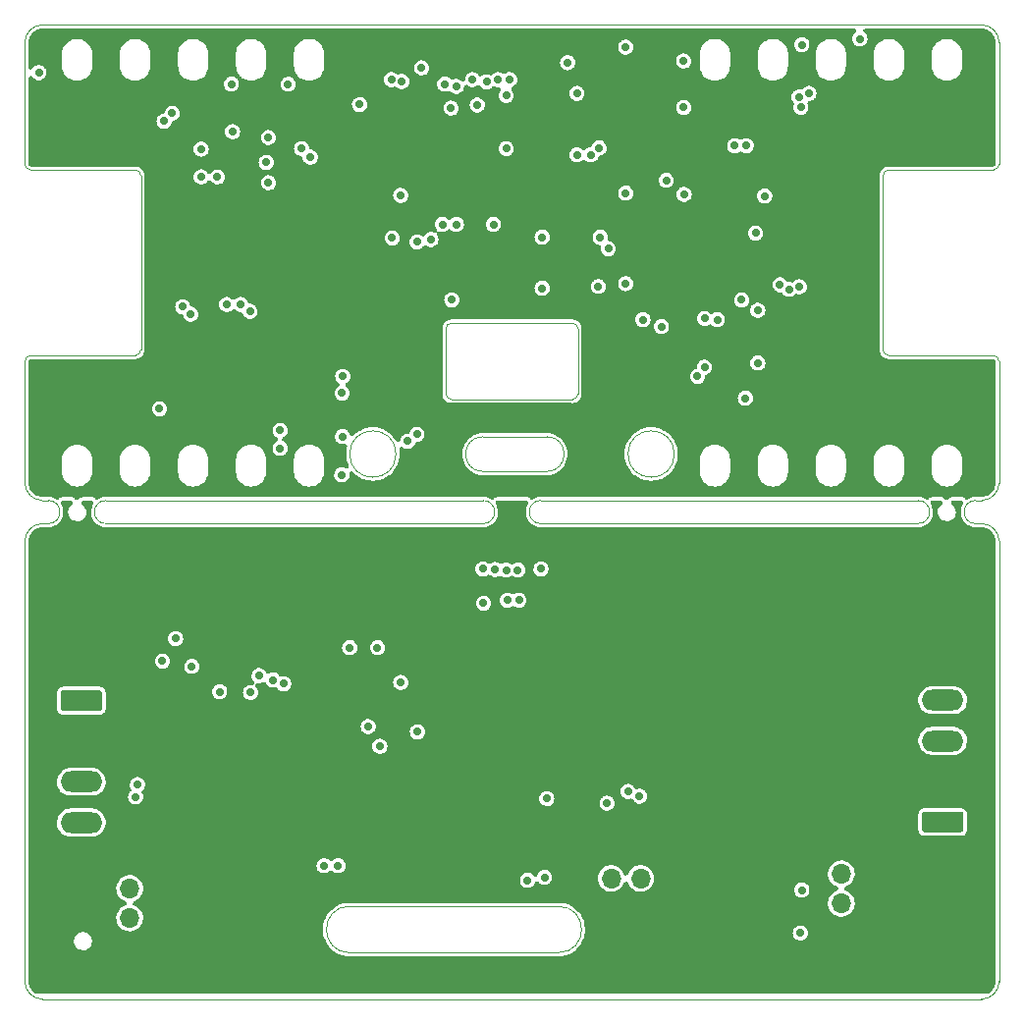
<source format=gbr>
G04 #@! TF.GenerationSoftware,KiCad,Pcbnew,6.0.10+dfsg-1~bpo11+1*
G04 #@! TF.ProjectId,project,70726f6a-6563-4742-9e6b-696361645f70,rev?*
G04 #@! TF.SameCoordinates,Original*
G04 #@! TF.FileFunction,Copper,L2,Inr*
G04 #@! TF.FilePolarity,Positive*
%FSLAX46Y46*%
G04 Gerber Fmt 4.6, Leading zero omitted, Abs format (unit mm)*
%MOMM*%
%LPD*%
G01*
G04 APERTURE LIST*
G04 #@! TA.AperFunction,Profile*
%ADD10C,0.100000*%
G04 #@! TD*
G04 #@! TA.AperFunction,Profile*
%ADD11C,0.120000*%
G04 #@! TD*
G04 #@! TA.AperFunction,ComponentPad*
%ADD12O,3.600000X1.800000*%
G04 #@! TD*
G04 #@! TA.AperFunction,ComponentPad*
%ADD13C,5.000000*%
G04 #@! TD*
G04 #@! TA.AperFunction,ComponentPad*
%ADD14C,6.400000*%
G04 #@! TD*
G04 #@! TA.AperFunction,ComponentPad*
%ADD15C,0.900000*%
G04 #@! TD*
G04 #@! TA.AperFunction,ComponentPad*
%ADD16R,1.700000X1.700000*%
G04 #@! TD*
G04 #@! TA.AperFunction,ComponentPad*
%ADD17O,1.700000X1.700000*%
G04 #@! TD*
G04 #@! TA.AperFunction,ViaPad*
%ADD18C,0.700000*%
G04 #@! TD*
G04 APERTURE END LIST*
D10*
X208262500Y-111537500D02*
G75*
G03*
X208262500Y-113537500I0J-1000000D01*
G01*
X127762500Y-70537500D02*
G75*
G03*
X126262500Y-72037500I0J-1500000D01*
G01*
X127762500Y-113537500D02*
X128262500Y-113537500D01*
X171262500Y-106037500D02*
X165762500Y-106037500D01*
X172262500Y-150537500D02*
G75*
G03*
X172262500Y-146537500I0J2000000D01*
G01*
X133262500Y-113537500D02*
X165762500Y-113537500D01*
X158262500Y-107537500D02*
G75*
G03*
X158262500Y-107537500I-2000000J0D01*
G01*
X210262500Y-72037500D02*
G75*
G03*
X208762500Y-70537500I-1500000J0D01*
G01*
X126262500Y-99537500D02*
X126262500Y-110037500D01*
X165762500Y-111537500D02*
X133262500Y-111537500D01*
X200262500Y-98537500D02*
X200262500Y-83537500D01*
X208762500Y-154537500D02*
G75*
G03*
X210262500Y-153037500I0J1500000D01*
G01*
X203262500Y-111537500D02*
X170762500Y-111537500D01*
X126262500Y-153037500D02*
X126262500Y-115037500D01*
X200762500Y-83037500D02*
X209762500Y-83037500D01*
X210262500Y-115037500D02*
X210262500Y-153037500D01*
X127762500Y-113537500D02*
G75*
G03*
X126262500Y-115037500I0J-1500000D01*
G01*
X208762500Y-70537500D02*
X127762500Y-70537500D01*
X133262500Y-111537500D02*
G75*
G03*
X133262500Y-113537500I0J-1000000D01*
G01*
X209762500Y-99037500D02*
X200762500Y-99037500D01*
X171262500Y-109037500D02*
G75*
G03*
X171262500Y-106037500I0J1500000D01*
G01*
X135762500Y-99037500D02*
G75*
G03*
X136262500Y-98537500I0J500000D01*
G01*
X182262500Y-107537500D02*
G75*
G03*
X182262500Y-107537500I-2000000J0D01*
G01*
X165762500Y-106037500D02*
G75*
G03*
X165762500Y-109037500I0J-1500000D01*
G01*
X200262500Y-98537500D02*
G75*
G03*
X200762500Y-99037500I500000J0D01*
G01*
X135762500Y-99037500D02*
X126762500Y-99037500D01*
X170762500Y-113537500D02*
X203262500Y-113537500D01*
X126262500Y-110037500D02*
G75*
G03*
X127762500Y-111537500I1500000J0D01*
G01*
X210262500Y-82537500D02*
X210262500Y-72037500D01*
X172262500Y-150537500D02*
X154262500Y-150537500D01*
X126262500Y-82537500D02*
G75*
G03*
X126762500Y-83037500I500000J0D01*
G01*
X208762500Y-111537500D02*
X208262500Y-111537500D01*
X126262500Y-153037500D02*
G75*
G03*
X127762500Y-154537500I1500000J0D01*
G01*
X154262500Y-146537500D02*
X172262500Y-146537500D01*
X165762500Y-113537500D02*
G75*
G03*
X165762500Y-111537500I0J1000000D01*
G01*
X126762500Y-99037500D02*
G75*
G03*
X126262500Y-99537500I0J-500000D01*
G01*
X208262500Y-113537500D02*
X208762500Y-113537500D01*
X200762500Y-83037500D02*
G75*
G03*
X200262500Y-83537500I0J-500000D01*
G01*
X203262500Y-113537500D02*
G75*
G03*
X203262500Y-111537500I0J1000000D01*
G01*
X208762500Y-111537500D02*
G75*
G03*
X210262500Y-110037500I0J1500000D01*
G01*
X136262500Y-83537500D02*
X136262500Y-98537500D01*
X128262500Y-113537500D02*
G75*
G03*
X128262500Y-111537500I0J1000000D01*
G01*
X165762500Y-109037500D02*
X171262500Y-109037500D01*
X170762500Y-111537500D02*
G75*
G03*
X170762500Y-113537500I0J-1000000D01*
G01*
X126262500Y-72037500D02*
X126262500Y-82537500D01*
X154262500Y-146537500D02*
G75*
G03*
X154262500Y-150537500I0J-2000000D01*
G01*
X210262500Y-115037500D02*
G75*
G03*
X208762500Y-113537500I-1500000J0D01*
G01*
X209762500Y-83037500D02*
G75*
G03*
X210262500Y-82537500I0J500000D01*
G01*
X136262500Y-83537500D02*
G75*
G03*
X135762500Y-83037500I-500000J0D01*
G01*
X210262500Y-99537500D02*
X210262500Y-110037500D01*
X127762500Y-111537500D02*
X128262500Y-111537500D01*
X126762500Y-83037500D02*
X135762500Y-83037500D01*
X208762500Y-154537500D02*
X127762500Y-154537500D01*
X210262500Y-99537500D02*
G75*
G03*
X209762500Y-99037500I-500000J0D01*
G01*
D11*
X162562500Y-102337500D02*
X162562500Y-96737500D01*
X173462500Y-102837500D02*
X163062500Y-102837500D01*
X163062500Y-96237500D02*
X173462500Y-96237500D01*
X173962500Y-96737500D02*
X173962500Y-102337500D01*
X163062500Y-96237500D02*
G75*
G03*
X162562500Y-96737500I1J-500001D01*
G01*
X173462500Y-102837500D02*
G75*
G03*
X173962500Y-102337500I0J500000D01*
G01*
X173962500Y-96737500D02*
G75*
G03*
X173462500Y-96237500I-500001J-1D01*
G01*
X162562500Y-102337500D02*
G75*
G03*
X163062500Y-102837500I500000J0D01*
G01*
G04 #@! TA.AperFunction,ComponentPad*
G36*
G01*
X164862500Y-115452500D02*
X164862500Y-116622500D01*
G75*
G02*
X164797500Y-116687500I-65000J0D01*
G01*
X162227500Y-116687500D01*
G75*
G02*
X162162500Y-116622500I0J65000D01*
G01*
X162162500Y-115452500D01*
G75*
G02*
X162227500Y-115387500I65000J0D01*
G01*
X164797500Y-115387500D01*
G75*
G02*
X164862500Y-115452500I0J-65000D01*
G01*
G37*
G04 #@! TD.AperFunction*
G04 #@! TA.AperFunction,ComponentPad*
G36*
G01*
X173287500Y-115477500D02*
X173287500Y-116737500D01*
G75*
G02*
X173217500Y-116807500I-70000J0D01*
G01*
X171757500Y-116807500D01*
G75*
G02*
X171687500Y-116737500I0J70000D01*
G01*
X171687500Y-115477500D01*
G75*
G02*
X171757500Y-115407500I70000J0D01*
G01*
X173217500Y-115407500D01*
G75*
G02*
X173287500Y-115477500I0J-70000D01*
G01*
G37*
G04 #@! TD.AperFunction*
G04 #@! TA.AperFunction,ComponentPad*
G36*
G01*
X174362500Y-118452500D02*
X174362500Y-119622500D01*
G75*
G02*
X174297500Y-119687500I-65000J0D01*
G01*
X171727500Y-119687500D01*
G75*
G02*
X171662500Y-119622500I0J65000D01*
G01*
X171662500Y-118452500D01*
G75*
G02*
X171727500Y-118387500I65000J0D01*
G01*
X174297500Y-118387500D01*
G75*
G02*
X174362500Y-118452500I0J-65000D01*
G01*
G37*
G04 #@! TD.AperFunction*
G04 #@! TA.AperFunction,ComponentPad*
G36*
G01*
X164837500Y-118337500D02*
X164837500Y-119597500D01*
G75*
G02*
X164767500Y-119667500I-70000J0D01*
G01*
X163307500Y-119667500D01*
G75*
G02*
X163237500Y-119597500I0J70000D01*
G01*
X163237500Y-118337500D01*
G75*
G02*
X163307500Y-118267500I70000J0D01*
G01*
X164767500Y-118267500D01*
G75*
G02*
X164837500Y-118337500I0J-70000D01*
G01*
G37*
G04 #@! TD.AperFunction*
G04 #@! TA.AperFunction,ComponentPad*
G36*
G01*
X206955000Y-140170000D02*
X203855000Y-140170000D01*
G75*
G02*
X203605000Y-139920000I0J250000D01*
G01*
X203605000Y-138620000D01*
G75*
G02*
X203855000Y-138370000I250000J0D01*
G01*
X206955000Y-138370000D01*
G75*
G02*
X207205000Y-138620000I0J-250000D01*
G01*
X207205000Y-139920000D01*
G75*
G02*
X206955000Y-140170000I-250000J0D01*
G01*
G37*
G04 #@! TD.AperFunction*
D12*
X205405000Y-135770000D03*
X205405000Y-132270000D03*
X205405000Y-128770000D03*
D13*
X183262500Y-90037500D03*
D14*
X153262500Y-135037500D03*
D15*
X151565444Y-133340444D03*
X150862500Y-135037500D03*
X153262500Y-132637500D03*
X153262500Y-137437500D03*
X154959556Y-133340444D03*
X154959556Y-136734556D03*
X155662500Y-135037500D03*
X151565444Y-136734556D03*
X183262500Y-137437500D03*
X181565444Y-133340444D03*
X180862500Y-135037500D03*
X183262500Y-132637500D03*
X185662500Y-135037500D03*
X184959556Y-133340444D03*
X184959556Y-136734556D03*
X181565444Y-136734556D03*
D14*
X183262500Y-135037500D03*
D13*
X153262500Y-90012500D03*
G04 #@! TA.AperFunction,ComponentPad*
G36*
G01*
X129570000Y-127905000D02*
X132670000Y-127905000D01*
G75*
G02*
X132920000Y-128155000I0J-250000D01*
G01*
X132920000Y-129455000D01*
G75*
G02*
X132670000Y-129705000I-250000J0D01*
G01*
X129570000Y-129705000D01*
G75*
G02*
X129320000Y-129455000I0J250000D01*
G01*
X129320000Y-128155000D01*
G75*
G02*
X129570000Y-127905000I250000J0D01*
G01*
G37*
G04 #@! TD.AperFunction*
D12*
X131120000Y-132305000D03*
X131120000Y-135805000D03*
X131120000Y-139305000D03*
D16*
X135292500Y-150082500D03*
D17*
X135292500Y-147542500D03*
X135292500Y-145002500D03*
D16*
X174275000Y-144137500D03*
D17*
X176815000Y-144137500D03*
X179355000Y-144137500D03*
D16*
X196662500Y-141197500D03*
D17*
X196662500Y-143737500D03*
X196662500Y-146277500D03*
D18*
X189262500Y-88487500D03*
X190062500Y-85287500D03*
X191376256Y-92933957D03*
X193019385Y-76749617D03*
X193163500Y-77637500D03*
X192177221Y-93343299D03*
X173062500Y-73787000D03*
X168062500Y-75237500D03*
X193863000Y-76437500D03*
X193045616Y-93108796D03*
X173862500Y-81738000D03*
X167762000Y-81188000D03*
X167762000Y-76612500D03*
X175862500Y-88837500D03*
X179557122Y-95942878D03*
X184262500Y-100837500D03*
X184862500Y-100037500D03*
X167062500Y-75237500D03*
X181151744Y-96548256D03*
X166662500Y-87737000D03*
X173862500Y-76437500D03*
X153576022Y-109323978D03*
X153662500Y-106037500D03*
X163062500Y-94237500D03*
X170862500Y-93237500D03*
X170862500Y-88837000D03*
X163462500Y-87737000D03*
X148262500Y-105488000D03*
X148262500Y-107037500D03*
X166062500Y-75437500D03*
X155112500Y-77387500D03*
X157925000Y-88900000D03*
X158662500Y-85237500D03*
X143462500Y-104237500D03*
X148462500Y-89037500D03*
X168762500Y-85037500D03*
X161062500Y-75837500D03*
X170262500Y-85037500D03*
X138862500Y-86837500D03*
X138062500Y-94237500D03*
X165262500Y-86037500D03*
X168762500Y-86037500D03*
X165262500Y-84037500D03*
X163762500Y-85037500D03*
X171762500Y-74537500D03*
X138762500Y-72537500D03*
X159062500Y-77037500D03*
X160062500Y-76437500D03*
X133762500Y-72537500D03*
X154762500Y-74537500D03*
X179462500Y-80637500D03*
X138862500Y-87637500D03*
X170262500Y-84037500D03*
X162762500Y-86037500D03*
X163762500Y-86037500D03*
X165262500Y-85037500D03*
X159062500Y-97637500D03*
X142867878Y-104842878D03*
X162762500Y-85037500D03*
X161062500Y-76437500D03*
X159062500Y-76437500D03*
X181462500Y-80637500D03*
X154762500Y-76537500D03*
X161062500Y-77037500D03*
X189062500Y-84687500D03*
X128762500Y-72537500D03*
X192462500Y-103637500D03*
X138062500Y-91637500D03*
X163762500Y-84037500D03*
X188262500Y-92837500D03*
X170262500Y-86037500D03*
X155062500Y-97637500D03*
X187862500Y-84687500D03*
X199262500Y-87487500D03*
X168762500Y-84037500D03*
X165717500Y-103982500D03*
X194062500Y-84887500D03*
X160062500Y-77037500D03*
X162762500Y-84037500D03*
X192462500Y-102837500D03*
X160062500Y-75837500D03*
X170917500Y-103982500D03*
X171762500Y-76537500D03*
X143462500Y-86637500D03*
X146462500Y-126637500D03*
X139248958Y-123450500D03*
X143050500Y-128037500D03*
X138118500Y-125393500D03*
X147262500Y-84137000D03*
X141458000Y-83637500D03*
X147062500Y-82388000D03*
X142862500Y-83637500D03*
X189462500Y-99687500D03*
X147262500Y-80237500D03*
X175712500Y-93087500D03*
X175767088Y-81141589D03*
X148953854Y-75643944D03*
X189462500Y-95138000D03*
X176462500Y-137637500D03*
X171262500Y-137237500D03*
X140648673Y-125849500D03*
X148574500Y-127349500D03*
X145710403Y-128089597D03*
X147661780Y-127026024D03*
X144062500Y-75637500D03*
X175062500Y-81738000D03*
X141462500Y-81237500D03*
X176562000Y-89837500D03*
X162262500Y-87737000D03*
X165262500Y-77437500D03*
X183062500Y-77637500D03*
X144162500Y-79737500D03*
X183062500Y-73637500D03*
X143662500Y-94637500D03*
X139862500Y-94837500D03*
X138262500Y-78837500D03*
X163008856Y-77702041D03*
X164862500Y-75237500D03*
X138962000Y-78137000D03*
X140562000Y-95473544D03*
X150113809Y-81186191D03*
X144862500Y-94637500D03*
X145662500Y-95237500D03*
X150864059Y-81936441D03*
X193262500Y-72237000D03*
X163462500Y-75837500D03*
X187462500Y-80938000D03*
X153662500Y-100837500D03*
X160062500Y-105837500D03*
X184862500Y-95837500D03*
X188462500Y-80938000D03*
X185969794Y-95944794D03*
X159262500Y-106437500D03*
X153612500Y-102287500D03*
X162462500Y-75637500D03*
X198262500Y-71737000D03*
X170762500Y-117437500D03*
X165762500Y-117437500D03*
X171062500Y-144037500D03*
X153262500Y-143037500D03*
X179262500Y-137037500D03*
X135963000Y-136037500D03*
X178262500Y-136637500D03*
X135797168Y-137102832D03*
X169597168Y-144302832D03*
X152060230Y-143042039D03*
X127462500Y-74637500D03*
X160462500Y-74237500D03*
X188382858Y-102717142D03*
X137862500Y-103637500D03*
X178062500Y-72437500D03*
X178062500Y-92837500D03*
X178062500Y-85037500D03*
X188062500Y-94237500D03*
X161262500Y-89037500D03*
X158746900Y-75402057D03*
X157862500Y-75237500D03*
X160062500Y-89237500D03*
X166817878Y-117492878D03*
X165800000Y-120402832D03*
X168862500Y-120137500D03*
X167762500Y-117537500D03*
X168762500Y-117537500D03*
X167867878Y-120142878D03*
X154262500Y-124237500D03*
X156862500Y-132737000D03*
X155862500Y-131037500D03*
X160112250Y-131487250D03*
X156662500Y-124237500D03*
X158662500Y-127237500D03*
X183105650Y-85137000D03*
X181562853Y-83937853D03*
X193262500Y-145137500D03*
X193128862Y-148833637D03*
X146876250Y-146721250D03*
X181062500Y-145537500D03*
X175262500Y-122837500D03*
X194862500Y-149937500D03*
X184462500Y-147337500D03*
X144292500Y-146737500D03*
X143232500Y-135837500D03*
X144762500Y-125037500D03*
X174462500Y-121637500D03*
X137100000Y-121000000D03*
X165262500Y-141237500D03*
X145262500Y-125537500D03*
X186862500Y-149937500D03*
X162662500Y-139037500D03*
X177262500Y-114837500D03*
X157762500Y-131537500D03*
X188862500Y-144137500D03*
X168262500Y-122337500D03*
X183262500Y-114837500D03*
X162662500Y-141237500D03*
X146232500Y-136037500D03*
X183262500Y-115637500D03*
X184637500Y-149312500D03*
X190862500Y-150737500D03*
X142762500Y-123537500D03*
X147462500Y-116037500D03*
X203662500Y-149037500D03*
X137262500Y-116237500D03*
X141462500Y-128837500D03*
X160262500Y-124237500D03*
X143762500Y-125037500D03*
X143062500Y-116837500D03*
X159262500Y-115037500D03*
X164262500Y-122237500D03*
X180633457Y-147083563D03*
X153262500Y-114837500D03*
X146892500Y-145137500D03*
X174462500Y-121037500D03*
X141462500Y-129437500D03*
X159262500Y-115637500D03*
X141692500Y-146537500D03*
X182462500Y-147137500D03*
X170462500Y-141237500D03*
X142092500Y-148337500D03*
X192862500Y-149937500D03*
X188862500Y-143337500D03*
X136200000Y-121900000D03*
X164262500Y-120637500D03*
X190862500Y-143337500D03*
X143762500Y-123537500D03*
X177262500Y-115637500D03*
X140262500Y-116237500D03*
X181862500Y-145537500D03*
X188862500Y-150737500D03*
X143262500Y-123037500D03*
X153262500Y-115637500D03*
X143462500Y-114637500D03*
X175262500Y-121237500D03*
X150862500Y-122237500D03*
X188862500Y-144937500D03*
X161262500Y-124237500D03*
X142492500Y-146737500D03*
X165262500Y-139037500D03*
X186862500Y-150737500D03*
X143262500Y-125537500D03*
X148492500Y-145137500D03*
X148492500Y-146737500D03*
X147462500Y-114437500D03*
X139262500Y-116237500D03*
X148487500Y-140942500D03*
X168662500Y-141237500D03*
X143462500Y-115837500D03*
X140892500Y-146537500D03*
X146487500Y-140942500D03*
X190862500Y-144937500D03*
X138262500Y-116237500D03*
X145262500Y-118637500D03*
X161062500Y-141237500D03*
X170462500Y-139037500D03*
X144762500Y-123537500D03*
X197862500Y-149037500D03*
X188862500Y-149937500D03*
X137962500Y-121937500D03*
X190972500Y-119902500D03*
X192862500Y-150737500D03*
X145432500Y-136037500D03*
X147462500Y-123637500D03*
X149062500Y-122437500D03*
X155262500Y-124037500D03*
X144262500Y-125537500D03*
X194862500Y-150737500D03*
X190862500Y-144137500D03*
X195937500Y-118737500D03*
X142762500Y-125037500D03*
X144262500Y-123037500D03*
X168662500Y-139037500D03*
X140892500Y-144737500D03*
X149462500Y-123637500D03*
X137100000Y-123000000D03*
X190862500Y-149937500D03*
X163662500Y-139037500D03*
X161062500Y-139037500D03*
X163662500Y-141237500D03*
X145262500Y-123037500D03*
G04 #@! TA.AperFunction,Conductor*
G36*
X130289784Y-111557207D02*
G01*
X130359025Y-111612426D01*
X130397452Y-111692218D01*
X130397452Y-111780782D01*
X130359025Y-111860574D01*
X130308898Y-111905259D01*
X130277127Y-111925112D01*
X130153515Y-112047864D01*
X130060171Y-112194951D01*
X130001733Y-112359064D01*
X130000415Y-112370113D01*
X130000415Y-112370115D01*
X129992325Y-112437964D01*
X129981106Y-112532045D01*
X129982269Y-112543108D01*
X129998040Y-112693153D01*
X129999316Y-112705297D01*
X130055456Y-112870209D01*
X130101097Y-112944398D01*
X130119082Y-112973631D01*
X130146738Y-113018586D01*
X130268624Y-113143052D01*
X130415056Y-113237421D01*
X130425509Y-113241226D01*
X130425510Y-113241226D01*
X130568304Y-113293199D01*
X130568309Y-113293200D01*
X130578757Y-113297003D01*
X130713301Y-113314000D01*
X130806300Y-113314000D01*
X130882079Y-113305500D01*
X130924569Y-113300734D01*
X130924572Y-113300733D01*
X130935621Y-113299494D01*
X131055506Y-113257746D01*
X131089627Y-113245864D01*
X131100137Y-113242204D01*
X131247873Y-113149888D01*
X131371485Y-113027136D01*
X131464829Y-112880049D01*
X131523267Y-112715936D01*
X131530727Y-112653376D01*
X131542577Y-112554002D01*
X131542577Y-112553999D01*
X131543894Y-112542955D01*
X131531141Y-112421624D01*
X131526847Y-112380765D01*
X131526846Y-112380762D01*
X131525684Y-112369703D01*
X131469544Y-112204791D01*
X131423903Y-112130603D01*
X131384092Y-112065890D01*
X131384090Y-112065888D01*
X131378262Y-112056414D01*
X131256376Y-111931948D01*
X131212657Y-111903773D01*
X131150756Y-111840435D01*
X131122466Y-111756511D01*
X131133390Y-111668624D01*
X131181366Y-111594181D01*
X131256890Y-111547926D01*
X131320457Y-111537500D01*
X131990983Y-111537500D01*
X132077326Y-111557207D01*
X132146567Y-111612426D01*
X132184994Y-111692218D01*
X132184994Y-111780782D01*
X132165998Y-111831214D01*
X132107182Y-111939897D01*
X132067455Y-112013305D01*
X132032465Y-112115228D01*
X132001718Y-112204791D01*
X131997474Y-112217152D01*
X131962000Y-112429738D01*
X131962000Y-112645262D01*
X131997474Y-112857848D01*
X132000144Y-112865626D01*
X132000145Y-112865629D01*
X132008322Y-112889447D01*
X132067455Y-113061695D01*
X132071369Y-113068927D01*
X132071371Y-113068932D01*
X132165142Y-113242204D01*
X132170034Y-113251244D01*
X132302412Y-113421323D01*
X132460979Y-113567294D01*
X132641409Y-113685175D01*
X132838781Y-113771751D01*
X132846755Y-113773770D01*
X132846757Y-113773771D01*
X133039738Y-113822640D01*
X133047711Y-113824659D01*
X133260585Y-113842298D01*
X133262500Y-113842636D01*
X133279654Y-113839611D01*
X133287776Y-113839612D01*
X133306204Y-113838000D01*
X165718796Y-113838000D01*
X165737224Y-113839612D01*
X165745346Y-113839611D01*
X165762500Y-113842636D01*
X165764415Y-113842298D01*
X165784982Y-113840594D01*
X165784983Y-113840594D01*
X165855924Y-113834715D01*
X165977289Y-113824659D01*
X165985262Y-113822640D01*
X166178243Y-113773771D01*
X166178245Y-113773770D01*
X166186219Y-113771751D01*
X166383591Y-113685175D01*
X166564021Y-113567294D01*
X166722588Y-113421323D01*
X166854966Y-113251244D01*
X166859858Y-113242204D01*
X166953629Y-113068932D01*
X166953631Y-113068927D01*
X166957545Y-113061695D01*
X167016678Y-112889447D01*
X167024855Y-112865629D01*
X167024856Y-112865626D01*
X167027526Y-112857848D01*
X167063000Y-112645262D01*
X167063000Y-112429738D01*
X167027526Y-112217152D01*
X167023283Y-112204791D01*
X166992536Y-112115229D01*
X166957545Y-112013305D01*
X166917819Y-111939897D01*
X166859002Y-111831214D01*
X166835239Y-111745898D01*
X166850847Y-111658721D01*
X166902733Y-111586949D01*
X166980622Y-111544797D01*
X167034017Y-111537500D01*
X169490983Y-111537500D01*
X169577326Y-111557207D01*
X169646567Y-111612426D01*
X169684994Y-111692218D01*
X169684994Y-111780782D01*
X169665998Y-111831214D01*
X169607182Y-111939897D01*
X169567455Y-112013305D01*
X169532465Y-112115228D01*
X169501718Y-112204791D01*
X169497474Y-112217152D01*
X169462000Y-112429738D01*
X169462000Y-112645262D01*
X169497474Y-112857848D01*
X169500144Y-112865626D01*
X169500145Y-112865629D01*
X169508322Y-112889447D01*
X169567455Y-113061695D01*
X169571369Y-113068927D01*
X169571371Y-113068932D01*
X169665142Y-113242204D01*
X169670034Y-113251244D01*
X169802412Y-113421323D01*
X169960979Y-113567294D01*
X170141409Y-113685175D01*
X170338781Y-113771751D01*
X170346755Y-113773770D01*
X170346757Y-113773771D01*
X170539738Y-113822640D01*
X170547711Y-113824659D01*
X170760585Y-113842298D01*
X170762500Y-113842636D01*
X170779654Y-113839611D01*
X170787776Y-113839612D01*
X170806204Y-113838000D01*
X203218796Y-113838000D01*
X203237224Y-113839612D01*
X203245346Y-113839611D01*
X203262500Y-113842636D01*
X203264415Y-113842298D01*
X203284982Y-113840594D01*
X203284983Y-113840594D01*
X203355924Y-113834715D01*
X203477289Y-113824659D01*
X203485262Y-113822640D01*
X203678243Y-113773771D01*
X203678245Y-113773770D01*
X203686219Y-113771751D01*
X203883591Y-113685175D01*
X204064021Y-113567294D01*
X204222588Y-113421323D01*
X204354966Y-113251244D01*
X204359858Y-113242204D01*
X204453629Y-113068932D01*
X204453631Y-113068927D01*
X204457545Y-113061695D01*
X204516678Y-112889447D01*
X204524855Y-112865629D01*
X204524856Y-112865626D01*
X204527526Y-112857848D01*
X204563000Y-112645262D01*
X204563000Y-112429738D01*
X204527526Y-112217152D01*
X204523283Y-112204791D01*
X204492535Y-112115228D01*
X204457545Y-112013305D01*
X204417819Y-111939897D01*
X204359002Y-111831214D01*
X204335239Y-111745898D01*
X204350847Y-111658721D01*
X204402733Y-111586949D01*
X204480622Y-111544797D01*
X204534017Y-111537500D01*
X205203441Y-111537500D01*
X205289784Y-111557207D01*
X205359025Y-111612426D01*
X205397452Y-111692218D01*
X205397452Y-111780782D01*
X205359025Y-111860574D01*
X205308898Y-111905259D01*
X205277127Y-111925112D01*
X205153515Y-112047864D01*
X205060171Y-112194951D01*
X205001733Y-112359064D01*
X205000415Y-112370113D01*
X205000415Y-112370115D01*
X204992325Y-112437964D01*
X204981106Y-112532045D01*
X204982269Y-112543108D01*
X204998040Y-112693153D01*
X204999316Y-112705297D01*
X205055456Y-112870209D01*
X205101097Y-112944397D01*
X205119082Y-112973631D01*
X205146738Y-113018586D01*
X205268624Y-113143052D01*
X205415056Y-113237421D01*
X205425509Y-113241226D01*
X205425510Y-113241226D01*
X205568304Y-113293199D01*
X205568309Y-113293200D01*
X205578757Y-113297003D01*
X205713301Y-113314000D01*
X205806300Y-113314000D01*
X205882079Y-113305500D01*
X205924569Y-113300734D01*
X205924572Y-113300733D01*
X205935621Y-113299494D01*
X206055506Y-113257746D01*
X206089627Y-113245864D01*
X206100137Y-113242204D01*
X206247873Y-113149888D01*
X206371485Y-113027136D01*
X206464829Y-112880049D01*
X206523267Y-112715936D01*
X206530727Y-112653376D01*
X206542577Y-112554002D01*
X206542577Y-112553999D01*
X206543894Y-112542955D01*
X206531141Y-112421624D01*
X206526847Y-112380765D01*
X206526846Y-112380762D01*
X206525684Y-112369703D01*
X206469544Y-112204791D01*
X206423903Y-112130603D01*
X206384092Y-112065890D01*
X206384090Y-112065888D01*
X206378262Y-112056414D01*
X206256376Y-111931948D01*
X206212657Y-111903773D01*
X206150756Y-111840435D01*
X206122466Y-111756511D01*
X206133390Y-111668624D01*
X206181366Y-111594181D01*
X206256890Y-111547926D01*
X206320457Y-111537500D01*
X206990983Y-111537500D01*
X207077326Y-111557207D01*
X207146567Y-111612426D01*
X207184994Y-111692218D01*
X207184994Y-111780782D01*
X207165998Y-111831214D01*
X207107182Y-111939897D01*
X207067455Y-112013305D01*
X207032465Y-112115228D01*
X207001718Y-112204791D01*
X206997474Y-112217152D01*
X206962000Y-112429738D01*
X206962000Y-112645262D01*
X206997474Y-112857848D01*
X207000144Y-112865626D01*
X207000145Y-112865629D01*
X207008322Y-112889447D01*
X207067455Y-113061695D01*
X207071369Y-113068927D01*
X207071371Y-113068932D01*
X207165142Y-113242204D01*
X207170034Y-113251244D01*
X207302412Y-113421323D01*
X207460979Y-113567294D01*
X207641409Y-113685175D01*
X207838781Y-113771751D01*
X207846755Y-113773770D01*
X207846757Y-113773771D01*
X208039738Y-113822640D01*
X208047711Y-113824659D01*
X208260585Y-113842298D01*
X208262500Y-113842636D01*
X208279654Y-113839611D01*
X208287776Y-113839612D01*
X208306204Y-113838000D01*
X208718796Y-113838000D01*
X208737234Y-113839613D01*
X208745356Y-113839613D01*
X208762500Y-113842636D01*
X208778830Y-113839757D01*
X208790779Y-113840226D01*
X208934531Y-113851539D01*
X208965372Y-113856425D01*
X209117940Y-113893054D01*
X209147638Y-113902703D01*
X209292595Y-113962746D01*
X209320417Y-113976922D01*
X209454198Y-114058903D01*
X209479449Y-114077249D01*
X209598772Y-114179159D01*
X209620841Y-114201228D01*
X209722751Y-114320551D01*
X209741097Y-114345802D01*
X209819146Y-114473166D01*
X209823078Y-114479583D01*
X209837254Y-114507405D01*
X209897297Y-114652362D01*
X209906946Y-114682060D01*
X209943575Y-114834628D01*
X209948461Y-114865471D01*
X209959774Y-115009220D01*
X209960243Y-115021170D01*
X209957364Y-115037500D01*
X209960387Y-115054644D01*
X209960387Y-115062766D01*
X209962000Y-115081204D01*
X209962000Y-152993796D01*
X209960387Y-153012234D01*
X209960387Y-153020356D01*
X209957364Y-153037500D01*
X209960243Y-153053830D01*
X209959774Y-153065780D01*
X209948461Y-153209529D01*
X209943575Y-153240372D01*
X209906946Y-153392940D01*
X209897297Y-153422638D01*
X209837254Y-153567595D01*
X209823078Y-153595417D01*
X209741097Y-153729198D01*
X209722751Y-153754449D01*
X209620841Y-153873772D01*
X209598772Y-153895841D01*
X209488734Y-153989822D01*
X209410279Y-154030911D01*
X209359495Y-154037500D01*
X127165505Y-154037500D01*
X127079162Y-154017793D01*
X127036266Y-153989822D01*
X126926228Y-153895841D01*
X126904159Y-153873772D01*
X126802249Y-153754449D01*
X126783903Y-153729198D01*
X126701922Y-153595417D01*
X126687746Y-153567595D01*
X126627703Y-153422638D01*
X126618054Y-153392940D01*
X126581425Y-153240372D01*
X126576539Y-153209529D01*
X126565226Y-153065780D01*
X126564757Y-153053830D01*
X126567636Y-153037500D01*
X126564613Y-153020356D01*
X126564613Y-153012234D01*
X126563000Y-152993796D01*
X126563000Y-149532045D01*
X130481106Y-149532045D01*
X130499316Y-149705297D01*
X130555456Y-149870209D01*
X130599433Y-149941693D01*
X130636371Y-150001734D01*
X130646738Y-150018586D01*
X130768624Y-150143052D01*
X130915056Y-150237421D01*
X130925509Y-150241226D01*
X130925510Y-150241226D01*
X131068304Y-150293199D01*
X131068309Y-150293200D01*
X131078757Y-150297003D01*
X131213301Y-150314000D01*
X131306300Y-150314000D01*
X131382079Y-150305500D01*
X131424569Y-150300734D01*
X131424572Y-150300733D01*
X131435621Y-150299494D01*
X131600137Y-150242204D01*
X131747873Y-150149888D01*
X131871485Y-150027136D01*
X131964829Y-149880049D01*
X132023267Y-149715936D01*
X132043894Y-149542955D01*
X132033575Y-149444782D01*
X132026847Y-149380765D01*
X132026846Y-149380762D01*
X132025684Y-149369703D01*
X131969544Y-149204791D01*
X131878262Y-149056414D01*
X131756376Y-148931948D01*
X131609944Y-148837579D01*
X131599490Y-148833774D01*
X131456696Y-148781801D01*
X131456691Y-148781800D01*
X131446243Y-148777997D01*
X131311699Y-148761000D01*
X131218700Y-148761000D01*
X131142921Y-148769500D01*
X131100431Y-148774266D01*
X131100428Y-148774267D01*
X131089379Y-148775506D01*
X130924863Y-148832796D01*
X130777127Y-148925112D01*
X130653515Y-149047864D01*
X130560171Y-149194951D01*
X130501733Y-149359064D01*
X130500415Y-149370113D01*
X130500415Y-149370115D01*
X130483361Y-149513137D01*
X130481106Y-149532045D01*
X126563000Y-149532045D01*
X126563000Y-147512254D01*
X134137467Y-147512254D01*
X134151296Y-147723249D01*
X134153540Y-147732086D01*
X134153541Y-147732090D01*
X134177189Y-147825201D01*
X134203345Y-147928190D01*
X134291869Y-148120214D01*
X134297132Y-148127661D01*
X134408637Y-148285438D01*
X134408641Y-148285443D01*
X134413905Y-148292891D01*
X134565365Y-148440437D01*
X134572950Y-148445505D01*
X134572951Y-148445506D01*
X134707126Y-148535159D01*
X134741177Y-148557911D01*
X134749556Y-148561511D01*
X134749558Y-148561512D01*
X134818768Y-148591246D01*
X134935453Y-148641378D01*
X134944342Y-148643389D01*
X134944347Y-148643391D01*
X135132789Y-148686031D01*
X135132791Y-148686031D01*
X135141686Y-148688044D01*
X135352970Y-148696346D01*
X135450289Y-148682235D01*
X151962000Y-148682235D01*
X151998281Y-148969423D01*
X152070269Y-149249799D01*
X152072567Y-149255604D01*
X152072569Y-149255609D01*
X152109378Y-149348578D01*
X152176830Y-149518942D01*
X152179836Y-149524410D01*
X152179838Y-149524414D01*
X152313274Y-149767132D01*
X152313279Y-149767139D01*
X152316284Y-149772606D01*
X152319951Y-149777654D01*
X152319956Y-149777661D01*
X152439132Y-149941693D01*
X152486430Y-150006793D01*
X152490710Y-150011350D01*
X152490711Y-150011352D01*
X152680309Y-150213254D01*
X152680313Y-150213258D01*
X152684586Y-150217808D01*
X152689403Y-150221793D01*
X152800863Y-150314000D01*
X152907627Y-150402323D01*
X153152035Y-150557429D01*
X153157685Y-150560088D01*
X153157691Y-150560091D01*
X153408295Y-150678016D01*
X153408300Y-150678018D01*
X153413955Y-150680679D01*
X153419906Y-150682613D01*
X153419907Y-150682613D01*
X153683311Y-150768199D01*
X153683316Y-150768200D01*
X153689258Y-150770131D01*
X153695398Y-150771302D01*
X153695401Y-150771303D01*
X153967455Y-150823200D01*
X153967461Y-150823201D01*
X153973601Y-150824372D01*
X153979846Y-150824765D01*
X153979847Y-150824765D01*
X154000717Y-150826078D01*
X154261724Y-150842499D01*
X154262500Y-150842636D01*
X154279656Y-150839611D01*
X154287780Y-150839612D01*
X154306204Y-150838000D01*
X172218796Y-150838000D01*
X172237220Y-150839612D01*
X172245344Y-150839611D01*
X172262500Y-150842636D01*
X172263276Y-150842499D01*
X172282864Y-150841267D01*
X172282865Y-150841267D01*
X172545153Y-150824765D01*
X172545154Y-150824765D01*
X172551399Y-150824372D01*
X172557539Y-150823201D01*
X172557545Y-150823200D01*
X172829599Y-150771303D01*
X172829602Y-150771302D01*
X172835742Y-150770131D01*
X172841684Y-150768200D01*
X172841689Y-150768199D01*
X173105093Y-150682613D01*
X173105094Y-150682613D01*
X173111045Y-150680679D01*
X173116700Y-150678018D01*
X173116705Y-150678016D01*
X173367309Y-150560091D01*
X173367315Y-150560088D01*
X173372965Y-150557429D01*
X173617373Y-150402323D01*
X173724138Y-150314000D01*
X173835597Y-150221793D01*
X173840414Y-150217808D01*
X173844687Y-150213258D01*
X173844691Y-150213254D01*
X174034289Y-150011352D01*
X174034290Y-150011350D01*
X174038570Y-150006793D01*
X174085868Y-149941693D01*
X174205044Y-149777661D01*
X174205049Y-149777654D01*
X174208716Y-149772606D01*
X174211721Y-149767139D01*
X174211726Y-149767132D01*
X174345162Y-149524414D01*
X174345164Y-149524410D01*
X174348170Y-149518942D01*
X174415622Y-149348578D01*
X174452431Y-149255609D01*
X174452433Y-149255604D01*
X174454731Y-149249799D01*
X174526719Y-148969423D01*
X174544740Y-148826775D01*
X192473620Y-148826775D01*
X192490897Y-148983270D01*
X192545005Y-149131127D01*
X192632820Y-149261809D01*
X192749272Y-149367772D01*
X192887638Y-149442899D01*
X192899247Y-149445944D01*
X192899248Y-149445945D01*
X193028322Y-149479807D01*
X193028326Y-149479808D01*
X193039931Y-149482852D01*
X193051927Y-149483040D01*
X193051931Y-149483041D01*
X193119725Y-149484105D01*
X193197357Y-149485325D01*
X193209053Y-149482646D01*
X193209056Y-149482646D01*
X193339130Y-149452855D01*
X193339133Y-149452854D01*
X193350830Y-149450175D01*
X193491487Y-149379432D01*
X193611210Y-149277179D01*
X193622255Y-149261809D01*
X193696087Y-149159060D01*
X193703086Y-149149320D01*
X193761812Y-149003235D01*
X193764654Y-148983270D01*
X193783078Y-148853810D01*
X193783996Y-148847360D01*
X193784140Y-148833637D01*
X193765225Y-148677331D01*
X193760985Y-148666110D01*
X193760984Y-148666106D01*
X193713812Y-148541270D01*
X193709572Y-148530049D01*
X193620393Y-148400294D01*
X193574620Y-148359512D01*
X193511795Y-148303536D01*
X193511793Y-148303535D01*
X193502838Y-148295556D01*
X193363693Y-148221882D01*
X193352063Y-148218961D01*
X193352061Y-148218960D01*
X193287342Y-148202704D01*
X193210990Y-148183526D01*
X193198996Y-148183463D01*
X193198994Y-148183463D01*
X193134589Y-148183126D01*
X193053546Y-148182702D01*
X193041888Y-148185501D01*
X193041886Y-148185501D01*
X192994232Y-148196942D01*
X192900450Y-148219457D01*
X192889788Y-148224960D01*
X192772613Y-148285438D01*
X192760541Y-148291669D01*
X192751505Y-148299552D01*
X192751503Y-148299553D01*
X192690808Y-148352501D01*
X192641896Y-148395170D01*
X192551363Y-148523985D01*
X192494171Y-148670676D01*
X192483896Y-148748725D01*
X192482280Y-148761000D01*
X192473620Y-148826775D01*
X174544740Y-148826775D01*
X174563000Y-148682235D01*
X174563000Y-148392765D01*
X174526719Y-148105577D01*
X174454731Y-147825201D01*
X174449596Y-147812230D01*
X174369036Y-147608759D01*
X174348170Y-147556058D01*
X174343935Y-147548354D01*
X174211726Y-147307868D01*
X174211721Y-147307861D01*
X174208716Y-147302394D01*
X174205049Y-147297346D01*
X174205044Y-147297339D01*
X174042246Y-147073266D01*
X174042242Y-147073262D01*
X174038570Y-147068207D01*
X173993712Y-147020438D01*
X173844691Y-146861746D01*
X173844687Y-146861742D01*
X173840414Y-146857192D01*
X173743083Y-146776673D01*
X173622201Y-146676671D01*
X173622200Y-146676671D01*
X173617373Y-146672677D01*
X173372965Y-146517571D01*
X173367315Y-146514912D01*
X173367309Y-146514909D01*
X173116705Y-146396984D01*
X173116700Y-146396982D01*
X173111045Y-146394321D01*
X173105093Y-146392387D01*
X172841689Y-146306801D01*
X172841684Y-146306800D01*
X172835742Y-146304869D01*
X172829602Y-146303698D01*
X172829599Y-146303697D01*
X172557545Y-146251800D01*
X172557539Y-146251799D01*
X172551399Y-146250628D01*
X172545154Y-146250235D01*
X172545153Y-146250235D01*
X172497770Y-146247254D01*
X195507467Y-146247254D01*
X195511243Y-146304869D01*
X195520699Y-146449135D01*
X195521296Y-146458249D01*
X195523540Y-146467086D01*
X195523541Y-146467090D01*
X195565432Y-146632032D01*
X195573345Y-146663190D01*
X195661869Y-146855214D01*
X195667132Y-146862661D01*
X195778637Y-147020438D01*
X195778641Y-147020443D01*
X195783905Y-147027891D01*
X195935365Y-147175437D01*
X195942950Y-147180505D01*
X195942951Y-147180506D01*
X196023271Y-147234174D01*
X196111177Y-147292911D01*
X196119556Y-147296511D01*
X196119558Y-147296512D01*
X196181586Y-147323161D01*
X196305453Y-147376378D01*
X196314342Y-147378389D01*
X196314347Y-147378391D01*
X196502789Y-147421031D01*
X196502791Y-147421031D01*
X196511686Y-147423044D01*
X196722970Y-147431346D01*
X196932230Y-147401004D01*
X196940872Y-147398071D01*
X196940874Y-147398070D01*
X197123816Y-147335970D01*
X197123820Y-147335968D01*
X197132455Y-147333037D01*
X197171216Y-147311330D01*
X197308988Y-147234174D01*
X197308992Y-147234171D01*
X197316942Y-147229719D01*
X197479512Y-147094512D01*
X197501390Y-147068207D01*
X197608888Y-146938953D01*
X197614719Y-146931942D01*
X197619171Y-146923992D01*
X197619174Y-146923988D01*
X197713581Y-146755412D01*
X197713582Y-146755411D01*
X197718037Y-146747455D01*
X197744560Y-146669322D01*
X197783070Y-146555874D01*
X197783071Y-146555872D01*
X197786004Y-146547230D01*
X197816346Y-146337970D01*
X197817929Y-146277500D01*
X197815986Y-146256358D01*
X197799416Y-146076025D01*
X197799416Y-146076023D01*
X197798581Y-146066940D01*
X197741186Y-145863431D01*
X197647665Y-145673790D01*
X197521151Y-145504367D01*
X197514455Y-145498177D01*
X197514452Y-145498174D01*
X197433911Y-145423723D01*
X197365881Y-145360837D01*
X197187054Y-145248005D01*
X197049275Y-145193037D01*
X197046824Y-145192059D01*
X196973930Y-145141760D01*
X196930079Y-145064815D01*
X196923956Y-144976464D01*
X196956774Y-144894205D01*
X197022032Y-144834332D01*
X197056598Y-144818787D01*
X197123816Y-144795970D01*
X197123820Y-144795968D01*
X197132455Y-144793037D01*
X197187388Y-144762273D01*
X197308988Y-144694174D01*
X197308992Y-144694171D01*
X197316942Y-144689719D01*
X197479512Y-144554512D01*
X197494403Y-144536608D01*
X197608888Y-144398953D01*
X197614719Y-144391942D01*
X197619171Y-144383992D01*
X197619174Y-144383988D01*
X197713581Y-144215412D01*
X197713582Y-144215411D01*
X197718037Y-144207455D01*
X197724936Y-144187133D01*
X197783070Y-144015874D01*
X197783071Y-144015872D01*
X197786004Y-144007230D01*
X197803060Y-143889597D01*
X197815507Y-143803759D01*
X197815508Y-143803753D01*
X197816346Y-143797970D01*
X197817363Y-143759138D01*
X197817776Y-143743354D01*
X197817776Y-143743350D01*
X197817929Y-143737500D01*
X197813907Y-143693727D01*
X197799416Y-143536025D01*
X197799416Y-143536023D01*
X197798581Y-143526940D01*
X197759009Y-143386628D01*
X197743661Y-143332206D01*
X197743660Y-143332204D01*
X197741186Y-143323431D01*
X197647665Y-143133790D01*
X197521151Y-142964367D01*
X197514455Y-142958177D01*
X197514452Y-142958174D01*
X197428886Y-142879078D01*
X197365881Y-142820837D01*
X197187054Y-142708005D01*
X197178577Y-142704623D01*
X197178575Y-142704622D01*
X197114979Y-142679250D01*
X196990660Y-142629652D01*
X196783275Y-142588401D01*
X196674905Y-142586982D01*
X196580971Y-142585752D01*
X196580966Y-142585752D01*
X196571846Y-142585633D01*
X196562856Y-142587178D01*
X196562853Y-142587178D01*
X196467446Y-142603572D01*
X196363453Y-142621441D01*
X196354902Y-142624596D01*
X196354897Y-142624597D01*
X196173634Y-142691469D01*
X196173630Y-142691471D01*
X196165075Y-142694627D01*
X196157237Y-142699290D01*
X196157233Y-142699292D01*
X196050267Y-142762930D01*
X195983356Y-142802738D01*
X195976497Y-142808753D01*
X195976493Y-142808756D01*
X195880314Y-142893103D01*
X195824381Y-142942155D01*
X195818731Y-142949322D01*
X195818730Y-142949323D01*
X195787924Y-142988401D01*
X195693476Y-143108208D01*
X195689226Y-143116286D01*
X195630960Y-143227032D01*
X195595023Y-143295336D01*
X195592316Y-143304052D01*
X195592315Y-143304056D01*
X195556152Y-143420520D01*
X195532320Y-143497273D01*
X195531248Y-143506330D01*
X195508878Y-143695336D01*
X195507467Y-143707254D01*
X195512533Y-143784554D01*
X195520515Y-143906330D01*
X195521296Y-143918249D01*
X195523540Y-143927086D01*
X195523541Y-143927090D01*
X195569298Y-144107254D01*
X195573345Y-144123190D01*
X195661869Y-144315214D01*
X195667132Y-144322661D01*
X195778637Y-144480438D01*
X195778641Y-144480443D01*
X195783905Y-144487891D01*
X195935365Y-144635437D01*
X195942950Y-144640505D01*
X195942951Y-144640506D01*
X196103589Y-144747841D01*
X196111177Y-144752911D01*
X196119557Y-144756511D01*
X196119562Y-144756514D01*
X196204573Y-144793037D01*
X196281022Y-144825882D01*
X196352573Y-144878071D01*
X196394395Y-144956137D01*
X196398203Y-145044619D01*
X196363244Y-145125990D01*
X196296441Y-145184135D01*
X196271346Y-145195421D01*
X196173635Y-145231469D01*
X196165075Y-145234627D01*
X196157237Y-145239290D01*
X196157233Y-145239292D01*
X196057878Y-145298402D01*
X195983356Y-145342738D01*
X195976497Y-145348753D01*
X195976493Y-145348756D01*
X195870110Y-145442052D01*
X195824381Y-145482155D01*
X195818731Y-145489322D01*
X195818730Y-145489323D01*
X195801111Y-145511673D01*
X195693476Y-145648208D01*
X195689226Y-145656286D01*
X195600281Y-145825343D01*
X195595023Y-145835336D01*
X195592316Y-145844052D01*
X195592315Y-145844056D01*
X195559764Y-145948888D01*
X195532320Y-146037273D01*
X195531248Y-146046330D01*
X195508681Y-146237000D01*
X195507467Y-146247254D01*
X172497770Y-146247254D01*
X172263276Y-146232501D01*
X172262500Y-146232364D01*
X172245344Y-146235389D01*
X172237220Y-146235388D01*
X172218796Y-146237000D01*
X154306204Y-146237000D01*
X154287780Y-146235388D01*
X154279656Y-146235389D01*
X154262500Y-146232364D01*
X154261724Y-146232501D01*
X154242136Y-146233733D01*
X154242135Y-146233733D01*
X153979847Y-146250235D01*
X153979846Y-146250235D01*
X153973601Y-146250628D01*
X153967461Y-146251799D01*
X153967455Y-146251800D01*
X153695401Y-146303697D01*
X153695398Y-146303698D01*
X153689258Y-146304869D01*
X153683316Y-146306800D01*
X153683311Y-146306801D01*
X153419907Y-146392387D01*
X153413955Y-146394321D01*
X153408300Y-146396982D01*
X153408295Y-146396984D01*
X153157691Y-146514909D01*
X153157685Y-146514912D01*
X153152035Y-146517571D01*
X152907627Y-146672677D01*
X152902800Y-146676671D01*
X152902799Y-146676671D01*
X152781917Y-146776673D01*
X152684586Y-146857192D01*
X152680313Y-146861742D01*
X152680309Y-146861746D01*
X152531288Y-147020438D01*
X152486430Y-147068207D01*
X152482758Y-147073262D01*
X152482754Y-147073266D01*
X152319956Y-147297339D01*
X152319951Y-147297346D01*
X152316284Y-147302394D01*
X152313279Y-147307861D01*
X152313274Y-147307868D01*
X152181065Y-147548354D01*
X152176830Y-147556058D01*
X152155964Y-147608759D01*
X152075405Y-147812230D01*
X152070269Y-147825201D01*
X151998281Y-148105577D01*
X151962000Y-148392765D01*
X151962000Y-148682235D01*
X135450289Y-148682235D01*
X135562230Y-148666004D01*
X135570872Y-148663071D01*
X135570874Y-148663070D01*
X135753816Y-148600970D01*
X135753820Y-148600968D01*
X135762455Y-148598037D01*
X135834105Y-148557911D01*
X135938988Y-148499174D01*
X135938992Y-148499171D01*
X135946942Y-148494719D01*
X136109512Y-148359512D01*
X136244719Y-148196942D01*
X136249171Y-148188992D01*
X136249174Y-148188988D01*
X136343581Y-148020412D01*
X136343582Y-148020411D01*
X136348037Y-148012455D01*
X136379643Y-147919348D01*
X136413070Y-147820874D01*
X136413071Y-147820872D01*
X136416004Y-147812230D01*
X136446346Y-147602970D01*
X136447574Y-147556058D01*
X136447776Y-147548354D01*
X136447776Y-147548350D01*
X136447929Y-147542500D01*
X136436985Y-147423402D01*
X136429416Y-147341025D01*
X136429416Y-147341023D01*
X136428581Y-147331940D01*
X136399752Y-147229719D01*
X136373661Y-147137206D01*
X136373660Y-147137204D01*
X136371186Y-147128431D01*
X136277665Y-146938790D01*
X136151151Y-146769367D01*
X136144455Y-146763177D01*
X136144452Y-146763174D01*
X136045251Y-146671474D01*
X135995881Y-146625837D01*
X135817054Y-146513005D01*
X135676824Y-146457059D01*
X135603930Y-146406760D01*
X135560079Y-146329815D01*
X135553956Y-146241464D01*
X135586774Y-146159205D01*
X135652032Y-146099332D01*
X135686598Y-146083787D01*
X135753816Y-146060970D01*
X135753820Y-146060968D01*
X135762455Y-146058037D01*
X135770412Y-146053581D01*
X135938988Y-145959174D01*
X135938992Y-145959171D01*
X135946942Y-145954719D01*
X136109512Y-145819512D01*
X136244719Y-145656942D01*
X136249171Y-145648992D01*
X136249174Y-145648988D01*
X136343581Y-145480412D01*
X136343582Y-145480411D01*
X136348037Y-145472455D01*
X136358358Y-145442052D01*
X136413070Y-145280874D01*
X136413071Y-145280872D01*
X136416004Y-145272230D01*
X136434922Y-145141760D01*
X136445507Y-145068759D01*
X136445508Y-145068753D01*
X136446346Y-145062970D01*
X136447067Y-145035437D01*
X136447776Y-145008354D01*
X136447776Y-145008350D01*
X136447929Y-145002500D01*
X136443520Y-144954520D01*
X136429416Y-144801025D01*
X136429416Y-144801023D01*
X136428581Y-144791940D01*
X136398847Y-144686509D01*
X136373661Y-144597206D01*
X136373660Y-144597204D01*
X136371186Y-144588431D01*
X136277665Y-144398790D01*
X136200886Y-144295970D01*
X168941926Y-144295970D01*
X168959203Y-144452465D01*
X169013311Y-144600322D01*
X169020002Y-144610280D01*
X169020003Y-144610281D01*
X169045783Y-144648645D01*
X169101126Y-144731004D01*
X169217578Y-144836967D01*
X169355944Y-144912094D01*
X169367553Y-144915139D01*
X169367554Y-144915140D01*
X169496628Y-144949002D01*
X169496632Y-144949003D01*
X169508237Y-144952047D01*
X169520233Y-144952235D01*
X169520237Y-144952236D01*
X169588031Y-144953300D01*
X169665663Y-144954520D01*
X169677359Y-144951841D01*
X169677362Y-144951841D01*
X169807436Y-144922050D01*
X169807439Y-144922049D01*
X169819136Y-144919370D01*
X169959793Y-144848627D01*
X170079516Y-144746374D01*
X170090561Y-144731004D01*
X170164393Y-144628255D01*
X170171392Y-144618515D01*
X170217608Y-144503549D01*
X170268096Y-144430790D01*
X170345156Y-144387141D01*
X170433523Y-144381249D01*
X170515695Y-144414282D01*
X170552888Y-144447745D01*
X170559766Y-144455713D01*
X170566458Y-144465672D01*
X170575331Y-144473746D01*
X170575333Y-144473748D01*
X170629812Y-144523320D01*
X170682910Y-144571635D01*
X170821276Y-144646762D01*
X170832885Y-144649807D01*
X170832886Y-144649808D01*
X170961960Y-144683670D01*
X170961964Y-144683671D01*
X170973569Y-144686715D01*
X170985565Y-144686903D01*
X170985569Y-144686904D01*
X171053363Y-144687968D01*
X171130995Y-144689188D01*
X171142691Y-144686509D01*
X171142694Y-144686509D01*
X171272768Y-144656718D01*
X171272771Y-144656717D01*
X171284468Y-144654038D01*
X171425125Y-144583295D01*
X171518492Y-144503552D01*
X171535725Y-144488834D01*
X171535726Y-144488833D01*
X171544848Y-144481042D01*
X171555893Y-144465672D01*
X171629725Y-144362923D01*
X171636724Y-144353183D01*
X171686498Y-144229367D01*
X171690974Y-144218233D01*
X171690975Y-144218231D01*
X171695450Y-144207098D01*
X171698292Y-144187133D01*
X171709660Y-144107254D01*
X175659967Y-144107254D01*
X175662105Y-144139871D01*
X175673118Y-144307897D01*
X175673796Y-144318249D01*
X175676040Y-144327086D01*
X175676041Y-144327090D01*
X175720858Y-144503552D01*
X175725845Y-144523190D01*
X175814369Y-144715214D01*
X175819632Y-144722661D01*
X175931137Y-144880438D01*
X175931141Y-144880443D01*
X175936405Y-144887891D01*
X176087865Y-145035437D01*
X176095450Y-145040505D01*
X176095451Y-145040506D01*
X176223387Y-145125990D01*
X176263677Y-145152911D01*
X176272056Y-145156511D01*
X176272058Y-145156512D01*
X176283531Y-145161441D01*
X176457953Y-145236378D01*
X176466842Y-145238389D01*
X176466847Y-145238391D01*
X176655289Y-145281031D01*
X176655291Y-145281031D01*
X176664186Y-145283044D01*
X176875470Y-145291346D01*
X177084730Y-145261004D01*
X177093372Y-145258071D01*
X177093374Y-145258070D01*
X177276316Y-145195970D01*
X177276320Y-145195968D01*
X177284955Y-145193037D01*
X177302433Y-145183249D01*
X177461488Y-145094174D01*
X177461492Y-145094171D01*
X177469442Y-145089719D01*
X177632012Y-144954512D01*
X177767219Y-144791942D01*
X177771671Y-144783992D01*
X177771674Y-144783988D01*
X177866081Y-144615412D01*
X177866082Y-144615411D01*
X177870537Y-144607455D01*
X177894587Y-144536607D01*
X177941001Y-144461183D01*
X178015546Y-144413365D01*
X178103456Y-144402627D01*
X178187319Y-144431094D01*
X178250526Y-144493130D01*
X178265355Y-144523416D01*
X178265845Y-144523190D01*
X178354369Y-144715214D01*
X178359632Y-144722661D01*
X178471137Y-144880438D01*
X178471141Y-144880443D01*
X178476405Y-144887891D01*
X178627865Y-145035437D01*
X178635450Y-145040505D01*
X178635451Y-145040506D01*
X178763387Y-145125990D01*
X178803677Y-145152911D01*
X178812056Y-145156511D01*
X178812058Y-145156512D01*
X178823531Y-145161441D01*
X178997953Y-145236378D01*
X179006842Y-145238389D01*
X179006847Y-145238391D01*
X179195289Y-145281031D01*
X179195291Y-145281031D01*
X179204186Y-145283044D01*
X179415470Y-145291346D01*
X179624730Y-145261004D01*
X179633372Y-145258071D01*
X179633374Y-145258070D01*
X179816316Y-145195970D01*
X179816320Y-145195968D01*
X179824955Y-145193037D01*
X179842433Y-145183249D01*
X179936377Y-145130638D01*
X192607258Y-145130638D01*
X192624535Y-145287133D01*
X192678643Y-145434990D01*
X192685334Y-145444948D01*
X192685335Y-145444949D01*
X192706293Y-145476138D01*
X192766458Y-145565672D01*
X192882910Y-145671635D01*
X193021276Y-145746762D01*
X193032885Y-145749807D01*
X193032886Y-145749808D01*
X193161960Y-145783670D01*
X193161964Y-145783671D01*
X193173569Y-145786715D01*
X193185565Y-145786903D01*
X193185569Y-145786904D01*
X193253363Y-145787968D01*
X193330995Y-145789188D01*
X193342691Y-145786509D01*
X193342694Y-145786509D01*
X193472768Y-145756718D01*
X193472771Y-145756717D01*
X193484468Y-145754038D01*
X193625125Y-145683295D01*
X193744848Y-145581042D01*
X193755893Y-145565672D01*
X193813464Y-145485553D01*
X193836724Y-145453183D01*
X193895450Y-145307098D01*
X193898292Y-145287133D01*
X193916716Y-145157673D01*
X193917634Y-145151223D01*
X193917778Y-145137500D01*
X193909460Y-145068759D01*
X193906538Y-145044619D01*
X193898863Y-144981194D01*
X193894623Y-144969973D01*
X193894622Y-144969969D01*
X193847450Y-144845133D01*
X193843210Y-144833912D01*
X193754031Y-144704157D01*
X193691726Y-144648645D01*
X193645433Y-144607399D01*
X193645431Y-144607398D01*
X193636476Y-144599419D01*
X193497331Y-144525745D01*
X193485701Y-144522824D01*
X193485699Y-144522823D01*
X193408976Y-144503552D01*
X193344628Y-144487389D01*
X193332634Y-144487326D01*
X193332632Y-144487326D01*
X193268227Y-144486989D01*
X193187184Y-144486565D01*
X193175526Y-144489364D01*
X193175524Y-144489364D01*
X193126453Y-144501145D01*
X193034088Y-144523320D01*
X193023426Y-144528823D01*
X193018290Y-144531474D01*
X192894179Y-144595532D01*
X192885143Y-144603415D01*
X192885141Y-144603416D01*
X192824040Y-144656718D01*
X192775534Y-144699033D01*
X192685001Y-144827848D01*
X192627809Y-144974539D01*
X192626243Y-144986436D01*
X192612059Y-145094174D01*
X192607258Y-145130638D01*
X179936377Y-145130638D01*
X180001488Y-145094174D01*
X180001492Y-145094171D01*
X180009442Y-145089719D01*
X180172012Y-144954512D01*
X180307219Y-144791942D01*
X180311671Y-144783992D01*
X180311674Y-144783988D01*
X180406081Y-144615412D01*
X180406082Y-144615411D01*
X180410537Y-144607455D01*
X180414017Y-144597206D01*
X180475570Y-144415874D01*
X180475571Y-144415872D01*
X180478504Y-144407230D01*
X180507471Y-144207455D01*
X180508007Y-144203759D01*
X180508008Y-144203753D01*
X180508846Y-144197970D01*
X180509466Y-144174276D01*
X180510276Y-144143354D01*
X180510276Y-144143350D01*
X180510429Y-144137500D01*
X180501902Y-144044706D01*
X180491916Y-143936025D01*
X180491916Y-143936023D01*
X180491081Y-143926940D01*
X180446467Y-143768748D01*
X180436161Y-143732206D01*
X180436160Y-143732204D01*
X180433686Y-143723431D01*
X180340165Y-143533790D01*
X180213651Y-143364367D01*
X180206955Y-143358177D01*
X180206952Y-143358174D01*
X180130228Y-143287252D01*
X180058381Y-143220837D01*
X179879554Y-143108005D01*
X179871077Y-143104623D01*
X179871075Y-143104622D01*
X179737228Y-143051223D01*
X179683160Y-143029652D01*
X179475775Y-142988401D01*
X179367405Y-142986982D01*
X179273471Y-142985752D01*
X179273466Y-142985752D01*
X179264346Y-142985633D01*
X179255356Y-142987178D01*
X179255353Y-142987178D01*
X179154113Y-143004574D01*
X179055953Y-143021441D01*
X179047402Y-143024596D01*
X179047397Y-143024597D01*
X178866134Y-143091469D01*
X178866130Y-143091471D01*
X178857575Y-143094627D01*
X178849737Y-143099290D01*
X178849733Y-143099292D01*
X178742767Y-143162930D01*
X178675856Y-143202738D01*
X178668997Y-143208753D01*
X178668993Y-143208756D01*
X178538232Y-143323431D01*
X178516881Y-143342155D01*
X178511231Y-143349322D01*
X178511230Y-143349323D01*
X178478918Y-143390311D01*
X178385976Y-143508208D01*
X178376362Y-143526481D01*
X178308407Y-143655643D01*
X178287523Y-143695336D01*
X178284815Y-143704059D01*
X178284814Y-143704060D01*
X178276207Y-143731777D01*
X178231782Y-143808391D01*
X178158514Y-143858143D01*
X178070915Y-143871178D01*
X177986335Y-143844915D01*
X177921527Y-143784554D01*
X177900869Y-143740176D01*
X177899432Y-143740728D01*
X177896161Y-143732206D01*
X177893686Y-143723431D01*
X177800165Y-143533790D01*
X177673651Y-143364367D01*
X177666955Y-143358177D01*
X177666952Y-143358174D01*
X177590228Y-143287252D01*
X177518381Y-143220837D01*
X177339554Y-143108005D01*
X177331077Y-143104623D01*
X177331075Y-143104622D01*
X177197228Y-143051223D01*
X177143160Y-143029652D01*
X176935775Y-142988401D01*
X176827405Y-142986982D01*
X176733471Y-142985752D01*
X176733466Y-142985752D01*
X176724346Y-142985633D01*
X176715356Y-142987178D01*
X176715353Y-142987178D01*
X176614113Y-143004574D01*
X176515953Y-143021441D01*
X176507402Y-143024596D01*
X176507397Y-143024597D01*
X176326134Y-143091469D01*
X176326130Y-143091471D01*
X176317575Y-143094627D01*
X176309737Y-143099290D01*
X176309733Y-143099292D01*
X176202767Y-143162930D01*
X176135856Y-143202738D01*
X176128997Y-143208753D01*
X176128993Y-143208756D01*
X175998232Y-143323431D01*
X175976881Y-143342155D01*
X175971231Y-143349322D01*
X175971230Y-143349323D01*
X175938918Y-143390311D01*
X175845976Y-143508208D01*
X175836362Y-143526481D01*
X175768407Y-143655643D01*
X175747523Y-143695336D01*
X175744816Y-143704052D01*
X175744815Y-143704056D01*
X175705267Y-143831423D01*
X175684820Y-143897273D01*
X175683748Y-143906330D01*
X175661769Y-144092032D01*
X175659967Y-144107254D01*
X171709660Y-144107254D01*
X171716716Y-144057673D01*
X171717634Y-144051223D01*
X171717778Y-144037500D01*
X171698863Y-143881194D01*
X171694623Y-143869973D01*
X171694622Y-143869969D01*
X171647450Y-143745133D01*
X171643210Y-143733912D01*
X171554031Y-143604157D01*
X171466850Y-143526481D01*
X171445433Y-143507399D01*
X171445431Y-143507398D01*
X171436476Y-143499419D01*
X171297331Y-143425745D01*
X171285701Y-143422824D01*
X171285699Y-143422823D01*
X171220979Y-143406567D01*
X171144628Y-143387389D01*
X171132634Y-143387326D01*
X171132632Y-143387326D01*
X171068227Y-143386989D01*
X170987184Y-143386565D01*
X170975526Y-143389364D01*
X170975524Y-143389364D01*
X170926453Y-143401145D01*
X170834088Y-143423320D01*
X170823426Y-143428823D01*
X170752032Y-143465672D01*
X170694179Y-143495532D01*
X170685143Y-143503415D01*
X170685141Y-143503416D01*
X170658175Y-143526940D01*
X170575534Y-143599033D01*
X170485001Y-143727848D01*
X170480646Y-143739019D01*
X170480643Y-143739024D01*
X170442850Y-143835960D01*
X170393125Y-143909247D01*
X170316527Y-143953701D01*
X170228226Y-143960518D01*
X170145712Y-143928347D01*
X170104527Y-143887408D01*
X170103429Y-143888376D01*
X170095494Y-143879376D01*
X170088699Y-143869489D01*
X170047391Y-143832685D01*
X169980101Y-143772731D01*
X169980099Y-143772730D01*
X169971144Y-143764751D01*
X169831999Y-143691077D01*
X169820369Y-143688156D01*
X169820367Y-143688155D01*
X169755648Y-143671899D01*
X169679296Y-143652721D01*
X169667302Y-143652658D01*
X169667300Y-143652658D01*
X169602895Y-143652321D01*
X169521852Y-143651897D01*
X169510194Y-143654696D01*
X169510192Y-143654696D01*
X169461121Y-143666477D01*
X169368756Y-143688652D01*
X169358094Y-143694155D01*
X169300212Y-143724030D01*
X169228847Y-143760864D01*
X169219811Y-143768747D01*
X169219809Y-143768748D01*
X169174366Y-143808391D01*
X169110202Y-143864365D01*
X169103304Y-143874180D01*
X169103303Y-143874181D01*
X169088916Y-143894652D01*
X169019669Y-143993180D01*
X168962477Y-144139871D01*
X168960911Y-144151768D01*
X168950695Y-144229367D01*
X168941926Y-144295970D01*
X136200886Y-144295970D01*
X136151151Y-144229367D01*
X136144455Y-144223177D01*
X136144452Y-144223174D01*
X136061534Y-144146526D01*
X135995881Y-144085837D01*
X135817054Y-143973005D01*
X135808577Y-143969623D01*
X135808575Y-143969622D01*
X135744979Y-143944250D01*
X135620660Y-143894652D01*
X135413275Y-143853401D01*
X135304905Y-143851982D01*
X135210971Y-143850752D01*
X135210966Y-143850752D01*
X135201846Y-143850633D01*
X135192856Y-143852178D01*
X135192853Y-143852178D01*
X135138562Y-143861507D01*
X134993453Y-143886441D01*
X134984902Y-143889596D01*
X134984897Y-143889597D01*
X134803634Y-143956469D01*
X134803630Y-143956471D01*
X134795075Y-143959627D01*
X134787237Y-143964290D01*
X134787233Y-143964292D01*
X134719895Y-144004354D01*
X134613356Y-144067738D01*
X134606497Y-144073753D01*
X134606493Y-144073756D01*
X134463890Y-144198816D01*
X134454381Y-144207155D01*
X134448731Y-144214322D01*
X134448730Y-144214323D01*
X134431111Y-144236673D01*
X134323476Y-144373208D01*
X134313862Y-144391481D01*
X134244448Y-144523416D01*
X134225023Y-144560336D01*
X134222316Y-144569052D01*
X134222315Y-144569056D01*
X134199965Y-144641035D01*
X134162320Y-144762273D01*
X134161248Y-144771330D01*
X134139375Y-144956137D01*
X134137467Y-144972254D01*
X134139833Y-145008354D01*
X134150405Y-145169652D01*
X134151296Y-145183249D01*
X134153540Y-145192086D01*
X134153541Y-145192090D01*
X134191802Y-145342738D01*
X134203345Y-145388190D01*
X134291869Y-145580214D01*
X134297132Y-145587661D01*
X134408637Y-145745438D01*
X134408641Y-145745443D01*
X134413905Y-145752891D01*
X134565365Y-145900437D01*
X134572950Y-145905505D01*
X134572951Y-145905506D01*
X134653271Y-145959174D01*
X134741177Y-146017911D01*
X134749557Y-146021511D01*
X134749562Y-146021514D01*
X134834573Y-146058037D01*
X134911022Y-146090882D01*
X134982573Y-146143071D01*
X135024395Y-146221137D01*
X135028203Y-146309619D01*
X134993244Y-146390990D01*
X134926441Y-146449135D01*
X134901346Y-146460421D01*
X134803635Y-146496469D01*
X134795075Y-146499627D01*
X134787237Y-146504290D01*
X134787233Y-146504292D01*
X134759281Y-146520922D01*
X134613356Y-146607738D01*
X134606497Y-146613753D01*
X134606493Y-146613756D01*
X134463890Y-146738816D01*
X134454381Y-146747155D01*
X134448731Y-146754322D01*
X134448730Y-146754323D01*
X134431111Y-146776673D01*
X134323476Y-146913208D01*
X134319226Y-146921286D01*
X134244326Y-147063648D01*
X134225023Y-147100336D01*
X134222316Y-147109052D01*
X134222315Y-147109056D01*
X134186659Y-147223888D01*
X134162320Y-147302273D01*
X134161248Y-147311330D01*
X134141536Y-147477879D01*
X134137467Y-147512254D01*
X126563000Y-147512254D01*
X126563000Y-143035177D01*
X151404988Y-143035177D01*
X151422265Y-143191672D01*
X151476373Y-143339529D01*
X151483064Y-143349487D01*
X151483065Y-143349488D01*
X151497973Y-143371673D01*
X151564188Y-143470211D01*
X151680640Y-143576174D01*
X151819006Y-143651301D01*
X151830615Y-143654346D01*
X151830616Y-143654347D01*
X151959690Y-143688209D01*
X151959694Y-143688210D01*
X151971299Y-143691254D01*
X151983295Y-143691442D01*
X151983299Y-143691443D01*
X152051093Y-143692507D01*
X152128725Y-143693727D01*
X152140421Y-143691048D01*
X152140424Y-143691048D01*
X152270498Y-143661257D01*
X152270501Y-143661256D01*
X152282198Y-143658577D01*
X152422855Y-143587834D01*
X152535943Y-143491248D01*
X152614395Y-143450160D01*
X152702908Y-143447179D01*
X152783949Y-143482898D01*
X152799110Y-143495383D01*
X152882910Y-143571635D01*
X153021276Y-143646762D01*
X153032885Y-143649807D01*
X153032886Y-143649808D01*
X153161960Y-143683670D01*
X153161964Y-143683671D01*
X153173569Y-143686715D01*
X153185565Y-143686903D01*
X153185569Y-143686904D01*
X153253363Y-143687968D01*
X153330995Y-143689188D01*
X153342691Y-143686509D01*
X153342694Y-143686509D01*
X153472768Y-143656718D01*
X153472771Y-143656717D01*
X153484468Y-143654038D01*
X153625125Y-143583295D01*
X153715240Y-143506330D01*
X153735725Y-143488834D01*
X153735726Y-143488833D01*
X153744848Y-143481042D01*
X153755893Y-143465672D01*
X153829725Y-143362923D01*
X153836724Y-143353183D01*
X153895450Y-143207098D01*
X153897646Y-143191672D01*
X153916716Y-143057673D01*
X153917634Y-143051223D01*
X153917778Y-143037500D01*
X153911502Y-142985633D01*
X153900304Y-142893103D01*
X153898863Y-142881194D01*
X153894623Y-142869973D01*
X153894622Y-142869969D01*
X153847450Y-142745133D01*
X153843210Y-142733912D01*
X153754031Y-142604157D01*
X153636476Y-142499419D01*
X153497331Y-142425745D01*
X153485701Y-142422824D01*
X153485699Y-142422823D01*
X153420979Y-142406567D01*
X153344628Y-142387389D01*
X153332634Y-142387326D01*
X153332632Y-142387326D01*
X153268227Y-142386989D01*
X153187184Y-142386565D01*
X153175526Y-142389364D01*
X153175524Y-142389364D01*
X153152674Y-142394850D01*
X153034088Y-142423320D01*
X153023426Y-142428823D01*
X153014632Y-142433362D01*
X152894179Y-142495532D01*
X152885143Y-142503415D01*
X152885141Y-142503416D01*
X152839691Y-142543065D01*
X152790759Y-142585752D01*
X152789194Y-142587117D01*
X152711175Y-142629026D01*
X152622698Y-142632933D01*
X152541287Y-142598065D01*
X152525995Y-142585739D01*
X152443163Y-142511938D01*
X152443161Y-142511937D01*
X152434206Y-142503958D01*
X152295061Y-142430284D01*
X152283431Y-142427363D01*
X152283429Y-142427362D01*
X152218709Y-142411106D01*
X152142358Y-142391928D01*
X152130364Y-142391865D01*
X152130362Y-142391865D01*
X152065957Y-142391528D01*
X151984914Y-142391104D01*
X151973256Y-142393903D01*
X151973254Y-142393903D01*
X151924183Y-142405684D01*
X151831818Y-142427859D01*
X151821156Y-142433362D01*
X151711361Y-142490031D01*
X151691909Y-142500071D01*
X151682873Y-142507954D01*
X151682871Y-142507955D01*
X151593828Y-142585633D01*
X151573264Y-142603572D01*
X151566366Y-142613387D01*
X151566365Y-142613388D01*
X151554935Y-142629652D01*
X151482731Y-142732387D01*
X151425539Y-142879078D01*
X151423973Y-142890975D01*
X151407000Y-143019897D01*
X151404988Y-143035177D01*
X126563000Y-143035177D01*
X126563000Y-139399594D01*
X129018074Y-139399594D01*
X129019619Y-139408584D01*
X129019619Y-139408587D01*
X129025013Y-139439978D01*
X129055438Y-139617043D01*
X129131804Y-139824043D01*
X129244614Y-140013659D01*
X129250627Y-140020515D01*
X129250628Y-140020517D01*
X129272669Y-140045650D01*
X129390090Y-140179543D01*
X129397252Y-140185189D01*
X129397253Y-140185190D01*
X129556196Y-140310490D01*
X129556200Y-140310493D01*
X129563360Y-140316137D01*
X129571431Y-140320383D01*
X129571435Y-140320386D01*
X129714988Y-140395913D01*
X129758620Y-140418869D01*
X129767329Y-140421573D01*
X129767331Y-140421574D01*
X129783302Y-140426533D01*
X129969333Y-140484297D01*
X129978390Y-140485369D01*
X130142660Y-140504812D01*
X130142666Y-140504812D01*
X130148476Y-140505500D01*
X132075970Y-140505500D01*
X132080505Y-140505083D01*
X132080511Y-140505083D01*
X132230626Y-140491289D01*
X132230628Y-140491289D01*
X132239711Y-140490454D01*
X132452064Y-140430565D01*
X132649947Y-140332980D01*
X132666813Y-140320386D01*
X132819420Y-140206428D01*
X132819421Y-140206427D01*
X132826733Y-140200967D01*
X132976501Y-140038949D01*
X133024565Y-139962772D01*
X203304500Y-139962772D01*
X203315364Y-140052547D01*
X203370887Y-140192783D01*
X203462078Y-140312922D01*
X203582217Y-140404113D01*
X203594828Y-140409106D01*
X203710571Y-140454932D01*
X203710574Y-140454933D01*
X203722453Y-140459636D01*
X203812228Y-140470500D01*
X206997772Y-140470500D01*
X207087547Y-140459636D01*
X207099426Y-140454933D01*
X207099429Y-140454932D01*
X207215172Y-140409106D01*
X207227783Y-140404113D01*
X207347922Y-140312922D01*
X207439113Y-140192783D01*
X207494636Y-140052547D01*
X207505500Y-139962772D01*
X207505500Y-138577228D01*
X207494636Y-138487453D01*
X207466242Y-138415736D01*
X207444106Y-138359828D01*
X207439113Y-138347217D01*
X207347922Y-138227078D01*
X207227783Y-138135887D01*
X207202061Y-138125703D01*
X207099429Y-138085068D01*
X207099426Y-138085067D01*
X207087547Y-138080364D01*
X206997772Y-138069500D01*
X203812228Y-138069500D01*
X203722453Y-138080364D01*
X203710574Y-138085067D01*
X203710571Y-138085068D01*
X203607939Y-138125703D01*
X203582217Y-138135887D01*
X203462078Y-138227078D01*
X203370887Y-138347217D01*
X203365894Y-138359828D01*
X203343759Y-138415736D01*
X203315364Y-138487453D01*
X203304500Y-138577228D01*
X203304500Y-139962772D01*
X133024565Y-139962772D01*
X133094236Y-139852350D01*
X133102402Y-139831883D01*
X133172614Y-139655892D01*
X133175994Y-139647421D01*
X133219038Y-139431024D01*
X133221926Y-139210406D01*
X133216526Y-139178976D01*
X133186107Y-139001951D01*
X133184562Y-138992957D01*
X133108196Y-138785957D01*
X132995386Y-138596341D01*
X132978625Y-138577228D01*
X132855924Y-138437315D01*
X132849910Y-138430457D01*
X132842747Y-138424810D01*
X132683804Y-138299510D01*
X132683800Y-138299507D01*
X132676640Y-138293863D01*
X132668569Y-138289617D01*
X132668565Y-138289614D01*
X132489454Y-138195379D01*
X132481380Y-138191131D01*
X132472671Y-138188427D01*
X132472669Y-138188426D01*
X132329873Y-138144087D01*
X132270667Y-138125703D01*
X132261610Y-138124631D01*
X132097340Y-138105188D01*
X132097334Y-138105188D01*
X132091524Y-138104500D01*
X130164030Y-138104500D01*
X130159495Y-138104917D01*
X130159489Y-138104917D01*
X130009374Y-138118711D01*
X130009372Y-138118711D01*
X130000289Y-138119546D01*
X129787936Y-138179435D01*
X129779760Y-138183467D01*
X129645234Y-138249808D01*
X129590053Y-138277020D01*
X129582742Y-138282479D01*
X129582741Y-138282480D01*
X129559935Y-138299510D01*
X129413267Y-138409033D01*
X129263499Y-138571051D01*
X129145764Y-138757650D01*
X129142386Y-138766117D01*
X129142384Y-138766121D01*
X129131055Y-138794519D01*
X129064006Y-138962579D01*
X129020962Y-139178976D01*
X129018074Y-139399594D01*
X126563000Y-139399594D01*
X126563000Y-137095970D01*
X135141926Y-137095970D01*
X135159203Y-137252465D01*
X135213311Y-137400322D01*
X135301126Y-137531004D01*
X135417578Y-137636967D01*
X135555944Y-137712094D01*
X135567553Y-137715139D01*
X135567554Y-137715140D01*
X135696628Y-137749002D01*
X135696632Y-137749003D01*
X135708237Y-137752047D01*
X135720233Y-137752235D01*
X135720237Y-137752236D01*
X135788031Y-137753300D01*
X135865663Y-137754520D01*
X135877359Y-137751841D01*
X135877362Y-137751841D01*
X136007436Y-137722050D01*
X136007439Y-137722049D01*
X136019136Y-137719370D01*
X136159793Y-137648627D01*
X136279516Y-137546374D01*
X136287697Y-137534990D01*
X136364393Y-137428255D01*
X136371392Y-137418515D01*
X136411785Y-137318035D01*
X136425642Y-137283565D01*
X136425643Y-137283563D01*
X136430118Y-137272430D01*
X136432219Y-137257673D01*
X136436066Y-137230638D01*
X170607258Y-137230638D01*
X170624535Y-137387133D01*
X170678643Y-137534990D01*
X170685334Y-137544948D01*
X170685335Y-137544949D01*
X170711103Y-137583295D01*
X170766458Y-137665672D01*
X170882910Y-137771635D01*
X171021276Y-137846762D01*
X171032885Y-137849807D01*
X171032886Y-137849808D01*
X171161960Y-137883670D01*
X171161964Y-137883671D01*
X171173569Y-137886715D01*
X171185565Y-137886903D01*
X171185569Y-137886904D01*
X171253363Y-137887968D01*
X171330995Y-137889188D01*
X171342691Y-137886509D01*
X171342694Y-137886509D01*
X171472768Y-137856718D01*
X171472771Y-137856717D01*
X171484468Y-137854038D01*
X171625125Y-137783295D01*
X171715196Y-137706367D01*
X171735725Y-137688834D01*
X171735726Y-137688833D01*
X171744848Y-137681042D01*
X171755893Y-137665672D01*
X171781067Y-137630638D01*
X175807258Y-137630638D01*
X175824535Y-137787133D01*
X175878643Y-137934990D01*
X175966458Y-138065672D01*
X176082910Y-138171635D01*
X176221276Y-138246762D01*
X176232885Y-138249807D01*
X176232886Y-138249808D01*
X176361960Y-138283670D01*
X176361964Y-138283671D01*
X176373569Y-138286715D01*
X176385565Y-138286903D01*
X176385569Y-138286904D01*
X176453363Y-138287968D01*
X176530995Y-138289188D01*
X176542691Y-138286509D01*
X176542694Y-138286509D01*
X176672768Y-138256718D01*
X176672771Y-138256717D01*
X176684468Y-138254038D01*
X176825125Y-138183295D01*
X176886479Y-138130894D01*
X176935725Y-138088834D01*
X176935726Y-138088833D01*
X176944848Y-138081042D01*
X176955893Y-138065672D01*
X177029725Y-137962923D01*
X177036724Y-137953183D01*
X177095450Y-137807098D01*
X177098071Y-137788686D01*
X177116716Y-137657673D01*
X177117634Y-137651223D01*
X177117778Y-137637500D01*
X177116737Y-137628893D01*
X177104891Y-137531004D01*
X177098863Y-137481194D01*
X177094623Y-137469973D01*
X177094622Y-137469969D01*
X177047450Y-137345133D01*
X177043210Y-137333912D01*
X176954031Y-137204157D01*
X176908467Y-137163561D01*
X176845433Y-137107399D01*
X176845431Y-137107398D01*
X176836476Y-137099419D01*
X176697331Y-137025745D01*
X176685701Y-137022824D01*
X176685699Y-137022823D01*
X176620979Y-137006567D01*
X176544628Y-136987389D01*
X176532634Y-136987326D01*
X176532632Y-136987326D01*
X176468227Y-136986989D01*
X176387184Y-136986565D01*
X176375526Y-136989364D01*
X176375524Y-136989364D01*
X176326453Y-137001145D01*
X176234088Y-137023320D01*
X176223426Y-137028823D01*
X176111802Y-137086436D01*
X176094179Y-137095532D01*
X176085143Y-137103415D01*
X176085141Y-137103416D01*
X176070080Y-137116555D01*
X175975534Y-137199033D01*
X175968636Y-137208848D01*
X175968635Y-137208849D01*
X175953047Y-137231028D01*
X175885001Y-137327848D01*
X175827809Y-137474539D01*
X175807258Y-137630638D01*
X171781067Y-137630638D01*
X171829725Y-137562923D01*
X171836724Y-137553183D01*
X171886945Y-137428255D01*
X171890974Y-137418233D01*
X171890975Y-137418231D01*
X171895450Y-137407098D01*
X171898292Y-137387133D01*
X171916716Y-137257673D01*
X171917634Y-137251223D01*
X171917778Y-137237500D01*
X171915447Y-137218233D01*
X171902353Y-137110038D01*
X171898863Y-137081194D01*
X171894623Y-137069973D01*
X171894622Y-137069969D01*
X171847450Y-136945133D01*
X171843210Y-136933912D01*
X171754031Y-136804157D01*
X171636476Y-136699419D01*
X171506572Y-136630638D01*
X177607258Y-136630638D01*
X177624535Y-136787133D01*
X177678643Y-136934990D01*
X177685334Y-136944948D01*
X177685335Y-136944949D01*
X177725562Y-137004812D01*
X177766458Y-137065672D01*
X177882910Y-137171635D01*
X178021276Y-137246762D01*
X178032885Y-137249807D01*
X178032886Y-137249808D01*
X178161960Y-137283670D01*
X178161964Y-137283671D01*
X178173569Y-137286715D01*
X178185565Y-137286903D01*
X178185569Y-137286904D01*
X178253363Y-137287968D01*
X178330995Y-137289188D01*
X178342691Y-137286509D01*
X178342694Y-137286509D01*
X178442133Y-137263734D01*
X178472286Y-137256828D01*
X178560848Y-137256761D01*
X178640670Y-137295128D01*
X178681884Y-137339813D01*
X178766458Y-137465672D01*
X178882910Y-137571635D01*
X179021276Y-137646762D01*
X179032885Y-137649807D01*
X179032886Y-137649808D01*
X179161960Y-137683670D01*
X179161964Y-137683671D01*
X179173569Y-137686715D01*
X179185565Y-137686903D01*
X179185569Y-137686904D01*
X179253363Y-137687968D01*
X179330995Y-137689188D01*
X179342691Y-137686509D01*
X179342694Y-137686509D01*
X179472768Y-137656718D01*
X179472771Y-137656717D01*
X179484468Y-137654038D01*
X179625125Y-137583295D01*
X179694875Y-137523723D01*
X179735725Y-137488834D01*
X179735726Y-137488833D01*
X179744848Y-137481042D01*
X179755893Y-137465672D01*
X179829725Y-137362923D01*
X179836724Y-137353183D01*
X179882008Y-137240536D01*
X179890974Y-137218233D01*
X179890975Y-137218231D01*
X179895450Y-137207098D01*
X179897721Y-137191146D01*
X179916716Y-137057673D01*
X179917634Y-137051223D01*
X179917778Y-137037500D01*
X179916356Y-137025745D01*
X179905137Y-136933039D01*
X179898863Y-136881194D01*
X179894623Y-136869973D01*
X179894622Y-136869969D01*
X179847450Y-136745133D01*
X179843210Y-136733912D01*
X179754031Y-136604157D01*
X179705440Y-136560864D01*
X179645433Y-136507399D01*
X179645431Y-136507398D01*
X179636476Y-136499419D01*
X179497331Y-136425745D01*
X179485701Y-136422824D01*
X179485699Y-136422823D01*
X179420980Y-136406567D01*
X179344628Y-136387389D01*
X179332634Y-136387326D01*
X179332632Y-136387326D01*
X179268227Y-136386989D01*
X179187184Y-136386565D01*
X179175528Y-136389363D01*
X179175522Y-136389364D01*
X179055487Y-136418182D01*
X178966929Y-136419175D01*
X178886710Y-136381646D01*
X178845551Y-136332303D01*
X178843210Y-136333912D01*
X178760826Y-136214044D01*
X178754031Y-136204157D01*
X178690352Y-136147421D01*
X178645433Y-136107399D01*
X178645431Y-136107398D01*
X178636476Y-136099419D01*
X178497331Y-136025745D01*
X178485701Y-136022824D01*
X178485699Y-136022823D01*
X178420979Y-136006567D01*
X178344628Y-135987389D01*
X178332634Y-135987326D01*
X178332632Y-135987326D01*
X178268227Y-135986989D01*
X178187184Y-135986565D01*
X178175526Y-135989364D01*
X178175524Y-135989364D01*
X178126453Y-136001145D01*
X178034088Y-136023320D01*
X178023426Y-136028823D01*
X178006615Y-136037500D01*
X177894179Y-136095532D01*
X177885143Y-136103415D01*
X177885141Y-136103416D01*
X177834698Y-136147421D01*
X177775534Y-136199033D01*
X177685001Y-136327848D01*
X177627809Y-136474539D01*
X177620345Y-136531233D01*
X177609443Y-136614044D01*
X177607258Y-136630638D01*
X171506572Y-136630638D01*
X171497331Y-136625745D01*
X171485701Y-136622824D01*
X171485699Y-136622823D01*
X171411385Y-136604157D01*
X171344628Y-136587389D01*
X171332634Y-136587326D01*
X171332632Y-136587326D01*
X171268227Y-136586989D01*
X171187184Y-136586565D01*
X171175526Y-136589364D01*
X171175524Y-136589364D01*
X171147155Y-136596175D01*
X171034088Y-136623320D01*
X171023426Y-136628823D01*
X170935546Y-136674181D01*
X170894179Y-136695532D01*
X170885143Y-136703415D01*
X170885141Y-136703416D01*
X170802850Y-136775204D01*
X170775534Y-136799033D01*
X170768636Y-136808848D01*
X170768635Y-136808849D01*
X170748839Y-136837016D01*
X170685001Y-136927848D01*
X170627809Y-137074539D01*
X170621428Y-137123005D01*
X170609443Y-137214044D01*
X170607258Y-137230638D01*
X136436066Y-137230638D01*
X136451384Y-137123005D01*
X136452302Y-137116555D01*
X136452446Y-137102832D01*
X136443118Y-137025745D01*
X136438847Y-136990454D01*
X136433531Y-136946526D01*
X136429291Y-136935305D01*
X136429290Y-136935301D01*
X136382118Y-136810465D01*
X136377878Y-136799244D01*
X136369555Y-136787133D01*
X136366520Y-136782718D01*
X136333855Y-136700399D01*
X136340142Y-136612059D01*
X136384136Y-136535195D01*
X136401279Y-136518681D01*
X136436224Y-136488835D01*
X136436226Y-136488833D01*
X136445348Y-136481042D01*
X136456393Y-136465672D01*
X136530225Y-136362923D01*
X136537224Y-136353183D01*
X136595950Y-136207098D01*
X136598221Y-136191146D01*
X136617216Y-136057673D01*
X136618134Y-136051223D01*
X136618278Y-136037500D01*
X136616856Y-136025745D01*
X136600804Y-135893103D01*
X136599363Y-135881194D01*
X136595123Y-135869973D01*
X136595122Y-135869969D01*
X136547950Y-135745133D01*
X136543710Y-135733912D01*
X136454531Y-135604157D01*
X136336976Y-135499419D01*
X136324772Y-135492957D01*
X136308599Y-135484394D01*
X136197831Y-135425745D01*
X136186201Y-135422824D01*
X136186199Y-135422823D01*
X136121480Y-135406567D01*
X136045128Y-135387389D01*
X136033134Y-135387326D01*
X136033132Y-135387326D01*
X135968727Y-135386989D01*
X135887684Y-135386565D01*
X135876026Y-135389364D01*
X135876024Y-135389364D01*
X135826953Y-135401145D01*
X135734588Y-135423320D01*
X135723926Y-135428823D01*
X135674937Y-135454108D01*
X135594679Y-135495532D01*
X135585643Y-135503415D01*
X135585641Y-135503416D01*
X135485075Y-135591146D01*
X135476034Y-135599033D01*
X135385501Y-135727848D01*
X135328309Y-135874539D01*
X135307758Y-136030638D01*
X135325035Y-136187133D01*
X135379143Y-136334990D01*
X135391368Y-136353183D01*
X135395347Y-136359104D01*
X135427148Y-136441761D01*
X135419936Y-136530030D01*
X135375140Y-136606429D01*
X135360994Y-136620056D01*
X135350944Y-136628823D01*
X135310202Y-136664365D01*
X135303304Y-136674180D01*
X135303303Y-136674181D01*
X135279957Y-136707399D01*
X135219669Y-136793180D01*
X135162477Y-136939871D01*
X135141926Y-137095970D01*
X126563000Y-137095970D01*
X126563000Y-135899594D01*
X129018074Y-135899594D01*
X129019619Y-135908584D01*
X129019619Y-135908587D01*
X129025013Y-135939978D01*
X129055438Y-136117043D01*
X129058597Y-136125606D01*
X129085686Y-136199033D01*
X129131804Y-136324043D01*
X129244614Y-136513659D01*
X129250627Y-136520515D01*
X129250628Y-136520517D01*
X129305683Y-136583295D01*
X129390090Y-136679543D01*
X129397252Y-136685189D01*
X129397253Y-136685190D01*
X129556196Y-136810490D01*
X129556200Y-136810493D01*
X129563360Y-136816137D01*
X129571431Y-136820383D01*
X129571435Y-136820386D01*
X129665677Y-136869969D01*
X129758620Y-136918869D01*
X129767329Y-136921573D01*
X129767331Y-136921574D01*
X129842611Y-136944949D01*
X129969333Y-136984297D01*
X129978390Y-136985369D01*
X130142660Y-137004812D01*
X130142666Y-137004812D01*
X130148476Y-137005500D01*
X132075970Y-137005500D01*
X132080505Y-137005083D01*
X132080511Y-137005083D01*
X132230626Y-136991289D01*
X132230628Y-136991289D01*
X132239711Y-136990454D01*
X132452064Y-136930565D01*
X132517550Y-136898271D01*
X132641763Y-136837016D01*
X132641764Y-136837015D01*
X132649947Y-136832980D01*
X132666813Y-136820386D01*
X132819420Y-136706428D01*
X132819421Y-136706427D01*
X132826733Y-136700967D01*
X132898969Y-136622823D01*
X132970307Y-136545650D01*
X132970309Y-136545648D01*
X132976501Y-136538949D01*
X133094236Y-136352350D01*
X133098345Y-136342052D01*
X133156543Y-136196175D01*
X133175994Y-136147421D01*
X133219038Y-135931024D01*
X133220519Y-135817859D01*
X133221807Y-135719531D01*
X133221807Y-135719526D01*
X133221926Y-135710406D01*
X133216526Y-135678976D01*
X133201434Y-135591146D01*
X133184562Y-135492957D01*
X133145593Y-135387326D01*
X133111355Y-135294519D01*
X133111354Y-135294516D01*
X133108196Y-135285957D01*
X132995386Y-135096341D01*
X132973208Y-135071051D01*
X132855924Y-134937315D01*
X132849910Y-134930457D01*
X132842747Y-134924810D01*
X132683804Y-134799510D01*
X132683800Y-134799507D01*
X132676640Y-134793863D01*
X132668569Y-134789617D01*
X132668565Y-134789614D01*
X132489454Y-134695379D01*
X132481380Y-134691131D01*
X132472671Y-134688427D01*
X132472669Y-134688426D01*
X132376024Y-134658417D01*
X132270667Y-134625703D01*
X132261610Y-134624631D01*
X132097340Y-134605188D01*
X132097334Y-134605188D01*
X132091524Y-134604500D01*
X130164030Y-134604500D01*
X130159495Y-134604917D01*
X130159489Y-134604917D01*
X130009374Y-134618711D01*
X130009372Y-134618711D01*
X130000289Y-134619546D01*
X129787936Y-134679435D01*
X129590053Y-134777020D01*
X129582742Y-134782479D01*
X129582741Y-134782480D01*
X129559935Y-134799510D01*
X129413267Y-134909033D01*
X129263499Y-135071051D01*
X129145764Y-135257650D01*
X129142386Y-135266117D01*
X129142384Y-135266121D01*
X129131055Y-135294519D01*
X129064006Y-135462579D01*
X129020962Y-135678976D01*
X129020243Y-135733912D01*
X129018315Y-135881194D01*
X129018074Y-135899594D01*
X126563000Y-135899594D01*
X126563000Y-132730138D01*
X156207258Y-132730138D01*
X156224535Y-132886633D01*
X156278643Y-133034490D01*
X156366458Y-133165172D01*
X156482910Y-133271135D01*
X156621276Y-133346262D01*
X156632885Y-133349307D01*
X156632886Y-133349308D01*
X156761960Y-133383170D01*
X156761964Y-133383171D01*
X156773569Y-133386215D01*
X156785565Y-133386403D01*
X156785569Y-133386404D01*
X156853363Y-133387468D01*
X156930995Y-133388688D01*
X156942691Y-133386009D01*
X156942694Y-133386009D01*
X157072768Y-133356218D01*
X157072771Y-133356217D01*
X157084468Y-133353538D01*
X157225125Y-133282795D01*
X157344848Y-133180542D01*
X157355322Y-133165967D01*
X157429725Y-133062423D01*
X157436724Y-133052683D01*
X157495450Y-132906598D01*
X157498292Y-132886633D01*
X157516716Y-132757173D01*
X157517634Y-132750723D01*
X157517778Y-132737000D01*
X157498863Y-132580694D01*
X157494623Y-132569473D01*
X157494622Y-132569469D01*
X157447450Y-132444633D01*
X157443210Y-132433412D01*
X157395912Y-132364594D01*
X203303074Y-132364594D01*
X203304619Y-132373584D01*
X203304619Y-132373587D01*
X203310013Y-132404978D01*
X203340438Y-132582043D01*
X203343597Y-132590606D01*
X203405047Y-132757173D01*
X203416804Y-132789043D01*
X203529614Y-132978659D01*
X203535627Y-132985515D01*
X203535628Y-132985517D01*
X203587310Y-133044449D01*
X203675090Y-133144543D01*
X203682252Y-133150189D01*
X203682253Y-133150190D01*
X203841196Y-133275490D01*
X203841200Y-133275493D01*
X203848360Y-133281137D01*
X203856431Y-133285383D01*
X203856435Y-133285386D01*
X203991064Y-133356218D01*
X204043620Y-133383869D01*
X204052329Y-133386573D01*
X204052331Y-133386574D01*
X204068302Y-133391533D01*
X204254333Y-133449297D01*
X204263390Y-133450369D01*
X204427660Y-133469812D01*
X204427666Y-133469812D01*
X204433476Y-133470500D01*
X206360970Y-133470500D01*
X206365505Y-133470083D01*
X206365511Y-133470083D01*
X206515626Y-133456289D01*
X206515628Y-133456289D01*
X206524711Y-133455454D01*
X206737064Y-133395565D01*
X206934947Y-133297980D01*
X206951813Y-133285386D01*
X207104420Y-133171428D01*
X207104421Y-133171427D01*
X207111733Y-133165967D01*
X207233269Y-133034490D01*
X207255307Y-133010650D01*
X207255309Y-133010648D01*
X207261501Y-133003949D01*
X207379236Y-132817350D01*
X207387402Y-132796883D01*
X207457614Y-132620892D01*
X207460994Y-132612421D01*
X207504038Y-132396024D01*
X207506566Y-132202916D01*
X207506807Y-132184531D01*
X207506807Y-132184526D01*
X207506926Y-132175406D01*
X207501526Y-132143976D01*
X207491575Y-132086065D01*
X207469562Y-131957957D01*
X207409333Y-131794699D01*
X207396355Y-131759519D01*
X207396354Y-131759516D01*
X207393196Y-131750957D01*
X207280386Y-131561341D01*
X207258208Y-131536051D01*
X207140924Y-131402315D01*
X207134910Y-131395457D01*
X207127747Y-131389810D01*
X206968804Y-131264510D01*
X206968800Y-131264507D01*
X206961640Y-131258863D01*
X206953569Y-131254617D01*
X206953565Y-131254614D01*
X206774454Y-131160379D01*
X206766380Y-131156131D01*
X206757671Y-131153427D01*
X206757669Y-131153426D01*
X206661023Y-131123417D01*
X206555667Y-131090703D01*
X206546610Y-131089631D01*
X206382340Y-131070188D01*
X206382334Y-131070188D01*
X206376524Y-131069500D01*
X204449030Y-131069500D01*
X204444495Y-131069917D01*
X204444489Y-131069917D01*
X204294374Y-131083711D01*
X204294372Y-131083711D01*
X204285289Y-131084546D01*
X204072936Y-131144435D01*
X203875053Y-131242020D01*
X203867742Y-131247479D01*
X203867741Y-131247480D01*
X203740022Y-131342853D01*
X203698267Y-131374033D01*
X203548499Y-131536051D01*
X203430764Y-131722650D01*
X203427386Y-131731117D01*
X203427384Y-131731121D01*
X203416055Y-131759519D01*
X203349006Y-131927579D01*
X203305962Y-132143976D01*
X203304481Y-132257141D01*
X203303872Y-132303657D01*
X203303074Y-132364594D01*
X157395912Y-132364594D01*
X157354031Y-132303657D01*
X157236476Y-132198919D01*
X157097331Y-132125245D01*
X157085701Y-132122324D01*
X157085699Y-132122323D01*
X157011906Y-132103788D01*
X156944628Y-132086889D01*
X156932634Y-132086826D01*
X156932632Y-132086826D01*
X156868227Y-132086489D01*
X156787184Y-132086065D01*
X156775526Y-132088864D01*
X156775524Y-132088864D01*
X156730981Y-132099558D01*
X156634088Y-132122820D01*
X156623426Y-132128323D01*
X156613551Y-132133420D01*
X156494179Y-132195032D01*
X156485143Y-132202915D01*
X156485141Y-132202916D01*
X156384575Y-132290646D01*
X156375534Y-132298533D01*
X156285001Y-132427348D01*
X156227809Y-132574039D01*
X156207258Y-132730138D01*
X126563000Y-132730138D01*
X126563000Y-131030638D01*
X155207258Y-131030638D01*
X155224535Y-131187133D01*
X155278643Y-131334990D01*
X155366458Y-131465672D01*
X155482910Y-131571635D01*
X155621276Y-131646762D01*
X155632885Y-131649807D01*
X155632886Y-131649808D01*
X155761960Y-131683670D01*
X155761964Y-131683671D01*
X155773569Y-131686715D01*
X155785565Y-131686903D01*
X155785569Y-131686904D01*
X155853363Y-131687968D01*
X155930995Y-131689188D01*
X155942691Y-131686509D01*
X155942694Y-131686509D01*
X156072768Y-131656718D01*
X156072771Y-131656717D01*
X156084468Y-131654038D01*
X156225125Y-131583295D01*
X156344848Y-131481042D01*
X156345318Y-131480388D01*
X159457008Y-131480388D01*
X159474285Y-131636883D01*
X159528393Y-131784740D01*
X159616208Y-131915422D01*
X159732660Y-132021385D01*
X159871026Y-132096512D01*
X159882635Y-132099557D01*
X159882636Y-132099558D01*
X160011710Y-132133420D01*
X160011714Y-132133421D01*
X160023319Y-132136465D01*
X160035315Y-132136653D01*
X160035319Y-132136654D01*
X160103113Y-132137718D01*
X160180745Y-132138938D01*
X160192441Y-132136259D01*
X160192444Y-132136259D01*
X160322518Y-132106468D01*
X160322521Y-132106467D01*
X160334218Y-132103788D01*
X160474875Y-132033045D01*
X160594598Y-131930792D01*
X160605643Y-131915422D01*
X160679475Y-131812673D01*
X160686474Y-131802933D01*
X160745200Y-131656848D01*
X160747451Y-131641035D01*
X160766466Y-131507423D01*
X160767384Y-131500973D01*
X160767528Y-131487250D01*
X160765894Y-131473743D01*
X160750054Y-131342853D01*
X160748613Y-131330944D01*
X160744373Y-131319723D01*
X160744372Y-131319719D01*
X160697200Y-131194883D01*
X160692960Y-131183662D01*
X160603781Y-131053907D01*
X160486226Y-130949169D01*
X160347081Y-130875495D01*
X160335451Y-130872574D01*
X160335449Y-130872573D01*
X160270729Y-130856317D01*
X160194378Y-130837139D01*
X160182384Y-130837076D01*
X160182382Y-130837076D01*
X160117977Y-130836739D01*
X160036934Y-130836315D01*
X160025276Y-130839114D01*
X160025274Y-130839114D01*
X159976203Y-130850895D01*
X159883838Y-130873070D01*
X159873176Y-130878573D01*
X159754587Y-130939781D01*
X159743929Y-130945282D01*
X159734893Y-130953165D01*
X159734891Y-130953166D01*
X159659722Y-131018741D01*
X159625284Y-131048783D01*
X159534751Y-131177598D01*
X159477559Y-131324289D01*
X159457008Y-131480388D01*
X156345318Y-131480388D01*
X156355893Y-131465672D01*
X156429725Y-131362923D01*
X156436724Y-131353183D01*
X156476853Y-131253358D01*
X156490974Y-131218233D01*
X156490975Y-131218231D01*
X156495450Y-131207098D01*
X156497189Y-131194883D01*
X156516716Y-131057673D01*
X156517634Y-131051223D01*
X156517778Y-131037500D01*
X156498863Y-130881194D01*
X156494623Y-130869973D01*
X156494622Y-130869969D01*
X156447450Y-130745133D01*
X156443210Y-130733912D01*
X156354031Y-130604157D01*
X156236476Y-130499419D01*
X156097331Y-130425745D01*
X156085701Y-130422824D01*
X156085699Y-130422823D01*
X156020979Y-130406567D01*
X155944628Y-130387389D01*
X155932634Y-130387326D01*
X155932632Y-130387326D01*
X155868227Y-130386989D01*
X155787184Y-130386565D01*
X155775526Y-130389364D01*
X155775524Y-130389364D01*
X155726453Y-130401145D01*
X155634088Y-130423320D01*
X155623426Y-130428823D01*
X155504837Y-130490031D01*
X155494179Y-130495532D01*
X155485143Y-130503415D01*
X155485141Y-130503416D01*
X155384575Y-130591146D01*
X155375534Y-130599033D01*
X155285001Y-130727848D01*
X155227809Y-130874539D01*
X155207258Y-131030638D01*
X126563000Y-131030638D01*
X126563000Y-129497772D01*
X129019500Y-129497772D01*
X129030364Y-129587547D01*
X129035067Y-129599426D01*
X129035068Y-129599429D01*
X129079101Y-129710643D01*
X129085887Y-129727783D01*
X129177078Y-129847922D01*
X129297217Y-129939113D01*
X129309828Y-129944106D01*
X129425571Y-129989932D01*
X129425574Y-129989933D01*
X129437453Y-129994636D01*
X129527228Y-130005500D01*
X132712772Y-130005500D01*
X132802547Y-129994636D01*
X132814426Y-129989933D01*
X132814429Y-129989932D01*
X132930172Y-129944106D01*
X132942783Y-129939113D01*
X133062922Y-129847922D01*
X133154113Y-129727783D01*
X133160899Y-129710643D01*
X133204932Y-129599429D01*
X133204933Y-129599426D01*
X133209636Y-129587547D01*
X133220500Y-129497772D01*
X133220500Y-128864594D01*
X203303074Y-128864594D01*
X203304619Y-128873584D01*
X203304619Y-128873587D01*
X203310013Y-128904978D01*
X203340438Y-129082043D01*
X203416804Y-129289043D01*
X203529614Y-129478659D01*
X203535627Y-129485515D01*
X203535628Y-129485517D01*
X203557669Y-129510650D01*
X203675090Y-129644543D01*
X203682252Y-129650189D01*
X203682253Y-129650190D01*
X203841196Y-129775490D01*
X203841200Y-129775493D01*
X203848360Y-129781137D01*
X203856431Y-129785383D01*
X203856435Y-129785386D01*
X203975296Y-129847922D01*
X204043620Y-129883869D01*
X204052329Y-129886573D01*
X204052331Y-129886574D01*
X204068302Y-129891533D01*
X204254333Y-129949297D01*
X204263390Y-129950369D01*
X204427660Y-129969812D01*
X204427666Y-129969812D01*
X204433476Y-129970500D01*
X206360970Y-129970500D01*
X206365505Y-129970083D01*
X206365511Y-129970083D01*
X206515626Y-129956289D01*
X206515628Y-129956289D01*
X206524711Y-129955454D01*
X206737064Y-129895565D01*
X206934947Y-129797980D01*
X206951813Y-129785386D01*
X207104420Y-129671428D01*
X207104421Y-129671427D01*
X207111733Y-129665967D01*
X207261501Y-129503949D01*
X207379236Y-129317350D01*
X207387402Y-129296883D01*
X207457614Y-129120892D01*
X207460994Y-129112421D01*
X207504038Y-128896024D01*
X207506579Y-128701905D01*
X207506807Y-128684531D01*
X207506807Y-128684526D01*
X207506926Y-128675406D01*
X207503255Y-128654038D01*
X207481226Y-128525840D01*
X207469562Y-128457957D01*
X207430909Y-128353183D01*
X207396355Y-128259519D01*
X207396354Y-128259516D01*
X207393196Y-128250957D01*
X207280386Y-128061341D01*
X207258208Y-128036051D01*
X207178533Y-127945200D01*
X207134910Y-127895457D01*
X207126718Y-127888999D01*
X206968804Y-127764510D01*
X206968800Y-127764507D01*
X206961640Y-127758863D01*
X206953569Y-127754617D01*
X206953565Y-127754614D01*
X206774454Y-127660379D01*
X206766380Y-127656131D01*
X206757671Y-127653427D01*
X206757669Y-127653426D01*
X206650238Y-127620068D01*
X206555667Y-127590703D01*
X206546610Y-127589631D01*
X206382340Y-127570188D01*
X206382334Y-127570188D01*
X206376524Y-127569500D01*
X204449030Y-127569500D01*
X204444495Y-127569917D01*
X204444489Y-127569917D01*
X204294374Y-127583711D01*
X204294372Y-127583711D01*
X204285289Y-127584546D01*
X204072936Y-127644435D01*
X203875053Y-127742020D01*
X203867742Y-127747479D01*
X203867741Y-127747480D01*
X203801118Y-127797230D01*
X203698267Y-127874033D01*
X203684433Y-127888999D01*
X203617129Y-127961808D01*
X203548499Y-128036051D01*
X203430764Y-128222650D01*
X203427386Y-128231117D01*
X203427384Y-128231121D01*
X203390440Y-128323723D01*
X203349006Y-128427579D01*
X203305962Y-128643976D01*
X203303074Y-128864594D01*
X133220500Y-128864594D01*
X133220500Y-128112228D01*
X133210626Y-128030638D01*
X142395258Y-128030638D01*
X142412535Y-128187133D01*
X142466643Y-128334990D01*
X142554458Y-128465672D01*
X142670910Y-128571635D01*
X142809276Y-128646762D01*
X142820885Y-128649807D01*
X142820886Y-128649808D01*
X142949960Y-128683670D01*
X142949964Y-128683671D01*
X142961569Y-128686715D01*
X142973565Y-128686903D01*
X142973569Y-128686904D01*
X143041363Y-128687968D01*
X143118995Y-128689188D01*
X143130691Y-128686509D01*
X143130694Y-128686509D01*
X143260768Y-128656718D01*
X143260771Y-128656717D01*
X143272468Y-128654038D01*
X143413125Y-128583295D01*
X143480396Y-128525840D01*
X143523725Y-128488834D01*
X143523726Y-128488833D01*
X143532848Y-128481042D01*
X143542974Y-128466951D01*
X143617725Y-128362923D01*
X143624724Y-128353183D01*
X143673793Y-128231121D01*
X143678974Y-128218233D01*
X143678975Y-128218231D01*
X143683450Y-128207098D01*
X143686292Y-128187133D01*
X143701149Y-128082735D01*
X145055161Y-128082735D01*
X145072438Y-128239230D01*
X145126546Y-128387087D01*
X145214361Y-128517769D01*
X145330813Y-128623732D01*
X145469179Y-128698859D01*
X145480788Y-128701904D01*
X145480789Y-128701905D01*
X145609863Y-128735767D01*
X145609867Y-128735768D01*
X145621472Y-128738812D01*
X145633468Y-128739000D01*
X145633472Y-128739001D01*
X145701266Y-128740065D01*
X145778898Y-128741285D01*
X145790594Y-128738606D01*
X145790597Y-128738606D01*
X145920671Y-128708815D01*
X145920674Y-128708814D01*
X145932371Y-128706135D01*
X146073028Y-128635392D01*
X146147678Y-128571635D01*
X146183628Y-128540931D01*
X146183629Y-128540930D01*
X146192751Y-128533139D01*
X146203796Y-128517769D01*
X146268604Y-128427579D01*
X146284627Y-128405280D01*
X146343353Y-128259195D01*
X146345642Y-128243117D01*
X146364619Y-128109770D01*
X146365537Y-128103320D01*
X146365681Y-128089597D01*
X146346766Y-127933291D01*
X146342526Y-127922070D01*
X146342525Y-127922066D01*
X146295353Y-127797230D01*
X146291113Y-127786009D01*
X146201934Y-127656254D01*
X146187331Y-127643243D01*
X146161333Y-127620079D01*
X146109976Y-127547926D01*
X146095012Y-127460636D01*
X146119403Y-127375498D01*
X146178318Y-127309374D01*
X146260090Y-127275360D01*
X146344210Y-127279013D01*
X146373569Y-127286715D01*
X146385565Y-127286903D01*
X146385569Y-127286904D01*
X146453363Y-127287968D01*
X146530995Y-127289188D01*
X146542691Y-127286509D01*
X146542694Y-127286509D01*
X146672768Y-127256718D01*
X146672771Y-127256717D01*
X146684468Y-127254038D01*
X146795754Y-127198067D01*
X146881745Y-127176877D01*
X146968414Y-127195096D01*
X147038595Y-127249115D01*
X147072047Y-127307459D01*
X147073797Y-127312242D01*
X147073801Y-127312249D01*
X147077923Y-127323514D01*
X147165738Y-127454196D01*
X147282190Y-127560159D01*
X147420556Y-127635286D01*
X147432165Y-127638331D01*
X147432166Y-127638332D01*
X147561240Y-127672194D01*
X147561244Y-127672195D01*
X147572849Y-127675239D01*
X147584845Y-127675427D01*
X147584849Y-127675428D01*
X147652643Y-127676492D01*
X147730275Y-127677712D01*
X147741971Y-127675033D01*
X147741974Y-127675033D01*
X147803479Y-127660946D01*
X147840492Y-127652469D01*
X147929053Y-127652402D01*
X148008875Y-127690768D01*
X148050090Y-127735456D01*
X148078458Y-127777672D01*
X148194910Y-127883635D01*
X148333276Y-127958762D01*
X148344885Y-127961807D01*
X148344886Y-127961808D01*
X148473960Y-127995670D01*
X148473964Y-127995671D01*
X148485569Y-127998715D01*
X148497565Y-127998903D01*
X148497569Y-127998904D01*
X148565363Y-127999968D01*
X148642995Y-128001188D01*
X148654691Y-127998509D01*
X148654694Y-127998509D01*
X148784768Y-127968718D01*
X148784771Y-127968717D01*
X148796468Y-127966038D01*
X148937125Y-127895295D01*
X149056848Y-127793042D01*
X149066260Y-127779945D01*
X149141725Y-127674923D01*
X149148724Y-127665183D01*
X149198223Y-127542052D01*
X149202974Y-127530233D01*
X149202975Y-127530231D01*
X149207450Y-127519098D01*
X149212884Y-127480920D01*
X149228716Y-127369673D01*
X149229634Y-127363223D01*
X149229778Y-127349500D01*
X149226634Y-127323514D01*
X149217014Y-127244021D01*
X149215394Y-127230638D01*
X158007258Y-127230638D01*
X158024535Y-127387133D01*
X158078643Y-127534990D01*
X158085334Y-127544948D01*
X158085335Y-127544949D01*
X158089748Y-127551516D01*
X158166458Y-127665672D01*
X158282910Y-127771635D01*
X158421276Y-127846762D01*
X158432885Y-127849807D01*
X158432886Y-127849808D01*
X158561960Y-127883670D01*
X158561964Y-127883671D01*
X158573569Y-127886715D01*
X158585565Y-127886903D01*
X158585569Y-127886904D01*
X158653363Y-127887968D01*
X158730995Y-127889188D01*
X158742691Y-127886509D01*
X158742694Y-127886509D01*
X158872768Y-127856718D01*
X158872771Y-127856717D01*
X158884468Y-127854038D01*
X159025125Y-127783295D01*
X159090045Y-127727848D01*
X159135725Y-127688834D01*
X159135726Y-127688833D01*
X159144848Y-127681042D01*
X159155556Y-127666141D01*
X159229725Y-127562923D01*
X159236724Y-127553183D01*
X159280518Y-127444243D01*
X159290974Y-127418233D01*
X159290975Y-127418231D01*
X159295450Y-127407098D01*
X159298292Y-127387133D01*
X159316716Y-127257673D01*
X159317634Y-127251223D01*
X159317778Y-127237500D01*
X159312417Y-127193194D01*
X159300304Y-127093103D01*
X159298863Y-127081194D01*
X159294623Y-127069973D01*
X159294622Y-127069969D01*
X159247450Y-126945133D01*
X159243210Y-126933912D01*
X159154031Y-126804157D01*
X159079492Y-126737745D01*
X159045433Y-126707399D01*
X159045431Y-126707398D01*
X159036476Y-126699419D01*
X158897331Y-126625745D01*
X158885701Y-126622824D01*
X158885699Y-126622823D01*
X158820979Y-126606567D01*
X158744628Y-126587389D01*
X158732634Y-126587326D01*
X158732632Y-126587326D01*
X158668227Y-126586989D01*
X158587184Y-126586565D01*
X158575526Y-126589364D01*
X158575524Y-126589364D01*
X158526453Y-126601145D01*
X158434088Y-126623320D01*
X158423426Y-126628823D01*
X158406615Y-126637500D01*
X158294179Y-126695532D01*
X158285143Y-126703415D01*
X158285141Y-126703416D01*
X158239355Y-126743358D01*
X158175534Y-126799033D01*
X158085001Y-126927848D01*
X158027809Y-127074539D01*
X158026243Y-127086436D01*
X158012188Y-127193194D01*
X158007258Y-127230638D01*
X149215394Y-127230638D01*
X149210863Y-127193194D01*
X149206623Y-127181973D01*
X149206622Y-127181969D01*
X149159450Y-127057133D01*
X149155210Y-127045912D01*
X149066031Y-126916157D01*
X148948476Y-126811419D01*
X148809331Y-126737745D01*
X148797701Y-126734824D01*
X148797699Y-126734823D01*
X148688517Y-126707399D01*
X148656628Y-126699389D01*
X148644634Y-126699326D01*
X148644632Y-126699326D01*
X148580227Y-126698989D01*
X148499184Y-126698565D01*
X148487528Y-126701363D01*
X148487522Y-126701364D01*
X148397753Y-126722916D01*
X148309196Y-126723909D01*
X148228977Y-126686381D01*
X148187298Y-126642130D01*
X148160111Y-126602573D01*
X148160105Y-126602566D01*
X148153311Y-126592681D01*
X148050410Y-126500999D01*
X148044713Y-126495923D01*
X148044711Y-126495922D01*
X148035756Y-126487943D01*
X147896611Y-126414269D01*
X147884981Y-126411348D01*
X147884979Y-126411347D01*
X147790050Y-126387503D01*
X147743908Y-126375913D01*
X147731914Y-126375850D01*
X147731912Y-126375850D01*
X147667507Y-126375513D01*
X147586464Y-126375089D01*
X147574806Y-126377888D01*
X147574804Y-126377888D01*
X147550867Y-126383635D01*
X147433368Y-126411844D01*
X147422710Y-126417345D01*
X147422702Y-126417348D01*
X147330000Y-126465195D01*
X147244236Y-126487284D01*
X147157381Y-126469973D01*
X147086638Y-126416692D01*
X147052577Y-126358702D01*
X147047449Y-126345131D01*
X147043210Y-126333912D01*
X146954031Y-126204157D01*
X146897795Y-126154052D01*
X146845433Y-126107399D01*
X146845431Y-126107398D01*
X146836476Y-126099419D01*
X146697331Y-126025745D01*
X146685701Y-126022824D01*
X146685699Y-126022823D01*
X146591383Y-125999133D01*
X146544628Y-125987389D01*
X146532634Y-125987326D01*
X146532632Y-125987326D01*
X146468227Y-125986989D01*
X146387184Y-125986565D01*
X146375526Y-125989364D01*
X146375524Y-125989364D01*
X146343573Y-125997035D01*
X146234088Y-126023320D01*
X146223426Y-126028823D01*
X146202410Y-126039670D01*
X146094179Y-126095532D01*
X146085143Y-126103415D01*
X146085141Y-126103416D01*
X146014337Y-126165183D01*
X145975534Y-126199033D01*
X145885001Y-126327848D01*
X145827809Y-126474539D01*
X145807258Y-126630638D01*
X145824535Y-126787133D01*
X145878643Y-126934990D01*
X145966458Y-127065672D01*
X145975325Y-127073740D01*
X145975329Y-127073745D01*
X146014265Y-127109174D01*
X146064863Y-127181860D01*
X146078913Y-127269302D01*
X146053632Y-127354180D01*
X145994027Y-127419684D01*
X145911904Y-127452839D01*
X145831854Y-127449363D01*
X145792531Y-127439486D01*
X145780537Y-127439423D01*
X145780535Y-127439423D01*
X145716130Y-127439086D01*
X145635087Y-127438662D01*
X145623429Y-127441461D01*
X145623427Y-127441461D01*
X145590514Y-127449363D01*
X145481991Y-127475417D01*
X145342082Y-127547629D01*
X145333046Y-127555512D01*
X145333044Y-127555513D01*
X145271904Y-127608849D01*
X145223437Y-127651130D01*
X145216539Y-127660945D01*
X145216538Y-127660946D01*
X145208633Y-127672194D01*
X145132904Y-127779945D01*
X145075712Y-127926636D01*
X145070525Y-127966038D01*
X145057978Y-128061341D01*
X145055161Y-128082735D01*
X143701149Y-128082735D01*
X143704716Y-128057673D01*
X143705634Y-128051223D01*
X143705778Y-128037500D01*
X143701108Y-127998904D01*
X143688304Y-127893103D01*
X143686863Y-127881194D01*
X143682623Y-127869973D01*
X143682622Y-127869969D01*
X143635450Y-127745133D01*
X143631210Y-127733912D01*
X143542031Y-127604157D01*
X143475578Y-127544949D01*
X143433433Y-127507399D01*
X143433431Y-127507398D01*
X143424476Y-127499419D01*
X143285331Y-127425745D01*
X143273701Y-127422824D01*
X143273699Y-127422823D01*
X143208979Y-127406567D01*
X143132628Y-127387389D01*
X143120634Y-127387326D01*
X143120632Y-127387326D01*
X143056227Y-127386989D01*
X142975184Y-127386565D01*
X142963526Y-127389364D01*
X142963524Y-127389364D01*
X142939137Y-127395219D01*
X142822088Y-127423320D01*
X142811426Y-127428823D01*
X142792363Y-127438662D01*
X142682179Y-127495532D01*
X142673143Y-127503415D01*
X142673141Y-127503416D01*
X142581098Y-127583711D01*
X142563534Y-127599033D01*
X142556636Y-127608848D01*
X142556635Y-127608849D01*
X142542080Y-127629559D01*
X142473001Y-127727848D01*
X142415809Y-127874539D01*
X142413055Y-127895457D01*
X142399862Y-127995670D01*
X142395258Y-128030638D01*
X133210626Y-128030638D01*
X133209636Y-128022453D01*
X133200313Y-127998904D01*
X133159106Y-127894828D01*
X133154113Y-127882217D01*
X133062922Y-127762078D01*
X132942783Y-127670887D01*
X132905824Y-127656254D01*
X132814429Y-127620068D01*
X132814426Y-127620067D01*
X132802547Y-127615364D01*
X132712772Y-127604500D01*
X129527228Y-127604500D01*
X129437453Y-127615364D01*
X129425574Y-127620067D01*
X129425571Y-127620068D01*
X129334176Y-127656254D01*
X129297217Y-127670887D01*
X129177078Y-127762078D01*
X129085887Y-127882217D01*
X129080894Y-127894828D01*
X129039688Y-127998904D01*
X129030364Y-128022453D01*
X129019500Y-128112228D01*
X129019500Y-129497772D01*
X126563000Y-129497772D01*
X126563000Y-125386638D01*
X137463258Y-125386638D01*
X137480535Y-125543133D01*
X137534643Y-125690990D01*
X137541334Y-125700948D01*
X137541335Y-125700949D01*
X137546868Y-125709183D01*
X137622458Y-125821672D01*
X137738910Y-125927635D01*
X137877276Y-126002762D01*
X137888885Y-126005807D01*
X137888886Y-126005808D01*
X138017960Y-126039670D01*
X138017964Y-126039671D01*
X138029569Y-126042715D01*
X138041565Y-126042903D01*
X138041569Y-126042904D01*
X138109363Y-126043968D01*
X138186995Y-126045188D01*
X138198691Y-126042509D01*
X138198694Y-126042509D01*
X138328768Y-126012718D01*
X138328771Y-126012717D01*
X138340468Y-126010038D01*
X138481125Y-125939295D01*
X138570194Y-125863223D01*
X138591725Y-125844834D01*
X138591726Y-125844833D01*
X138594296Y-125842638D01*
X139993431Y-125842638D01*
X140010708Y-125999133D01*
X140064816Y-126146990D01*
X140152631Y-126277672D01*
X140269083Y-126383635D01*
X140407449Y-126458762D01*
X140419058Y-126461807D01*
X140419059Y-126461808D01*
X140548133Y-126495670D01*
X140548137Y-126495671D01*
X140559742Y-126498715D01*
X140571738Y-126498903D01*
X140571742Y-126498904D01*
X140639536Y-126499968D01*
X140717168Y-126501188D01*
X140728864Y-126498509D01*
X140728867Y-126498509D01*
X140858941Y-126468718D01*
X140858944Y-126468717D01*
X140870641Y-126466038D01*
X141011298Y-126395295D01*
X141131021Y-126293042D01*
X141142066Y-126277672D01*
X141215898Y-126174923D01*
X141222897Y-126165183D01*
X141273353Y-126039670D01*
X141277147Y-126030233D01*
X141277148Y-126030231D01*
X141281623Y-126019098D01*
X141283515Y-126005808D01*
X141302889Y-125869673D01*
X141303807Y-125863223D01*
X141303951Y-125849500D01*
X141302444Y-125837042D01*
X141293461Y-125762817D01*
X141285036Y-125693194D01*
X141280796Y-125681973D01*
X141280795Y-125681969D01*
X141233623Y-125557133D01*
X141229383Y-125545912D01*
X141140204Y-125416157D01*
X141022649Y-125311419D01*
X140883504Y-125237745D01*
X140871874Y-125234824D01*
X140871872Y-125234823D01*
X140807153Y-125218567D01*
X140730801Y-125199389D01*
X140718807Y-125199326D01*
X140718805Y-125199326D01*
X140654400Y-125198989D01*
X140573357Y-125198565D01*
X140561699Y-125201364D01*
X140561697Y-125201364D01*
X140512626Y-125213145D01*
X140420261Y-125235320D01*
X140409599Y-125240823D01*
X140393557Y-125249103D01*
X140280352Y-125307532D01*
X140271316Y-125315415D01*
X140271314Y-125315416D01*
X140203309Y-125374741D01*
X140161707Y-125411033D01*
X140071174Y-125539848D01*
X140013982Y-125686539D01*
X140012416Y-125698436D01*
X139995129Y-125829743D01*
X139993431Y-125842638D01*
X138594296Y-125842638D01*
X138600848Y-125837042D01*
X138611893Y-125821672D01*
X138685725Y-125718923D01*
X138692724Y-125709183D01*
X138751450Y-125563098D01*
X138754292Y-125543133D01*
X138771695Y-125420849D01*
X138773634Y-125407223D01*
X138773778Y-125393500D01*
X138754863Y-125237194D01*
X138750623Y-125225973D01*
X138750622Y-125225969D01*
X138703450Y-125101133D01*
X138699210Y-125089912D01*
X138610031Y-124960157D01*
X138568723Y-124923353D01*
X138501433Y-124863399D01*
X138501431Y-124863398D01*
X138492476Y-124855419D01*
X138353331Y-124781745D01*
X138341701Y-124778824D01*
X138341699Y-124778823D01*
X138276980Y-124762567D01*
X138200628Y-124743389D01*
X138188634Y-124743326D01*
X138188632Y-124743326D01*
X138124227Y-124742989D01*
X138043184Y-124742565D01*
X138031526Y-124745364D01*
X138031524Y-124745364D01*
X137982453Y-124757145D01*
X137890088Y-124779320D01*
X137879426Y-124784823D01*
X137871942Y-124788686D01*
X137750179Y-124851532D01*
X137741143Y-124859415D01*
X137741141Y-124859416D01*
X137710084Y-124886509D01*
X137631534Y-124955033D01*
X137541001Y-125083848D01*
X137483809Y-125230539D01*
X137463258Y-125386638D01*
X126563000Y-125386638D01*
X126563000Y-124230638D01*
X153607258Y-124230638D01*
X153624535Y-124387133D01*
X153678643Y-124534990D01*
X153766458Y-124665672D01*
X153882910Y-124771635D01*
X154021276Y-124846762D01*
X154032885Y-124849807D01*
X154032886Y-124849808D01*
X154161960Y-124883670D01*
X154161964Y-124883671D01*
X154173569Y-124886715D01*
X154185565Y-124886903D01*
X154185569Y-124886904D01*
X154253363Y-124887968D01*
X154330995Y-124889188D01*
X154342691Y-124886509D01*
X154342694Y-124886509D01*
X154472768Y-124856718D01*
X154472771Y-124856717D01*
X154484468Y-124854038D01*
X154625125Y-124783295D01*
X154744848Y-124681042D01*
X154755893Y-124665672D01*
X154829725Y-124562923D01*
X154836724Y-124553183D01*
X154895450Y-124407098D01*
X154898292Y-124387133D01*
X154916716Y-124257673D01*
X154917634Y-124251223D01*
X154917778Y-124237500D01*
X154916948Y-124230638D01*
X156007258Y-124230638D01*
X156024535Y-124387133D01*
X156078643Y-124534990D01*
X156166458Y-124665672D01*
X156282910Y-124771635D01*
X156421276Y-124846762D01*
X156432885Y-124849807D01*
X156432886Y-124849808D01*
X156561960Y-124883670D01*
X156561964Y-124883671D01*
X156573569Y-124886715D01*
X156585565Y-124886903D01*
X156585569Y-124886904D01*
X156653363Y-124887968D01*
X156730995Y-124889188D01*
X156742691Y-124886509D01*
X156742694Y-124886509D01*
X156872768Y-124856718D01*
X156872771Y-124856717D01*
X156884468Y-124854038D01*
X157025125Y-124783295D01*
X157144848Y-124681042D01*
X157155893Y-124665672D01*
X157229725Y-124562923D01*
X157236724Y-124553183D01*
X157295450Y-124407098D01*
X157298292Y-124387133D01*
X157316716Y-124257673D01*
X157317634Y-124251223D01*
X157317778Y-124237500D01*
X157298863Y-124081194D01*
X157294623Y-124069973D01*
X157294622Y-124069969D01*
X157247450Y-123945133D01*
X157243210Y-123933912D01*
X157154031Y-123804157D01*
X157111410Y-123766183D01*
X157045433Y-123707399D01*
X157045431Y-123707398D01*
X157036476Y-123699419D01*
X156897331Y-123625745D01*
X156885701Y-123622824D01*
X156885699Y-123622823D01*
X156795364Y-123600133D01*
X156744628Y-123587389D01*
X156732634Y-123587326D01*
X156732632Y-123587326D01*
X156668227Y-123586989D01*
X156587184Y-123586565D01*
X156575526Y-123589364D01*
X156575524Y-123589364D01*
X156530669Y-123600133D01*
X156434088Y-123623320D01*
X156423426Y-123628823D01*
X156304837Y-123690031D01*
X156294179Y-123695532D01*
X156285143Y-123703415D01*
X156285141Y-123703416D01*
X156202025Y-123775923D01*
X156175534Y-123799033D01*
X156085001Y-123927848D01*
X156027809Y-124074539D01*
X156007258Y-124230638D01*
X154916948Y-124230638D01*
X154898863Y-124081194D01*
X154894623Y-124069973D01*
X154894622Y-124069969D01*
X154847450Y-123945133D01*
X154843210Y-123933912D01*
X154754031Y-123804157D01*
X154711410Y-123766183D01*
X154645433Y-123707399D01*
X154645431Y-123707398D01*
X154636476Y-123699419D01*
X154497331Y-123625745D01*
X154485701Y-123622824D01*
X154485699Y-123622823D01*
X154395364Y-123600133D01*
X154344628Y-123587389D01*
X154332634Y-123587326D01*
X154332632Y-123587326D01*
X154268227Y-123586989D01*
X154187184Y-123586565D01*
X154175526Y-123589364D01*
X154175524Y-123589364D01*
X154130669Y-123600133D01*
X154034088Y-123623320D01*
X154023426Y-123628823D01*
X153904837Y-123690031D01*
X153894179Y-123695532D01*
X153885143Y-123703415D01*
X153885141Y-123703416D01*
X153802025Y-123775923D01*
X153775534Y-123799033D01*
X153685001Y-123927848D01*
X153627809Y-124074539D01*
X153607258Y-124230638D01*
X126563000Y-124230638D01*
X126563000Y-123443638D01*
X138593716Y-123443638D01*
X138610993Y-123600133D01*
X138665101Y-123747990D01*
X138752916Y-123878672D01*
X138869368Y-123984635D01*
X139007734Y-124059762D01*
X139019343Y-124062807D01*
X139019344Y-124062808D01*
X139148418Y-124096670D01*
X139148422Y-124096671D01*
X139160027Y-124099715D01*
X139172023Y-124099903D01*
X139172027Y-124099904D01*
X139239821Y-124100968D01*
X139317453Y-124102188D01*
X139329149Y-124099509D01*
X139329152Y-124099509D01*
X139459226Y-124069718D01*
X139459229Y-124069717D01*
X139470926Y-124067038D01*
X139611583Y-123996295D01*
X139731306Y-123894042D01*
X139742351Y-123878672D01*
X139816183Y-123775923D01*
X139823182Y-123766183D01*
X139863311Y-123666358D01*
X139877432Y-123631233D01*
X139877433Y-123631231D01*
X139881908Y-123620098D01*
X139884750Y-123600133D01*
X139903174Y-123470673D01*
X139904092Y-123464223D01*
X139904236Y-123450500D01*
X139885321Y-123294194D01*
X139881081Y-123282973D01*
X139881080Y-123282969D01*
X139833908Y-123158133D01*
X139829668Y-123146912D01*
X139740489Y-123017157D01*
X139622934Y-122912419D01*
X139483789Y-122838745D01*
X139472159Y-122835824D01*
X139472157Y-122835823D01*
X139407437Y-122819567D01*
X139331086Y-122800389D01*
X139319092Y-122800326D01*
X139319090Y-122800326D01*
X139254685Y-122799989D01*
X139173642Y-122799565D01*
X139161984Y-122802364D01*
X139161982Y-122802364D01*
X139112911Y-122814145D01*
X139020546Y-122836320D01*
X139009884Y-122841823D01*
X138891295Y-122903031D01*
X138880637Y-122908532D01*
X138871601Y-122916415D01*
X138871599Y-122916416D01*
X138771033Y-123004146D01*
X138761992Y-123012033D01*
X138671459Y-123140848D01*
X138614267Y-123287539D01*
X138593716Y-123443638D01*
X126563000Y-123443638D01*
X126563000Y-120395970D01*
X165144758Y-120395970D01*
X165162035Y-120552465D01*
X165216143Y-120700322D01*
X165222834Y-120710280D01*
X165222835Y-120710281D01*
X165248615Y-120748645D01*
X165303958Y-120831004D01*
X165420410Y-120936967D01*
X165558776Y-121012094D01*
X165570385Y-121015139D01*
X165570386Y-121015140D01*
X165699460Y-121049002D01*
X165699464Y-121049003D01*
X165711069Y-121052047D01*
X165723065Y-121052235D01*
X165723069Y-121052236D01*
X165790863Y-121053300D01*
X165868495Y-121054520D01*
X165880191Y-121051841D01*
X165880194Y-121051841D01*
X166010268Y-121022050D01*
X166010271Y-121022049D01*
X166021968Y-121019370D01*
X166162625Y-120948627D01*
X166282348Y-120846374D01*
X166293393Y-120831004D01*
X166367225Y-120728255D01*
X166374224Y-120718515D01*
X166432950Y-120572430D01*
X166435792Y-120552465D01*
X166454216Y-120423005D01*
X166455134Y-120416555D01*
X166455278Y-120402832D01*
X166436363Y-120246526D01*
X166432123Y-120235305D01*
X166432122Y-120235301D01*
X166394605Y-120136016D01*
X167212636Y-120136016D01*
X167229913Y-120292511D01*
X167284021Y-120440368D01*
X167371836Y-120571050D01*
X167488288Y-120677013D01*
X167626654Y-120752140D01*
X167638263Y-120755185D01*
X167638264Y-120755186D01*
X167767338Y-120789048D01*
X167767342Y-120789049D01*
X167778947Y-120792093D01*
X167790943Y-120792281D01*
X167790947Y-120792282D01*
X167858741Y-120793346D01*
X167936373Y-120794566D01*
X167948069Y-120791887D01*
X167948072Y-120791887D01*
X168078146Y-120762096D01*
X168078149Y-120762095D01*
X168089846Y-120759416D01*
X168230503Y-120688673D01*
X168239626Y-120680881D01*
X168249619Y-120674242D01*
X168250390Y-120675403D01*
X168317598Y-120640202D01*
X168406111Y-120637221D01*
X168479684Y-120668700D01*
X168482910Y-120671635D01*
X168621276Y-120746762D01*
X168632885Y-120749807D01*
X168632886Y-120749808D01*
X168761960Y-120783670D01*
X168761964Y-120783671D01*
X168773569Y-120786715D01*
X168785565Y-120786903D01*
X168785569Y-120786904D01*
X168853363Y-120787968D01*
X168930995Y-120789188D01*
X168942691Y-120786509D01*
X168942694Y-120786509D01*
X169072768Y-120756718D01*
X169072771Y-120756717D01*
X169084468Y-120754038D01*
X169225125Y-120683295D01*
X169344848Y-120581042D01*
X169355893Y-120565672D01*
X169429725Y-120462923D01*
X169436724Y-120453183D01*
X169495450Y-120307098D01*
X169506609Y-120228694D01*
X169516716Y-120157673D01*
X169517634Y-120151223D01*
X169517778Y-120137500D01*
X169514507Y-120110465D01*
X169500304Y-119993103D01*
X169498863Y-119981194D01*
X169494623Y-119969973D01*
X169494622Y-119969969D01*
X169447450Y-119845133D01*
X169443210Y-119833912D01*
X169354031Y-119704157D01*
X169281075Y-119639155D01*
X169245433Y-119607399D01*
X169245431Y-119607398D01*
X169236476Y-119599419D01*
X169097331Y-119525745D01*
X169085701Y-119522824D01*
X169085699Y-119522823D01*
X169020980Y-119506567D01*
X168944628Y-119487389D01*
X168932634Y-119487326D01*
X168932632Y-119487326D01*
X168868227Y-119486989D01*
X168787184Y-119486565D01*
X168775526Y-119489364D01*
X168775524Y-119489364D01*
X168726453Y-119501145D01*
X168634088Y-119523320D01*
X168623426Y-119528823D01*
X168613006Y-119534201D01*
X168494179Y-119595532D01*
X168485141Y-119603416D01*
X168475215Y-119610162D01*
X168473331Y-119607389D01*
X168414202Y-119639155D01*
X168325725Y-119643067D01*
X168249053Y-119611211D01*
X168241854Y-119604797D01*
X168102709Y-119531123D01*
X168091079Y-119528202D01*
X168091077Y-119528201D01*
X168026358Y-119511945D01*
X167950006Y-119492767D01*
X167938012Y-119492704D01*
X167938010Y-119492704D01*
X167873605Y-119492367D01*
X167792562Y-119491943D01*
X167780904Y-119494742D01*
X167780902Y-119494742D01*
X167731831Y-119506523D01*
X167639466Y-119528698D01*
X167628804Y-119534201D01*
X167520635Y-119590031D01*
X167499557Y-119600910D01*
X167490521Y-119608793D01*
X167490519Y-119608794D01*
X167390353Y-119696175D01*
X167380912Y-119704411D01*
X167290379Y-119833226D01*
X167233187Y-119979917D01*
X167231621Y-119991814D01*
X167218276Y-120093180D01*
X167212636Y-120136016D01*
X166394605Y-120136016D01*
X166384950Y-120110465D01*
X166380710Y-120099244D01*
X166291531Y-119969489D01*
X166173976Y-119864751D01*
X166034831Y-119791077D01*
X166023201Y-119788156D01*
X166023199Y-119788155D01*
X165958480Y-119771899D01*
X165882128Y-119752721D01*
X165870134Y-119752658D01*
X165870132Y-119752658D01*
X165805727Y-119752321D01*
X165724684Y-119751897D01*
X165713026Y-119754696D01*
X165713024Y-119754696D01*
X165663953Y-119766477D01*
X165571588Y-119788652D01*
X165560926Y-119794155D01*
X165504239Y-119823413D01*
X165431679Y-119860864D01*
X165422643Y-119868747D01*
X165422641Y-119868748D01*
X165322075Y-119956478D01*
X165313034Y-119964365D01*
X165306136Y-119974180D01*
X165306135Y-119974181D01*
X165276777Y-120015953D01*
X165222501Y-120093180D01*
X165165309Y-120239871D01*
X165144758Y-120395970D01*
X126563000Y-120395970D01*
X126563000Y-117430638D01*
X165107258Y-117430638D01*
X165124535Y-117587133D01*
X165178643Y-117734990D01*
X165266458Y-117865672D01*
X165382910Y-117971635D01*
X165521276Y-118046762D01*
X165532885Y-118049807D01*
X165532886Y-118049808D01*
X165661960Y-118083670D01*
X165661964Y-118083671D01*
X165673569Y-118086715D01*
X165685565Y-118086903D01*
X165685569Y-118086904D01*
X165753363Y-118087968D01*
X165830995Y-118089188D01*
X165842691Y-118086509D01*
X165842694Y-118086509D01*
X165972768Y-118056718D01*
X165972771Y-118056717D01*
X165984468Y-118054038D01*
X166125125Y-117983295D01*
X166134248Y-117975503D01*
X166144241Y-117968864D01*
X166145873Y-117971321D01*
X166206939Y-117939343D01*
X166295452Y-117936367D01*
X166376491Y-117972091D01*
X166391641Y-117984567D01*
X166438288Y-118027013D01*
X166576654Y-118102140D01*
X166588263Y-118105185D01*
X166588264Y-118105186D01*
X166717338Y-118139048D01*
X166717342Y-118139049D01*
X166728947Y-118142093D01*
X166740943Y-118142281D01*
X166740947Y-118142282D01*
X166808741Y-118143346D01*
X166886373Y-118144566D01*
X166898069Y-118141887D01*
X166898072Y-118141887D01*
X167028146Y-118112096D01*
X167028149Y-118112095D01*
X167039846Y-118109416D01*
X167166294Y-118045819D01*
X167252282Y-118024630D01*
X167338951Y-118042849D01*
X167370982Y-118061390D01*
X167374036Y-118063561D01*
X167382910Y-118071635D01*
X167521276Y-118146762D01*
X167532885Y-118149807D01*
X167532886Y-118149808D01*
X167661960Y-118183670D01*
X167661964Y-118183671D01*
X167673569Y-118186715D01*
X167685565Y-118186903D01*
X167685569Y-118186904D01*
X167753363Y-118187968D01*
X167830995Y-118189188D01*
X167842691Y-118186509D01*
X167842694Y-118186509D01*
X167972768Y-118156718D01*
X167972771Y-118156717D01*
X167984468Y-118154038D01*
X168125125Y-118083295D01*
X168134248Y-118075503D01*
X168144241Y-118068864D01*
X168145174Y-118070268D01*
X168211227Y-118035673D01*
X168299741Y-118032693D01*
X168375945Y-118065297D01*
X168382910Y-118071635D01*
X168393451Y-118077358D01*
X168393452Y-118077359D01*
X168410304Y-118086509D01*
X168521276Y-118146762D01*
X168532885Y-118149807D01*
X168532886Y-118149808D01*
X168661960Y-118183670D01*
X168661964Y-118183671D01*
X168673569Y-118186715D01*
X168685565Y-118186903D01*
X168685569Y-118186904D01*
X168753363Y-118187968D01*
X168830995Y-118189188D01*
X168842691Y-118186509D01*
X168842694Y-118186509D01*
X168972768Y-118156718D01*
X168972771Y-118156717D01*
X168984468Y-118154038D01*
X169125125Y-118083295D01*
X169244848Y-117981042D01*
X169255893Y-117965672D01*
X169329725Y-117862923D01*
X169336724Y-117853183D01*
X169381399Y-117742052D01*
X169390974Y-117718233D01*
X169390975Y-117718231D01*
X169395450Y-117707098D01*
X169417634Y-117551223D01*
X169417778Y-117537500D01*
X169404846Y-117430638D01*
X170107258Y-117430638D01*
X170124535Y-117587133D01*
X170178643Y-117734990D01*
X170266458Y-117865672D01*
X170382910Y-117971635D01*
X170521276Y-118046762D01*
X170532885Y-118049807D01*
X170532886Y-118049808D01*
X170661960Y-118083670D01*
X170661964Y-118083671D01*
X170673569Y-118086715D01*
X170685565Y-118086903D01*
X170685569Y-118086904D01*
X170753363Y-118087968D01*
X170830995Y-118089188D01*
X170842691Y-118086509D01*
X170842694Y-118086509D01*
X170972768Y-118056718D01*
X170972771Y-118056717D01*
X170984468Y-118054038D01*
X171125125Y-117983295D01*
X171244848Y-117881042D01*
X171255893Y-117865672D01*
X171329725Y-117762923D01*
X171336724Y-117753183D01*
X171395450Y-117607098D01*
X171398292Y-117587133D01*
X171416716Y-117457673D01*
X171417634Y-117451223D01*
X171417778Y-117437500D01*
X171412406Y-117393103D01*
X171400304Y-117293103D01*
X171398863Y-117281194D01*
X171394623Y-117269973D01*
X171394622Y-117269969D01*
X171347450Y-117145133D01*
X171343210Y-117133912D01*
X171254031Y-117004157D01*
X171188092Y-116945407D01*
X171145433Y-116907399D01*
X171145431Y-116907398D01*
X171136476Y-116899419D01*
X170997331Y-116825745D01*
X170985701Y-116822824D01*
X170985699Y-116822823D01*
X170920979Y-116806567D01*
X170844628Y-116787389D01*
X170832634Y-116787326D01*
X170832632Y-116787326D01*
X170768227Y-116786989D01*
X170687184Y-116786565D01*
X170675526Y-116789364D01*
X170675524Y-116789364D01*
X170626453Y-116801145D01*
X170534088Y-116823320D01*
X170523426Y-116828823D01*
X170411552Y-116886565D01*
X170394179Y-116895532D01*
X170385143Y-116903415D01*
X170385141Y-116903416D01*
X170311143Y-116967969D01*
X170275534Y-116999033D01*
X170268636Y-117008848D01*
X170268635Y-117008849D01*
X170267712Y-117010162D01*
X170185001Y-117127848D01*
X170127809Y-117274539D01*
X170126243Y-117286436D01*
X170112200Y-117393103D01*
X170107258Y-117430638D01*
X169404846Y-117430638D01*
X169398863Y-117381194D01*
X169394623Y-117369973D01*
X169394622Y-117369969D01*
X169347450Y-117245133D01*
X169343210Y-117233912D01*
X169254031Y-117104157D01*
X169203949Y-117059535D01*
X169145433Y-117007399D01*
X169145431Y-117007398D01*
X169136476Y-116999419D01*
X168997331Y-116925745D01*
X168985701Y-116922824D01*
X168985699Y-116922823D01*
X168908435Y-116903416D01*
X168844628Y-116887389D01*
X168832634Y-116887326D01*
X168832632Y-116887326D01*
X168768227Y-116886989D01*
X168687184Y-116886565D01*
X168675526Y-116889364D01*
X168675524Y-116889364D01*
X168633643Y-116899419D01*
X168534088Y-116923320D01*
X168523426Y-116928823D01*
X168491295Y-116945407D01*
X168394179Y-116995532D01*
X168385141Y-117003416D01*
X168375215Y-117010162D01*
X168373159Y-117007136D01*
X168315200Y-117038255D01*
X168226722Y-117042145D01*
X168148868Y-117009786D01*
X168145428Y-117007395D01*
X168136476Y-116999419D01*
X168125882Y-116993810D01*
X168125878Y-116993807D01*
X168041599Y-116949184D01*
X167997331Y-116925745D01*
X167985701Y-116922824D01*
X167985699Y-116922823D01*
X167908435Y-116903416D01*
X167844628Y-116887389D01*
X167832634Y-116887326D01*
X167832632Y-116887326D01*
X167768227Y-116886989D01*
X167687184Y-116886565D01*
X167675526Y-116889364D01*
X167675524Y-116889364D01*
X167633643Y-116899419D01*
X167534088Y-116923320D01*
X167523426Y-116928823D01*
X167416553Y-116983984D01*
X167330788Y-117006073D01*
X167243933Y-116988762D01*
X167211812Y-116967969D01*
X167210662Y-116969624D01*
X167200810Y-116962777D01*
X167191854Y-116954797D01*
X167052709Y-116881123D01*
X167041079Y-116878202D01*
X167041077Y-116878201D01*
X166976357Y-116861945D01*
X166900006Y-116842767D01*
X166888012Y-116842704D01*
X166888010Y-116842704D01*
X166823605Y-116842367D01*
X166742562Y-116841943D01*
X166730904Y-116844742D01*
X166730902Y-116844742D01*
X166681831Y-116856523D01*
X166589466Y-116878698D01*
X166449557Y-116950910D01*
X166440513Y-116958799D01*
X166434204Y-116963087D01*
X166351715Y-116995319D01*
X166263409Y-116988569D01*
X166189968Y-116947078D01*
X166145437Y-116907402D01*
X166145432Y-116907399D01*
X166136476Y-116899419D01*
X165997331Y-116825745D01*
X165985701Y-116822824D01*
X165985699Y-116822823D01*
X165920979Y-116806567D01*
X165844628Y-116787389D01*
X165832634Y-116787326D01*
X165832632Y-116787326D01*
X165768227Y-116786989D01*
X165687184Y-116786565D01*
X165675526Y-116789364D01*
X165675524Y-116789364D01*
X165626453Y-116801145D01*
X165534088Y-116823320D01*
X165523426Y-116828823D01*
X165411552Y-116886565D01*
X165394179Y-116895532D01*
X165385143Y-116903415D01*
X165385141Y-116903416D01*
X165311143Y-116967969D01*
X165275534Y-116999033D01*
X165268636Y-117008848D01*
X165268635Y-117008849D01*
X165267712Y-117010162D01*
X165185001Y-117127848D01*
X165127809Y-117274539D01*
X165126243Y-117286436D01*
X165112200Y-117393103D01*
X165107258Y-117430638D01*
X126563000Y-117430638D01*
X126563000Y-115081204D01*
X126564613Y-115062766D01*
X126564613Y-115054644D01*
X126567636Y-115037500D01*
X126564757Y-115021170D01*
X126565226Y-115009220D01*
X126576539Y-114865471D01*
X126581425Y-114834628D01*
X126618054Y-114682060D01*
X126627703Y-114652362D01*
X126687746Y-114507405D01*
X126701922Y-114479583D01*
X126705854Y-114473166D01*
X126783903Y-114345802D01*
X126802249Y-114320551D01*
X126904159Y-114201228D01*
X126926228Y-114179159D01*
X127045551Y-114077249D01*
X127070802Y-114058903D01*
X127204583Y-113976922D01*
X127232405Y-113962746D01*
X127377362Y-113902703D01*
X127407060Y-113893054D01*
X127559628Y-113856425D01*
X127590469Y-113851539D01*
X127734221Y-113840226D01*
X127746170Y-113839757D01*
X127762500Y-113842636D01*
X127779644Y-113839613D01*
X127787766Y-113839613D01*
X127806204Y-113838000D01*
X128218796Y-113838000D01*
X128237224Y-113839612D01*
X128245346Y-113839611D01*
X128262500Y-113842636D01*
X128264415Y-113842298D01*
X128284982Y-113840594D01*
X128284983Y-113840594D01*
X128355924Y-113834715D01*
X128477289Y-113824659D01*
X128485262Y-113822640D01*
X128678243Y-113773771D01*
X128678245Y-113773770D01*
X128686219Y-113771751D01*
X128883591Y-113685175D01*
X129064021Y-113567294D01*
X129222588Y-113421323D01*
X129354966Y-113251244D01*
X129359858Y-113242204D01*
X129453629Y-113068932D01*
X129453631Y-113068927D01*
X129457545Y-113061695D01*
X129516678Y-112889447D01*
X129524855Y-112865629D01*
X129524856Y-112865626D01*
X129527526Y-112857848D01*
X129563000Y-112645262D01*
X129563000Y-112429738D01*
X129527526Y-112217152D01*
X129523283Y-112204791D01*
X129492536Y-112115229D01*
X129457545Y-112013305D01*
X129417819Y-111939897D01*
X129359002Y-111831214D01*
X129335239Y-111745898D01*
X129350847Y-111658721D01*
X129402733Y-111586949D01*
X129480622Y-111544797D01*
X129534017Y-111537500D01*
X130203441Y-111537500D01*
X130289784Y-111557207D01*
G37*
G04 #@! TD.AperFunction*
G04 #@! TA.AperFunction,Conductor*
G36*
X197861583Y-70857707D02*
G01*
X197930824Y-70912926D01*
X197969251Y-70992718D01*
X197969251Y-71081282D01*
X197930824Y-71161074D01*
X197894176Y-71195028D01*
X197894179Y-71195032D01*
X197775534Y-71298533D01*
X197685001Y-71427348D01*
X197627809Y-71574039D01*
X197607258Y-71730138D01*
X197624535Y-71886633D01*
X197678643Y-72034490D01*
X197766458Y-72165172D01*
X197882910Y-72271135D01*
X198021276Y-72346262D01*
X198032885Y-72349307D01*
X198032886Y-72349308D01*
X198161960Y-72383170D01*
X198161964Y-72383171D01*
X198173569Y-72386215D01*
X198185565Y-72386403D01*
X198185569Y-72386404D01*
X198253363Y-72387468D01*
X198330995Y-72388688D01*
X198342691Y-72386009D01*
X198342694Y-72386009D01*
X198472768Y-72356218D01*
X198472771Y-72356217D01*
X198484468Y-72353538D01*
X198625125Y-72282795D01*
X198744848Y-72180542D01*
X198755893Y-72165172D01*
X198829725Y-72062423D01*
X198836724Y-72052683D01*
X198887109Y-71927348D01*
X198890974Y-71917733D01*
X198890975Y-71917731D01*
X198895450Y-71906598D01*
X198898292Y-71886633D01*
X198916716Y-71757173D01*
X198917634Y-71750723D01*
X198917778Y-71737000D01*
X198914136Y-71706899D01*
X198900304Y-71592603D01*
X198898863Y-71580694D01*
X198894623Y-71569473D01*
X198894622Y-71569469D01*
X198847450Y-71444633D01*
X198843210Y-71433412D01*
X198754031Y-71303657D01*
X198636476Y-71198919D01*
X198633116Y-71197140D01*
X198576441Y-71134950D01*
X198551097Y-71050090D01*
X198565082Y-70962638D01*
X198615626Y-70889914D01*
X198692718Y-70846322D01*
X198749666Y-70838000D01*
X208718796Y-70838000D01*
X208737234Y-70839613D01*
X208745356Y-70839613D01*
X208762500Y-70842636D01*
X208778830Y-70839757D01*
X208790779Y-70840226D01*
X208934531Y-70851539D01*
X208965372Y-70856425D01*
X209117940Y-70893054D01*
X209147638Y-70902703D01*
X209292595Y-70962746D01*
X209320417Y-70976922D01*
X209454198Y-71058903D01*
X209479449Y-71077249D01*
X209598772Y-71179159D01*
X209620841Y-71201228D01*
X209722751Y-71320551D01*
X209741097Y-71345802D01*
X209797916Y-71438522D01*
X209823078Y-71479583D01*
X209837254Y-71507405D01*
X209897297Y-71652362D01*
X209906946Y-71682060D01*
X209943575Y-71834628D01*
X209948461Y-71865469D01*
X209950126Y-71886633D01*
X209959774Y-72009220D01*
X209960243Y-72021170D01*
X209957364Y-72037500D01*
X209960387Y-72054644D01*
X209960387Y-72062766D01*
X209962000Y-72081204D01*
X209962000Y-82493796D01*
X209960387Y-82512234D01*
X209960387Y-82520356D01*
X209957364Y-82537500D01*
X209959155Y-82547661D01*
X209957934Y-82563172D01*
X209957337Y-82566939D01*
X209924358Y-82649133D01*
X209858982Y-82708878D01*
X209791939Y-82732337D01*
X209789567Y-82732713D01*
X209788170Y-82732934D01*
X209772661Y-82734155D01*
X209762500Y-82732364D01*
X209745356Y-82735387D01*
X209737234Y-82735387D01*
X209718796Y-82737000D01*
X200806204Y-82737000D01*
X200787770Y-82735387D01*
X200779646Y-82735387D01*
X200762500Y-82732364D01*
X200752697Y-82734093D01*
X200605575Y-82748583D01*
X200519017Y-82774840D01*
X200464035Y-82791518D01*
X200464033Y-82791519D01*
X200454680Y-82794356D01*
X200446065Y-82798961D01*
X200446062Y-82798962D01*
X200413865Y-82816172D01*
X200315614Y-82868688D01*
X200193722Y-82968722D01*
X200093688Y-83090614D01*
X200056522Y-83160147D01*
X200027714Y-83214044D01*
X200019356Y-83229680D01*
X200016519Y-83239033D01*
X200016518Y-83239035D01*
X200003896Y-83280644D01*
X199973583Y-83380575D01*
X199964891Y-83468830D01*
X199963826Y-83475091D01*
X199962617Y-83478122D01*
X199962000Y-83484415D01*
X199962000Y-83489270D01*
X199961762Y-83494139D01*
X199961718Y-83494137D01*
X199961042Y-83507907D01*
X199959093Y-83527697D01*
X199957364Y-83537500D01*
X199960387Y-83554646D01*
X199960387Y-83562770D01*
X199962000Y-83581204D01*
X199962000Y-98493796D01*
X199960387Y-98512230D01*
X199960387Y-98520354D01*
X199957364Y-98537500D01*
X199959093Y-98547303D01*
X199973583Y-98694425D01*
X200019356Y-98845320D01*
X200093688Y-98984386D01*
X200193722Y-99106278D01*
X200315614Y-99206312D01*
X200359333Y-99229680D01*
X200446062Y-99276038D01*
X200446065Y-99276039D01*
X200454680Y-99280644D01*
X200464033Y-99283481D01*
X200464035Y-99283482D01*
X200519017Y-99300160D01*
X200605575Y-99326417D01*
X200693833Y-99335109D01*
X200700091Y-99336174D01*
X200703122Y-99337383D01*
X200709415Y-99338000D01*
X200714270Y-99338000D01*
X200719139Y-99338238D01*
X200719137Y-99338282D01*
X200732907Y-99338958D01*
X200752697Y-99340907D01*
X200762500Y-99342636D01*
X200779646Y-99339613D01*
X200787770Y-99339613D01*
X200806204Y-99338000D01*
X209718796Y-99338000D01*
X209737234Y-99339613D01*
X209745356Y-99339613D01*
X209762500Y-99342636D01*
X209772661Y-99340845D01*
X209788170Y-99342066D01*
X209789567Y-99342287D01*
X209791939Y-99342663D01*
X209874133Y-99375642D01*
X209933878Y-99441018D01*
X209957337Y-99508061D01*
X209957934Y-99511828D01*
X209959155Y-99527339D01*
X209957364Y-99537500D01*
X209960387Y-99554644D01*
X209960387Y-99562766D01*
X209962000Y-99581204D01*
X209962000Y-109993796D01*
X209960387Y-110012234D01*
X209960387Y-110020356D01*
X209957364Y-110037500D01*
X209960243Y-110053830D01*
X209959774Y-110065780D01*
X209948461Y-110209529D01*
X209943575Y-110240372D01*
X209906946Y-110392940D01*
X209897297Y-110422638D01*
X209837254Y-110567595D01*
X209823078Y-110595417D01*
X209741097Y-110729198D01*
X209722751Y-110754449D01*
X209620841Y-110873772D01*
X209598772Y-110895841D01*
X209479449Y-110997751D01*
X209454198Y-111016097D01*
X209326834Y-111094146D01*
X209320417Y-111098078D01*
X209292595Y-111112254D01*
X209147638Y-111172297D01*
X209117940Y-111181946D01*
X208965372Y-111218575D01*
X208934531Y-111223461D01*
X208790780Y-111234774D01*
X208778830Y-111235243D01*
X208762500Y-111232364D01*
X208745356Y-111235387D01*
X208737234Y-111235387D01*
X208718796Y-111237000D01*
X208306204Y-111237000D01*
X208287776Y-111235388D01*
X208279654Y-111235389D01*
X208262500Y-111232364D01*
X208260585Y-111232702D01*
X208240018Y-111234406D01*
X208240017Y-111234406D01*
X208176625Y-111239659D01*
X208047711Y-111250341D01*
X208039738Y-111252360D01*
X207846757Y-111301229D01*
X207846755Y-111301230D01*
X207838781Y-111303249D01*
X207641409Y-111389825D01*
X207613641Y-111407967D01*
X207601503Y-111415897D01*
X207518441Y-111446623D01*
X207430272Y-111438267D01*
X207354461Y-111392484D01*
X207344070Y-111381507D01*
X207343060Y-111380536D01*
X207337046Y-111373578D01*
X207329857Y-111367845D01*
X207329854Y-111367842D01*
X207303843Y-111347099D01*
X207267805Y-111318359D01*
X207248307Y-111304036D01*
X207209957Y-111287404D01*
X207153747Y-111263027D01*
X207153746Y-111263027D01*
X207145305Y-111259366D01*
X207136338Y-111257319D01*
X207136337Y-111257319D01*
X207103454Y-111249814D01*
X207058962Y-111239659D01*
X207053409Y-111239033D01*
X207053407Y-111239033D01*
X207026734Y-111236028D01*
X206990983Y-111232000D01*
X206320457Y-111232000D01*
X206315989Y-111232364D01*
X206275033Y-111235700D01*
X206275024Y-111235701D01*
X206271011Y-111236028D01*
X206207444Y-111246454D01*
X206097332Y-111287404D01*
X206089124Y-111292431D01*
X206089122Y-111292432D01*
X206066064Y-111306554D01*
X206021808Y-111333659D01*
X206020178Y-111334748D01*
X206020177Y-111334749D01*
X206010992Y-111340887D01*
X206010989Y-111340890D01*
X206001698Y-111347099D01*
X205924574Y-111428687D01*
X205919589Y-111436422D01*
X205918526Y-111437778D01*
X205849747Y-111493572D01*
X205763572Y-111513998D01*
X205677068Y-111495011D01*
X205611361Y-111445140D01*
X205555519Y-111380536D01*
X205555515Y-111380532D01*
X205549504Y-111373578D01*
X205542315Y-111367845D01*
X205542312Y-111367842D01*
X205516301Y-111347099D01*
X205480263Y-111318359D01*
X205460765Y-111304036D01*
X205422415Y-111287404D01*
X205366205Y-111263027D01*
X205366204Y-111263027D01*
X205357763Y-111259366D01*
X205348796Y-111257319D01*
X205348795Y-111257319D01*
X205315912Y-111249814D01*
X205271420Y-111239659D01*
X205265867Y-111239033D01*
X205265865Y-111239033D01*
X205239192Y-111236028D01*
X205203441Y-111232000D01*
X204534017Y-111232000D01*
X204510847Y-111233576D01*
X204496045Y-111234582D01*
X204496037Y-111234583D01*
X204492652Y-111234813D01*
X204489295Y-111235272D01*
X204489283Y-111235273D01*
X204466304Y-111238414D01*
X204439257Y-111242110D01*
X204430725Y-111244899D01*
X204343738Y-111273334D01*
X204343736Y-111273335D01*
X204335219Y-111276119D01*
X204257330Y-111318271D01*
X204255679Y-111319251D01*
X204255677Y-111319252D01*
X204246136Y-111324914D01*
X204246132Y-111324917D01*
X204236528Y-111330617D01*
X204228430Y-111338315D01*
X204228428Y-111338316D01*
X204169971Y-111393882D01*
X204093812Y-111439085D01*
X204005582Y-111446766D01*
X203924028Y-111416243D01*
X203890479Y-111394325D01*
X203890478Y-111394324D01*
X203883591Y-111389825D01*
X203686219Y-111303249D01*
X203678245Y-111301230D01*
X203678243Y-111301229D01*
X203485262Y-111252360D01*
X203477289Y-111250341D01*
X203264415Y-111232702D01*
X203262500Y-111232364D01*
X203245346Y-111235389D01*
X203237224Y-111235388D01*
X203218796Y-111237000D01*
X170806204Y-111237000D01*
X170787776Y-111235388D01*
X170779654Y-111235389D01*
X170762500Y-111232364D01*
X170760585Y-111232702D01*
X170740018Y-111234406D01*
X170740017Y-111234406D01*
X170676625Y-111239659D01*
X170547711Y-111250341D01*
X170539738Y-111252360D01*
X170346757Y-111301229D01*
X170346755Y-111301230D01*
X170338781Y-111303249D01*
X170141409Y-111389825D01*
X170113641Y-111407967D01*
X170101503Y-111415897D01*
X170018441Y-111446623D01*
X169930272Y-111438267D01*
X169854461Y-111392484D01*
X169844070Y-111381507D01*
X169843060Y-111380536D01*
X169837046Y-111373578D01*
X169829857Y-111367845D01*
X169829854Y-111367842D01*
X169803843Y-111347099D01*
X169767805Y-111318359D01*
X169748307Y-111304036D01*
X169709957Y-111287404D01*
X169653747Y-111263027D01*
X169653746Y-111263027D01*
X169645305Y-111259366D01*
X169636338Y-111257319D01*
X169636337Y-111257319D01*
X169603454Y-111249814D01*
X169558962Y-111239659D01*
X169553409Y-111239033D01*
X169553407Y-111239033D01*
X169526734Y-111236028D01*
X169490983Y-111232000D01*
X167034017Y-111232000D01*
X167010847Y-111233576D01*
X166996045Y-111234582D01*
X166996037Y-111234583D01*
X166992652Y-111234813D01*
X166989295Y-111235272D01*
X166989283Y-111235273D01*
X166966304Y-111238414D01*
X166939257Y-111242110D01*
X166930725Y-111244899D01*
X166843738Y-111273334D01*
X166843736Y-111273335D01*
X166835219Y-111276119D01*
X166757330Y-111318271D01*
X166755679Y-111319251D01*
X166755677Y-111319252D01*
X166746136Y-111324914D01*
X166746132Y-111324917D01*
X166736528Y-111330617D01*
X166728430Y-111338315D01*
X166728428Y-111338316D01*
X166669971Y-111393882D01*
X166593812Y-111439085D01*
X166505582Y-111446766D01*
X166424028Y-111416243D01*
X166390479Y-111394325D01*
X166390478Y-111394324D01*
X166383591Y-111389825D01*
X166186219Y-111303249D01*
X166178245Y-111301230D01*
X166178243Y-111301229D01*
X165985262Y-111252360D01*
X165977289Y-111250341D01*
X165764415Y-111232702D01*
X165762500Y-111232364D01*
X165745346Y-111235389D01*
X165737224Y-111235388D01*
X165718796Y-111237000D01*
X133306204Y-111237000D01*
X133287776Y-111235388D01*
X133279654Y-111235389D01*
X133262500Y-111232364D01*
X133260585Y-111232702D01*
X133240018Y-111234406D01*
X133240017Y-111234406D01*
X133176625Y-111239659D01*
X133047711Y-111250341D01*
X133039738Y-111252360D01*
X132846757Y-111301229D01*
X132846755Y-111301230D01*
X132838781Y-111303249D01*
X132641409Y-111389825D01*
X132613641Y-111407967D01*
X132601503Y-111415897D01*
X132518441Y-111446623D01*
X132430272Y-111438267D01*
X132354461Y-111392484D01*
X132344070Y-111381507D01*
X132343060Y-111380536D01*
X132337046Y-111373578D01*
X132329857Y-111367845D01*
X132329854Y-111367842D01*
X132303843Y-111347099D01*
X132267805Y-111318359D01*
X132248307Y-111304036D01*
X132209957Y-111287404D01*
X132153747Y-111263027D01*
X132153746Y-111263027D01*
X132145305Y-111259366D01*
X132136338Y-111257319D01*
X132136337Y-111257319D01*
X132103454Y-111249814D01*
X132058962Y-111239659D01*
X132053409Y-111239033D01*
X132053407Y-111239033D01*
X132026734Y-111236028D01*
X131990983Y-111232000D01*
X131320457Y-111232000D01*
X131315989Y-111232364D01*
X131275033Y-111235700D01*
X131275024Y-111235701D01*
X131271011Y-111236028D01*
X131207444Y-111246454D01*
X131097332Y-111287404D01*
X131089124Y-111292431D01*
X131089122Y-111292432D01*
X131066064Y-111306554D01*
X131021808Y-111333659D01*
X131020178Y-111334748D01*
X131020177Y-111334749D01*
X131010992Y-111340887D01*
X131010989Y-111340890D01*
X131001698Y-111347099D01*
X130924574Y-111428687D01*
X130919589Y-111436422D01*
X130918526Y-111437778D01*
X130849747Y-111493572D01*
X130763572Y-111513998D01*
X130677068Y-111495011D01*
X130611361Y-111445140D01*
X130555519Y-111380536D01*
X130555515Y-111380532D01*
X130549504Y-111373578D01*
X130542315Y-111367845D01*
X130542312Y-111367842D01*
X130516301Y-111347099D01*
X130480263Y-111318359D01*
X130460765Y-111304036D01*
X130422415Y-111287404D01*
X130366205Y-111263027D01*
X130366204Y-111263027D01*
X130357763Y-111259366D01*
X130348796Y-111257319D01*
X130348795Y-111257319D01*
X130315912Y-111249814D01*
X130271420Y-111239659D01*
X130265867Y-111239033D01*
X130265865Y-111239033D01*
X130239192Y-111236028D01*
X130203441Y-111232000D01*
X129534017Y-111232000D01*
X129510847Y-111233576D01*
X129496045Y-111234582D01*
X129496037Y-111234583D01*
X129492652Y-111234813D01*
X129489295Y-111235272D01*
X129489283Y-111235273D01*
X129466304Y-111238414D01*
X129439257Y-111242110D01*
X129430725Y-111244899D01*
X129343738Y-111273334D01*
X129343736Y-111273335D01*
X129335219Y-111276119D01*
X129257330Y-111318271D01*
X129255679Y-111319251D01*
X129255677Y-111319252D01*
X129246136Y-111324914D01*
X129246132Y-111324917D01*
X129236528Y-111330617D01*
X129228430Y-111338315D01*
X129228428Y-111338316D01*
X129169971Y-111393882D01*
X129093812Y-111439085D01*
X129005582Y-111446766D01*
X128924028Y-111416243D01*
X128890479Y-111394325D01*
X128890478Y-111394324D01*
X128883591Y-111389825D01*
X128686219Y-111303249D01*
X128678245Y-111301230D01*
X128678243Y-111301229D01*
X128485262Y-111252360D01*
X128477289Y-111250341D01*
X128264415Y-111232702D01*
X128262500Y-111232364D01*
X128245346Y-111235389D01*
X128237224Y-111235388D01*
X128218796Y-111237000D01*
X127806204Y-111237000D01*
X127787766Y-111235387D01*
X127779644Y-111235387D01*
X127762500Y-111232364D01*
X127746170Y-111235243D01*
X127734220Y-111234774D01*
X127590469Y-111223461D01*
X127559628Y-111218575D01*
X127407060Y-111181946D01*
X127377362Y-111172297D01*
X127232405Y-111112254D01*
X127204583Y-111098078D01*
X127198166Y-111094146D01*
X127070802Y-111016097D01*
X127045551Y-110997751D01*
X126926228Y-110895841D01*
X126904159Y-110873772D01*
X126802249Y-110754449D01*
X126783903Y-110729198D01*
X126701922Y-110595417D01*
X126687746Y-110567595D01*
X126627703Y-110422638D01*
X126618054Y-110392940D01*
X126581425Y-110240372D01*
X126576539Y-110209529D01*
X126565226Y-110065780D01*
X126564757Y-110053830D01*
X126567636Y-110037500D01*
X126564613Y-110020356D01*
X126564613Y-110012234D01*
X126563000Y-109993796D01*
X126563000Y-109094284D01*
X129462000Y-109094284D01*
X129476865Y-109264192D01*
X129479112Y-109272577D01*
X129479113Y-109272584D01*
X129503135Y-109362235D01*
X129535761Y-109483996D01*
X129631932Y-109690234D01*
X129636916Y-109697352D01*
X129757469Y-109869522D01*
X129757473Y-109869527D01*
X129762453Y-109876639D01*
X129923361Y-110037547D01*
X129930473Y-110042527D01*
X129930478Y-110042531D01*
X130102648Y-110163084D01*
X130109766Y-110168068D01*
X130316004Y-110264239D01*
X130324401Y-110266489D01*
X130527416Y-110320887D01*
X130527423Y-110320888D01*
X130535808Y-110323135D01*
X130544459Y-110323892D01*
X130544460Y-110323892D01*
X130753847Y-110342211D01*
X130762500Y-110342968D01*
X130771153Y-110342211D01*
X130980540Y-110323892D01*
X130980541Y-110323892D01*
X130989192Y-110323135D01*
X130997577Y-110320888D01*
X130997584Y-110320887D01*
X131200599Y-110266489D01*
X131208996Y-110264239D01*
X131415234Y-110168068D01*
X131422352Y-110163084D01*
X131594522Y-110042531D01*
X131594527Y-110042527D01*
X131601639Y-110037547D01*
X131762547Y-109876639D01*
X131767527Y-109869527D01*
X131767531Y-109869522D01*
X131888084Y-109697352D01*
X131893068Y-109690234D01*
X131989239Y-109483996D01*
X132021865Y-109362235D01*
X132045887Y-109272584D01*
X132045888Y-109272577D01*
X132048135Y-109264192D01*
X132063000Y-109094284D01*
X134462000Y-109094284D01*
X134476865Y-109264192D01*
X134479112Y-109272577D01*
X134479113Y-109272584D01*
X134503135Y-109362235D01*
X134535761Y-109483996D01*
X134631932Y-109690234D01*
X134636916Y-109697352D01*
X134757469Y-109869522D01*
X134757473Y-109869527D01*
X134762453Y-109876639D01*
X134923361Y-110037547D01*
X134930473Y-110042527D01*
X134930478Y-110042531D01*
X135102648Y-110163084D01*
X135109766Y-110168068D01*
X135316004Y-110264239D01*
X135324401Y-110266489D01*
X135527416Y-110320887D01*
X135527423Y-110320888D01*
X135535808Y-110323135D01*
X135544459Y-110323892D01*
X135544460Y-110323892D01*
X135753847Y-110342211D01*
X135762500Y-110342968D01*
X135771153Y-110342211D01*
X135980540Y-110323892D01*
X135980541Y-110323892D01*
X135989192Y-110323135D01*
X135997577Y-110320888D01*
X135997584Y-110320887D01*
X136200599Y-110266489D01*
X136208996Y-110264239D01*
X136415234Y-110168068D01*
X136422352Y-110163084D01*
X136594522Y-110042531D01*
X136594527Y-110042527D01*
X136601639Y-110037547D01*
X136762547Y-109876639D01*
X136767527Y-109869527D01*
X136767531Y-109869522D01*
X136888084Y-109697352D01*
X136893068Y-109690234D01*
X136989239Y-109483996D01*
X137021865Y-109362235D01*
X137045887Y-109272584D01*
X137045888Y-109272577D01*
X137048135Y-109264192D01*
X137063000Y-109094284D01*
X139462000Y-109094284D01*
X139476865Y-109264192D01*
X139479112Y-109272577D01*
X139479113Y-109272584D01*
X139503135Y-109362235D01*
X139535761Y-109483996D01*
X139631932Y-109690234D01*
X139636916Y-109697352D01*
X139757469Y-109869522D01*
X139757473Y-109869527D01*
X139762453Y-109876639D01*
X139923361Y-110037547D01*
X139930473Y-110042527D01*
X139930478Y-110042531D01*
X140102648Y-110163084D01*
X140109766Y-110168068D01*
X140316004Y-110264239D01*
X140324401Y-110266489D01*
X140527416Y-110320887D01*
X140527423Y-110320888D01*
X140535808Y-110323135D01*
X140544459Y-110323892D01*
X140544460Y-110323892D01*
X140753847Y-110342211D01*
X140762500Y-110342968D01*
X140771153Y-110342211D01*
X140980540Y-110323892D01*
X140980541Y-110323892D01*
X140989192Y-110323135D01*
X140997577Y-110320888D01*
X140997584Y-110320887D01*
X141200599Y-110266489D01*
X141208996Y-110264239D01*
X141415234Y-110168068D01*
X141422352Y-110163084D01*
X141594522Y-110042531D01*
X141594527Y-110042527D01*
X141601639Y-110037547D01*
X141762547Y-109876639D01*
X141767527Y-109869527D01*
X141767531Y-109869522D01*
X141888084Y-109697352D01*
X141893068Y-109690234D01*
X141989239Y-109483996D01*
X142021865Y-109362235D01*
X142045887Y-109272584D01*
X142045888Y-109272577D01*
X142048135Y-109264192D01*
X142063000Y-109094284D01*
X144462000Y-109094284D01*
X144476865Y-109264192D01*
X144479112Y-109272577D01*
X144479113Y-109272584D01*
X144503135Y-109362235D01*
X144535761Y-109483996D01*
X144631932Y-109690234D01*
X144636916Y-109697352D01*
X144757469Y-109869522D01*
X144757473Y-109869527D01*
X144762453Y-109876639D01*
X144923361Y-110037547D01*
X144930473Y-110042527D01*
X144930478Y-110042531D01*
X145102648Y-110163084D01*
X145109766Y-110168068D01*
X145316004Y-110264239D01*
X145324401Y-110266489D01*
X145527416Y-110320887D01*
X145527423Y-110320888D01*
X145535808Y-110323135D01*
X145544459Y-110323892D01*
X145544460Y-110323892D01*
X145753847Y-110342211D01*
X145762500Y-110342968D01*
X145771153Y-110342211D01*
X145980540Y-110323892D01*
X145980541Y-110323892D01*
X145989192Y-110323135D01*
X145997577Y-110320888D01*
X145997584Y-110320887D01*
X146200599Y-110266489D01*
X146208996Y-110264239D01*
X146415234Y-110168068D01*
X146422352Y-110163084D01*
X146594522Y-110042531D01*
X146594527Y-110042527D01*
X146601639Y-110037547D01*
X146762547Y-109876639D01*
X146767527Y-109869527D01*
X146767531Y-109869522D01*
X146888084Y-109697352D01*
X146893068Y-109690234D01*
X146989239Y-109483996D01*
X147021865Y-109362235D01*
X147045887Y-109272584D01*
X147045888Y-109272577D01*
X147048135Y-109264192D01*
X147063000Y-109094284D01*
X149462000Y-109094284D01*
X149476865Y-109264192D01*
X149479112Y-109272577D01*
X149479113Y-109272584D01*
X149503135Y-109362235D01*
X149535761Y-109483996D01*
X149631932Y-109690234D01*
X149636916Y-109697352D01*
X149757469Y-109869522D01*
X149757473Y-109869527D01*
X149762453Y-109876639D01*
X149923361Y-110037547D01*
X149930473Y-110042527D01*
X149930478Y-110042531D01*
X150102648Y-110163084D01*
X150109766Y-110168068D01*
X150316004Y-110264239D01*
X150324401Y-110266489D01*
X150527416Y-110320887D01*
X150527423Y-110320888D01*
X150535808Y-110323135D01*
X150544459Y-110323892D01*
X150544460Y-110323892D01*
X150753847Y-110342211D01*
X150762500Y-110342968D01*
X150771153Y-110342211D01*
X150980540Y-110323892D01*
X150980541Y-110323892D01*
X150989192Y-110323135D01*
X150997577Y-110320888D01*
X150997584Y-110320887D01*
X151200599Y-110266489D01*
X151208996Y-110264239D01*
X151415234Y-110168068D01*
X151422352Y-110163084D01*
X151594522Y-110042531D01*
X151594527Y-110042527D01*
X151601639Y-110037547D01*
X151762547Y-109876639D01*
X151767527Y-109869527D01*
X151767531Y-109869522D01*
X151888084Y-109697352D01*
X151893068Y-109690234D01*
X151989239Y-109483996D01*
X152021865Y-109362235D01*
X152033955Y-109317116D01*
X152920780Y-109317116D01*
X152938057Y-109473611D01*
X152992165Y-109621468D01*
X153079980Y-109752150D01*
X153196432Y-109858113D01*
X153334798Y-109933240D01*
X153346407Y-109936285D01*
X153346408Y-109936286D01*
X153475482Y-109970148D01*
X153475486Y-109970149D01*
X153487091Y-109973193D01*
X153499087Y-109973381D01*
X153499091Y-109973382D01*
X153566885Y-109974446D01*
X153644517Y-109975666D01*
X153656213Y-109972987D01*
X153656216Y-109972987D01*
X153786290Y-109943196D01*
X153786293Y-109943195D01*
X153797990Y-109940516D01*
X153938647Y-109869773D01*
X154058370Y-109767520D01*
X154069415Y-109752150D01*
X154143247Y-109649401D01*
X154150246Y-109639661D01*
X154208972Y-109493576D01*
X154211531Y-109475599D01*
X154230238Y-109344151D01*
X154231156Y-109337701D01*
X154231300Y-109323978D01*
X154230517Y-109317511D01*
X154230517Y-109317503D01*
X154222518Y-109251403D01*
X154231710Y-109163318D01*
X154278211Y-109087944D01*
X154352809Y-109040211D01*
X154440731Y-109029572D01*
X154524562Y-109058134D01*
X154569692Y-109096287D01*
X154632311Y-109167689D01*
X154637205Y-109171981D01*
X154826513Y-109338000D01*
X154859039Y-109366525D01*
X155109782Y-109534066D01*
X155115623Y-109536947D01*
X155115624Y-109536947D01*
X155374407Y-109664565D01*
X155374413Y-109664567D01*
X155380248Y-109667445D01*
X155600460Y-109742197D01*
X155629781Y-109752150D01*
X155665809Y-109764380D01*
X155961580Y-109823213D01*
X155968076Y-109823639D01*
X155968078Y-109823639D01*
X156256000Y-109842510D01*
X156262500Y-109842936D01*
X156269000Y-109842510D01*
X156556922Y-109823639D01*
X156556924Y-109823639D01*
X156563420Y-109823213D01*
X156859191Y-109764380D01*
X156895220Y-109752150D01*
X156924540Y-109742197D01*
X157144752Y-109667445D01*
X157150587Y-109664567D01*
X157150593Y-109664565D01*
X157409376Y-109536947D01*
X157409377Y-109536947D01*
X157415218Y-109534066D01*
X157665961Y-109366525D01*
X157698488Y-109338000D01*
X157887795Y-109171981D01*
X157892689Y-109167689D01*
X157962624Y-109087944D01*
X158087235Y-108945853D01*
X158087236Y-108945851D01*
X158091525Y-108940961D01*
X158239442Y-108719588D01*
X158255444Y-108695639D01*
X158255445Y-108695637D01*
X158259066Y-108690218D01*
X158261947Y-108684376D01*
X158389565Y-108425593D01*
X158389567Y-108425587D01*
X158392445Y-108419752D01*
X158489380Y-108134191D01*
X158548213Y-107838420D01*
X158564935Y-107583295D01*
X158567510Y-107544000D01*
X158567936Y-107537500D01*
X163957401Y-107537500D01*
X163957908Y-107544589D01*
X163965928Y-107656718D01*
X163975774Y-107794392D01*
X164030520Y-108046055D01*
X164120524Y-108287365D01*
X164243954Y-108513410D01*
X164248210Y-108519095D01*
X164248211Y-108519097D01*
X164364071Y-108673867D01*
X164398297Y-108719588D01*
X164580412Y-108901703D01*
X164586096Y-108905958D01*
X164730859Y-109014326D01*
X164786590Y-109056046D01*
X165012635Y-109179476D01*
X165253945Y-109269480D01*
X165505608Y-109324226D01*
X165512687Y-109324732D01*
X165512692Y-109324733D01*
X165735005Y-109340633D01*
X165735007Y-109340633D01*
X165762147Y-109342574D01*
X165762500Y-109342636D01*
X165779612Y-109339619D01*
X165787732Y-109339616D01*
X165806204Y-109338000D01*
X171218796Y-109338000D01*
X171237268Y-109339616D01*
X171245388Y-109339619D01*
X171262500Y-109342636D01*
X171262853Y-109342574D01*
X171283395Y-109341105D01*
X171283396Y-109341105D01*
X171512308Y-109324733D01*
X171512313Y-109324732D01*
X171519392Y-109324226D01*
X171771055Y-109269480D01*
X172012365Y-109179476D01*
X172238410Y-109056046D01*
X172294142Y-109014326D01*
X172438904Y-108905958D01*
X172444588Y-108901703D01*
X172626703Y-108719588D01*
X172660929Y-108673867D01*
X172776789Y-108519097D01*
X172776790Y-108519095D01*
X172781046Y-108513410D01*
X172904476Y-108287365D01*
X172994480Y-108046055D01*
X173049226Y-107794392D01*
X173059073Y-107656718D01*
X173067092Y-107544589D01*
X173067599Y-107537500D01*
X177957064Y-107537500D01*
X177957490Y-107544000D01*
X177960066Y-107583295D01*
X177976787Y-107838420D01*
X178035620Y-108134191D01*
X178132555Y-108419752D01*
X178135433Y-108425587D01*
X178135435Y-108425593D01*
X178263053Y-108684376D01*
X178265934Y-108690218D01*
X178269555Y-108695637D01*
X178269556Y-108695639D01*
X178285558Y-108719588D01*
X178433475Y-108940961D01*
X178437764Y-108945851D01*
X178437765Y-108945853D01*
X178562376Y-109087944D01*
X178632311Y-109167689D01*
X178637205Y-109171981D01*
X178826513Y-109338000D01*
X178859039Y-109366525D01*
X179109782Y-109534066D01*
X179115623Y-109536947D01*
X179115624Y-109536947D01*
X179374407Y-109664565D01*
X179374413Y-109664567D01*
X179380248Y-109667445D01*
X179600460Y-109742197D01*
X179629781Y-109752150D01*
X179665809Y-109764380D01*
X179961580Y-109823213D01*
X179968076Y-109823639D01*
X179968078Y-109823639D01*
X180256000Y-109842510D01*
X180262500Y-109842936D01*
X180269000Y-109842510D01*
X180556922Y-109823639D01*
X180556924Y-109823639D01*
X180563420Y-109823213D01*
X180859191Y-109764380D01*
X180895220Y-109752150D01*
X180924540Y-109742197D01*
X181144752Y-109667445D01*
X181150587Y-109664567D01*
X181150593Y-109664565D01*
X181409376Y-109536947D01*
X181409377Y-109536947D01*
X181415218Y-109534066D01*
X181665961Y-109366525D01*
X181698488Y-109338000D01*
X181887795Y-109171981D01*
X181892689Y-109167689D01*
X181957064Y-109094284D01*
X184462000Y-109094284D01*
X184476865Y-109264192D01*
X184479112Y-109272577D01*
X184479113Y-109272584D01*
X184503135Y-109362235D01*
X184535761Y-109483996D01*
X184631932Y-109690234D01*
X184636916Y-109697352D01*
X184757469Y-109869522D01*
X184757473Y-109869527D01*
X184762453Y-109876639D01*
X184923361Y-110037547D01*
X184930473Y-110042527D01*
X184930478Y-110042531D01*
X185102648Y-110163084D01*
X185109766Y-110168068D01*
X185316004Y-110264239D01*
X185324401Y-110266489D01*
X185527416Y-110320887D01*
X185527423Y-110320888D01*
X185535808Y-110323135D01*
X185544459Y-110323892D01*
X185544460Y-110323892D01*
X185753847Y-110342211D01*
X185762500Y-110342968D01*
X185771153Y-110342211D01*
X185980540Y-110323892D01*
X185980541Y-110323892D01*
X185989192Y-110323135D01*
X185997577Y-110320888D01*
X185997584Y-110320887D01*
X186200599Y-110266489D01*
X186208996Y-110264239D01*
X186415234Y-110168068D01*
X186422352Y-110163084D01*
X186594522Y-110042531D01*
X186594527Y-110042527D01*
X186601639Y-110037547D01*
X186762547Y-109876639D01*
X186767527Y-109869527D01*
X186767531Y-109869522D01*
X186888084Y-109697352D01*
X186893068Y-109690234D01*
X186989239Y-109483996D01*
X187021865Y-109362235D01*
X187045887Y-109272584D01*
X187045888Y-109272577D01*
X187048135Y-109264192D01*
X187063000Y-109094284D01*
X189462000Y-109094284D01*
X189476865Y-109264192D01*
X189479112Y-109272577D01*
X189479113Y-109272584D01*
X189503135Y-109362235D01*
X189535761Y-109483996D01*
X189631932Y-109690234D01*
X189636916Y-109697352D01*
X189757469Y-109869522D01*
X189757473Y-109869527D01*
X189762453Y-109876639D01*
X189923361Y-110037547D01*
X189930473Y-110042527D01*
X189930478Y-110042531D01*
X190102648Y-110163084D01*
X190109766Y-110168068D01*
X190316004Y-110264239D01*
X190324401Y-110266489D01*
X190527416Y-110320887D01*
X190527423Y-110320888D01*
X190535808Y-110323135D01*
X190544459Y-110323892D01*
X190544460Y-110323892D01*
X190753847Y-110342211D01*
X190762500Y-110342968D01*
X190771153Y-110342211D01*
X190980540Y-110323892D01*
X190980541Y-110323892D01*
X190989192Y-110323135D01*
X190997577Y-110320888D01*
X190997584Y-110320887D01*
X191200599Y-110266489D01*
X191208996Y-110264239D01*
X191415234Y-110168068D01*
X191422352Y-110163084D01*
X191594522Y-110042531D01*
X191594527Y-110042527D01*
X191601639Y-110037547D01*
X191762547Y-109876639D01*
X191767527Y-109869527D01*
X191767531Y-109869522D01*
X191888084Y-109697352D01*
X191893068Y-109690234D01*
X191989239Y-109483996D01*
X192021865Y-109362235D01*
X192045887Y-109272584D01*
X192045888Y-109272577D01*
X192048135Y-109264192D01*
X192063000Y-109094284D01*
X194462000Y-109094284D01*
X194476865Y-109264192D01*
X194479112Y-109272577D01*
X194479113Y-109272584D01*
X194503135Y-109362235D01*
X194535761Y-109483996D01*
X194631932Y-109690234D01*
X194636916Y-109697352D01*
X194757469Y-109869522D01*
X194757473Y-109869527D01*
X194762453Y-109876639D01*
X194923361Y-110037547D01*
X194930473Y-110042527D01*
X194930478Y-110042531D01*
X195102648Y-110163084D01*
X195109766Y-110168068D01*
X195316004Y-110264239D01*
X195324401Y-110266489D01*
X195527416Y-110320887D01*
X195527423Y-110320888D01*
X195535808Y-110323135D01*
X195544459Y-110323892D01*
X195544460Y-110323892D01*
X195753847Y-110342211D01*
X195762500Y-110342968D01*
X195771153Y-110342211D01*
X195980540Y-110323892D01*
X195980541Y-110323892D01*
X195989192Y-110323135D01*
X195997577Y-110320888D01*
X195997584Y-110320887D01*
X196200599Y-110266489D01*
X196208996Y-110264239D01*
X196415234Y-110168068D01*
X196422352Y-110163084D01*
X196594522Y-110042531D01*
X196594527Y-110042527D01*
X196601639Y-110037547D01*
X196762547Y-109876639D01*
X196767527Y-109869527D01*
X196767531Y-109869522D01*
X196888084Y-109697352D01*
X196893068Y-109690234D01*
X196989239Y-109483996D01*
X197021865Y-109362235D01*
X197045887Y-109272584D01*
X197045888Y-109272577D01*
X197048135Y-109264192D01*
X197063000Y-109094284D01*
X199462000Y-109094284D01*
X199476865Y-109264192D01*
X199479112Y-109272577D01*
X199479113Y-109272584D01*
X199503135Y-109362235D01*
X199535761Y-109483996D01*
X199631932Y-109690234D01*
X199636916Y-109697352D01*
X199757469Y-109869522D01*
X199757473Y-109869527D01*
X199762453Y-109876639D01*
X199923361Y-110037547D01*
X199930473Y-110042527D01*
X199930478Y-110042531D01*
X200102648Y-110163084D01*
X200109766Y-110168068D01*
X200316004Y-110264239D01*
X200324401Y-110266489D01*
X200527416Y-110320887D01*
X200527423Y-110320888D01*
X200535808Y-110323135D01*
X200544459Y-110323892D01*
X200544460Y-110323892D01*
X200753847Y-110342211D01*
X200762500Y-110342968D01*
X200771153Y-110342211D01*
X200980540Y-110323892D01*
X200980541Y-110323892D01*
X200989192Y-110323135D01*
X200997577Y-110320888D01*
X200997584Y-110320887D01*
X201200599Y-110266489D01*
X201208996Y-110264239D01*
X201415234Y-110168068D01*
X201422352Y-110163084D01*
X201594522Y-110042531D01*
X201594527Y-110042527D01*
X201601639Y-110037547D01*
X201762547Y-109876639D01*
X201767527Y-109869527D01*
X201767531Y-109869522D01*
X201888084Y-109697352D01*
X201893068Y-109690234D01*
X201989239Y-109483996D01*
X202021865Y-109362235D01*
X202045887Y-109272584D01*
X202045888Y-109272577D01*
X202048135Y-109264192D01*
X202063000Y-109094284D01*
X204462000Y-109094284D01*
X204476865Y-109264192D01*
X204479112Y-109272577D01*
X204479113Y-109272584D01*
X204503135Y-109362235D01*
X204535761Y-109483996D01*
X204631932Y-109690234D01*
X204636916Y-109697352D01*
X204757469Y-109869522D01*
X204757473Y-109869527D01*
X204762453Y-109876639D01*
X204923361Y-110037547D01*
X204930473Y-110042527D01*
X204930478Y-110042531D01*
X205102648Y-110163084D01*
X205109766Y-110168068D01*
X205316004Y-110264239D01*
X205324401Y-110266489D01*
X205527416Y-110320887D01*
X205527423Y-110320888D01*
X205535808Y-110323135D01*
X205544459Y-110323892D01*
X205544460Y-110323892D01*
X205753847Y-110342211D01*
X205762500Y-110342968D01*
X205771153Y-110342211D01*
X205980540Y-110323892D01*
X205980541Y-110323892D01*
X205989192Y-110323135D01*
X205997577Y-110320888D01*
X205997584Y-110320887D01*
X206200599Y-110266489D01*
X206208996Y-110264239D01*
X206415234Y-110168068D01*
X206422352Y-110163084D01*
X206594522Y-110042531D01*
X206594527Y-110042527D01*
X206601639Y-110037547D01*
X206762547Y-109876639D01*
X206767527Y-109869527D01*
X206767531Y-109869522D01*
X206888084Y-109697352D01*
X206893068Y-109690234D01*
X206989239Y-109483996D01*
X207021865Y-109362235D01*
X207045887Y-109272584D01*
X207045888Y-109272577D01*
X207048135Y-109264192D01*
X207063000Y-109094284D01*
X207063000Y-107980716D01*
X207048135Y-107810808D01*
X207045888Y-107802423D01*
X207045887Y-107802416D01*
X206991489Y-107599401D01*
X206989239Y-107591004D01*
X206893068Y-107384766D01*
X206824121Y-107286298D01*
X206767531Y-107205478D01*
X206767527Y-107205473D01*
X206762547Y-107198361D01*
X206601639Y-107037453D01*
X206594527Y-107032473D01*
X206594522Y-107032469D01*
X206422352Y-106911916D01*
X206415234Y-106906932D01*
X206208996Y-106810761D01*
X206190653Y-106805846D01*
X205997584Y-106754113D01*
X205997577Y-106754112D01*
X205989192Y-106751865D01*
X205980541Y-106751108D01*
X205980540Y-106751108D01*
X205771153Y-106732789D01*
X205762500Y-106732032D01*
X205753847Y-106732789D01*
X205544460Y-106751108D01*
X205544459Y-106751108D01*
X205535808Y-106751865D01*
X205527423Y-106754112D01*
X205527416Y-106754113D01*
X205334347Y-106805846D01*
X205316004Y-106810761D01*
X205109766Y-106906932D01*
X205102648Y-106911916D01*
X204930478Y-107032469D01*
X204930473Y-107032473D01*
X204923361Y-107037453D01*
X204762453Y-107198361D01*
X204757473Y-107205473D01*
X204757469Y-107205478D01*
X204700879Y-107286298D01*
X204631932Y-107384766D01*
X204535761Y-107591004D01*
X204533511Y-107599401D01*
X204479113Y-107802416D01*
X204479112Y-107802423D01*
X204476865Y-107810808D01*
X204462000Y-107980716D01*
X204462000Y-109094284D01*
X202063000Y-109094284D01*
X202063000Y-107980716D01*
X202048135Y-107810808D01*
X202045888Y-107802423D01*
X202045887Y-107802416D01*
X201991489Y-107599401D01*
X201989239Y-107591004D01*
X201893068Y-107384766D01*
X201824121Y-107286298D01*
X201767531Y-107205478D01*
X201767527Y-107205473D01*
X201762547Y-107198361D01*
X201601639Y-107037453D01*
X201594527Y-107032473D01*
X201594522Y-107032469D01*
X201422352Y-106911916D01*
X201415234Y-106906932D01*
X201208996Y-106810761D01*
X201190653Y-106805846D01*
X200997584Y-106754113D01*
X200997577Y-106754112D01*
X200989192Y-106751865D01*
X200980541Y-106751108D01*
X200980540Y-106751108D01*
X200771153Y-106732789D01*
X200762500Y-106732032D01*
X200753847Y-106732789D01*
X200544460Y-106751108D01*
X200544459Y-106751108D01*
X200535808Y-106751865D01*
X200527423Y-106754112D01*
X200527416Y-106754113D01*
X200334347Y-106805846D01*
X200316004Y-106810761D01*
X200109766Y-106906932D01*
X200102648Y-106911916D01*
X199930478Y-107032469D01*
X199930473Y-107032473D01*
X199923361Y-107037453D01*
X199762453Y-107198361D01*
X199757473Y-107205473D01*
X199757469Y-107205478D01*
X199700879Y-107286298D01*
X199631932Y-107384766D01*
X199535761Y-107591004D01*
X199533511Y-107599401D01*
X199479113Y-107802416D01*
X199479112Y-107802423D01*
X199476865Y-107810808D01*
X199462000Y-107980716D01*
X199462000Y-109094284D01*
X197063000Y-109094284D01*
X197063000Y-107980716D01*
X197048135Y-107810808D01*
X197045888Y-107802423D01*
X197045887Y-107802416D01*
X196991489Y-107599401D01*
X196989239Y-107591004D01*
X196893068Y-107384766D01*
X196824121Y-107286298D01*
X196767531Y-107205478D01*
X196767527Y-107205473D01*
X196762547Y-107198361D01*
X196601639Y-107037453D01*
X196594527Y-107032473D01*
X196594522Y-107032469D01*
X196422352Y-106911916D01*
X196415234Y-106906932D01*
X196208996Y-106810761D01*
X196190653Y-106805846D01*
X195997584Y-106754113D01*
X195997577Y-106754112D01*
X195989192Y-106751865D01*
X195980541Y-106751108D01*
X195980540Y-106751108D01*
X195771153Y-106732789D01*
X195762500Y-106732032D01*
X195753847Y-106732789D01*
X195544460Y-106751108D01*
X195544459Y-106751108D01*
X195535808Y-106751865D01*
X195527423Y-106754112D01*
X195527416Y-106754113D01*
X195334347Y-106805846D01*
X195316004Y-106810761D01*
X195109766Y-106906932D01*
X195102648Y-106911916D01*
X194930478Y-107032469D01*
X194930473Y-107032473D01*
X194923361Y-107037453D01*
X194762453Y-107198361D01*
X194757473Y-107205473D01*
X194757469Y-107205478D01*
X194700879Y-107286298D01*
X194631932Y-107384766D01*
X194535761Y-107591004D01*
X194533511Y-107599401D01*
X194479113Y-107802416D01*
X194479112Y-107802423D01*
X194476865Y-107810808D01*
X194462000Y-107980716D01*
X194462000Y-109094284D01*
X192063000Y-109094284D01*
X192063000Y-107980716D01*
X192048135Y-107810808D01*
X192045888Y-107802423D01*
X192045887Y-107802416D01*
X191991489Y-107599401D01*
X191989239Y-107591004D01*
X191893068Y-107384766D01*
X191824121Y-107286298D01*
X191767531Y-107205478D01*
X191767527Y-107205473D01*
X191762547Y-107198361D01*
X191601639Y-107037453D01*
X191594527Y-107032473D01*
X191594522Y-107032469D01*
X191422352Y-106911916D01*
X191415234Y-106906932D01*
X191208996Y-106810761D01*
X191190653Y-106805846D01*
X190997584Y-106754113D01*
X190997577Y-106754112D01*
X190989192Y-106751865D01*
X190980541Y-106751108D01*
X190980540Y-106751108D01*
X190771153Y-106732789D01*
X190762500Y-106732032D01*
X190753847Y-106732789D01*
X190544460Y-106751108D01*
X190544459Y-106751108D01*
X190535808Y-106751865D01*
X190527423Y-106754112D01*
X190527416Y-106754113D01*
X190334347Y-106805846D01*
X190316004Y-106810761D01*
X190109766Y-106906932D01*
X190102648Y-106911916D01*
X189930478Y-107032469D01*
X189930473Y-107032473D01*
X189923361Y-107037453D01*
X189762453Y-107198361D01*
X189757473Y-107205473D01*
X189757469Y-107205478D01*
X189700879Y-107286298D01*
X189631932Y-107384766D01*
X189535761Y-107591004D01*
X189533511Y-107599401D01*
X189479113Y-107802416D01*
X189479112Y-107802423D01*
X189476865Y-107810808D01*
X189462000Y-107980716D01*
X189462000Y-109094284D01*
X187063000Y-109094284D01*
X187063000Y-107980716D01*
X187048135Y-107810808D01*
X187045888Y-107802423D01*
X187045887Y-107802416D01*
X186991489Y-107599401D01*
X186989239Y-107591004D01*
X186893068Y-107384766D01*
X186824121Y-107286298D01*
X186767531Y-107205478D01*
X186767527Y-107205473D01*
X186762547Y-107198361D01*
X186601639Y-107037453D01*
X186594527Y-107032473D01*
X186594522Y-107032469D01*
X186422352Y-106911916D01*
X186415234Y-106906932D01*
X186208996Y-106810761D01*
X186190653Y-106805846D01*
X185997584Y-106754113D01*
X185997577Y-106754112D01*
X185989192Y-106751865D01*
X185980541Y-106751108D01*
X185980540Y-106751108D01*
X185771153Y-106732789D01*
X185762500Y-106732032D01*
X185753847Y-106732789D01*
X185544460Y-106751108D01*
X185544459Y-106751108D01*
X185535808Y-106751865D01*
X185527423Y-106754112D01*
X185527416Y-106754113D01*
X185334347Y-106805846D01*
X185316004Y-106810761D01*
X185109766Y-106906932D01*
X185102648Y-106911916D01*
X184930478Y-107032469D01*
X184930473Y-107032473D01*
X184923361Y-107037453D01*
X184762453Y-107198361D01*
X184757473Y-107205473D01*
X184757469Y-107205478D01*
X184700879Y-107286298D01*
X184631932Y-107384766D01*
X184535761Y-107591004D01*
X184533511Y-107599401D01*
X184479113Y-107802416D01*
X184479112Y-107802423D01*
X184476865Y-107810808D01*
X184462000Y-107980716D01*
X184462000Y-109094284D01*
X181957064Y-109094284D01*
X181962624Y-109087944D01*
X182087235Y-108945853D01*
X182087236Y-108945851D01*
X182091525Y-108940961D01*
X182239442Y-108719588D01*
X182255444Y-108695639D01*
X182255445Y-108695637D01*
X182259066Y-108690218D01*
X182261947Y-108684376D01*
X182389565Y-108425593D01*
X182389567Y-108425587D01*
X182392445Y-108419752D01*
X182489380Y-108134191D01*
X182548213Y-107838420D01*
X182564935Y-107583295D01*
X182567510Y-107544000D01*
X182567936Y-107537500D01*
X182558442Y-107392644D01*
X182548639Y-107243078D01*
X182548639Y-107243076D01*
X182548213Y-107236580D01*
X182489380Y-106940809D01*
X182476634Y-106903259D01*
X182446482Y-106814435D01*
X182392445Y-106655248D01*
X182388261Y-106646762D01*
X182261947Y-106390624D01*
X182261947Y-106390623D01*
X182259066Y-106384782D01*
X182239984Y-106356223D01*
X182173374Y-106256535D01*
X182091525Y-106134039D01*
X181993388Y-106022135D01*
X181896981Y-105912205D01*
X181892689Y-105907311D01*
X181821302Y-105844706D01*
X181670853Y-105712765D01*
X181670851Y-105712764D01*
X181665961Y-105708475D01*
X181490366Y-105591146D01*
X181420639Y-105544556D01*
X181420637Y-105544555D01*
X181415218Y-105540934D01*
X181380940Y-105524030D01*
X181150593Y-105410435D01*
X181150587Y-105410433D01*
X181144752Y-105407555D01*
X180859191Y-105310620D01*
X180563420Y-105251787D01*
X180556924Y-105251361D01*
X180556922Y-105251361D01*
X180269000Y-105232490D01*
X180262500Y-105232064D01*
X180256000Y-105232490D01*
X179968078Y-105251361D01*
X179968076Y-105251361D01*
X179961580Y-105251787D01*
X179665809Y-105310620D01*
X179380248Y-105407555D01*
X179374413Y-105410433D01*
X179374407Y-105410435D01*
X179144060Y-105524030D01*
X179109782Y-105540934D01*
X179104363Y-105544555D01*
X179104361Y-105544556D01*
X179034634Y-105591146D01*
X178859039Y-105708475D01*
X178854149Y-105712764D01*
X178854147Y-105712765D01*
X178703698Y-105844706D01*
X178632311Y-105907311D01*
X178628019Y-105912205D01*
X178531613Y-106022135D01*
X178433475Y-106134039D01*
X178351626Y-106256535D01*
X178285017Y-106356223D01*
X178265934Y-106384782D01*
X178263053Y-106390623D01*
X178263053Y-106390624D01*
X178136740Y-106646762D01*
X178132555Y-106655248D01*
X178078518Y-106814435D01*
X178048367Y-106903259D01*
X178035620Y-106940809D01*
X177976787Y-107236580D01*
X177959980Y-107493012D01*
X177957064Y-107537500D01*
X173067599Y-107537500D01*
X173063039Y-107473743D01*
X173049733Y-107287692D01*
X173049732Y-107287687D01*
X173049226Y-107280608D01*
X172994480Y-107028945D01*
X172904476Y-106787635D01*
X172781046Y-106561590D01*
X172765175Y-106540388D01*
X172630958Y-106361096D01*
X172626703Y-106355412D01*
X172444588Y-106173297D01*
X172396388Y-106137215D01*
X172244097Y-106023211D01*
X172244095Y-106023210D01*
X172238410Y-106018954D01*
X172012365Y-105895524D01*
X171771055Y-105805520D01*
X171519392Y-105750774D01*
X171512313Y-105750268D01*
X171512308Y-105750267D01*
X171289995Y-105734367D01*
X171289993Y-105734367D01*
X171262853Y-105732426D01*
X171262500Y-105732364D01*
X171245388Y-105735381D01*
X171237268Y-105735384D01*
X171218796Y-105737000D01*
X165806204Y-105737000D01*
X165787732Y-105735384D01*
X165779612Y-105735381D01*
X165762500Y-105732364D01*
X165762147Y-105732426D01*
X165741605Y-105733895D01*
X165741604Y-105733895D01*
X165512692Y-105750267D01*
X165512687Y-105750268D01*
X165505608Y-105750774D01*
X165253945Y-105805520D01*
X165012635Y-105895524D01*
X164786590Y-106018954D01*
X164780905Y-106023210D01*
X164780903Y-106023211D01*
X164628612Y-106137215D01*
X164580412Y-106173297D01*
X164398297Y-106355412D01*
X164394042Y-106361096D01*
X164259826Y-106540388D01*
X164243954Y-106561590D01*
X164120524Y-106787635D01*
X164030520Y-107028945D01*
X163975774Y-107280608D01*
X163975268Y-107287687D01*
X163975267Y-107287692D01*
X163961961Y-107473743D01*
X163957401Y-107537500D01*
X158567936Y-107537500D01*
X158558442Y-107392644D01*
X158548639Y-107243078D01*
X158548639Y-107243076D01*
X158548213Y-107236580D01*
X158527806Y-107133988D01*
X158530290Y-107045460D01*
X158570938Y-106966776D01*
X158641701Y-106913521D01*
X158728563Y-106896243D01*
X158814319Y-106918364D01*
X158856911Y-106947978D01*
X158882910Y-106971635D01*
X159021276Y-107046762D01*
X159032885Y-107049807D01*
X159032886Y-107049808D01*
X159161960Y-107083670D01*
X159161964Y-107083671D01*
X159173569Y-107086715D01*
X159185565Y-107086903D01*
X159185569Y-107086904D01*
X159253363Y-107087968D01*
X159330995Y-107089188D01*
X159342691Y-107086509D01*
X159342694Y-107086509D01*
X159472768Y-107056718D01*
X159472771Y-107056717D01*
X159484468Y-107054038D01*
X159625125Y-106983295D01*
X159727050Y-106896243D01*
X159735725Y-106888834D01*
X159735726Y-106888833D01*
X159744848Y-106881042D01*
X159755893Y-106865672D01*
X159829725Y-106762923D01*
X159836724Y-106753183D01*
X159893019Y-106613146D01*
X159943506Y-106540388D01*
X160020566Y-106496739D01*
X160080782Y-106488399D01*
X160130995Y-106489188D01*
X160142691Y-106486509D01*
X160142694Y-106486509D01*
X160272768Y-106456718D01*
X160272771Y-106456717D01*
X160284468Y-106454038D01*
X160425125Y-106383295D01*
X160518115Y-106303874D01*
X160535725Y-106288834D01*
X160535726Y-106288833D01*
X160544848Y-106281042D01*
X160557553Y-106263362D01*
X160629725Y-106162923D01*
X160636724Y-106153183D01*
X160681192Y-106042565D01*
X160690974Y-106018233D01*
X160690975Y-106018231D01*
X160695450Y-106007098D01*
X160697721Y-105991146D01*
X160716716Y-105857673D01*
X160717634Y-105851223D01*
X160717778Y-105837500D01*
X160714865Y-105813423D01*
X160702164Y-105708475D01*
X160698863Y-105681194D01*
X160694623Y-105669973D01*
X160694622Y-105669969D01*
X160647450Y-105545133D01*
X160643210Y-105533912D01*
X160554031Y-105404157D01*
X160472701Y-105331694D01*
X160445433Y-105307399D01*
X160445431Y-105307398D01*
X160436476Y-105299419D01*
X160297331Y-105225745D01*
X160285701Y-105222824D01*
X160285699Y-105222823D01*
X160220979Y-105206567D01*
X160144628Y-105187389D01*
X160132634Y-105187326D01*
X160132632Y-105187326D01*
X160068227Y-105186989D01*
X159987184Y-105186565D01*
X159975526Y-105189364D01*
X159975524Y-105189364D01*
X159926453Y-105201145D01*
X159834088Y-105223320D01*
X159823426Y-105228823D01*
X159817147Y-105232064D01*
X159694179Y-105295532D01*
X159685143Y-105303415D01*
X159685141Y-105303416D01*
X159652726Y-105331694D01*
X159575534Y-105399033D01*
X159568636Y-105408848D01*
X159568635Y-105408849D01*
X159539277Y-105450621D01*
X159485001Y-105527848D01*
X159480646Y-105539019D01*
X159480643Y-105539024D01*
X159433412Y-105660167D01*
X159383687Y-105733454D01*
X159307088Y-105777908D01*
X159246964Y-105786878D01*
X159187184Y-105786565D01*
X159175526Y-105789364D01*
X159175524Y-105789364D01*
X159150179Y-105795449D01*
X159034088Y-105823320D01*
X159023426Y-105828823D01*
X158914668Y-105884957D01*
X158894179Y-105895532D01*
X158885143Y-105903415D01*
X158885141Y-105903416D01*
X158818271Y-105961751D01*
X158775534Y-105999033D01*
X158768636Y-106008848D01*
X158768635Y-106008849D01*
X158751103Y-106033795D01*
X158685001Y-106127848D01*
X158627809Y-106274539D01*
X158623946Y-106303878D01*
X158593139Y-106386905D01*
X158529355Y-106448347D01*
X158445230Y-106476030D01*
X158357424Y-106464470D01*
X158283329Y-106415958D01*
X158259599Y-106384426D01*
X158259066Y-106384782D01*
X158177936Y-106263362D01*
X158091525Y-106134039D01*
X157993388Y-106022135D01*
X157896981Y-105912205D01*
X157892689Y-105907311D01*
X157821302Y-105844706D01*
X157670853Y-105712765D01*
X157670851Y-105712764D01*
X157665961Y-105708475D01*
X157490366Y-105591146D01*
X157420639Y-105544556D01*
X157420637Y-105544555D01*
X157415218Y-105540934D01*
X157380940Y-105524030D01*
X157150593Y-105410435D01*
X157150587Y-105410433D01*
X157144752Y-105407555D01*
X156859191Y-105310620D01*
X156563420Y-105251787D01*
X156556924Y-105251361D01*
X156556922Y-105251361D01*
X156269000Y-105232490D01*
X156262500Y-105232064D01*
X156256000Y-105232490D01*
X155968078Y-105251361D01*
X155968076Y-105251361D01*
X155961580Y-105251787D01*
X155665809Y-105310620D01*
X155380248Y-105407555D01*
X155374413Y-105410433D01*
X155374407Y-105410435D01*
X155144060Y-105524030D01*
X155109782Y-105540934D01*
X155104363Y-105544555D01*
X155104361Y-105544556D01*
X155034634Y-105591146D01*
X154859039Y-105708475D01*
X154854149Y-105712764D01*
X154854147Y-105712765D01*
X154703698Y-105844706D01*
X154632311Y-105907311D01*
X154628019Y-105912205D01*
X154628014Y-105912210D01*
X154624757Y-105915924D01*
X154553011Y-105967847D01*
X154465842Y-105983499D01*
X154380514Y-105959779D01*
X154313928Y-105901386D01*
X154288987Y-105855058D01*
X154284985Y-105844467D01*
X154243210Y-105733912D01*
X154154031Y-105604157D01*
X154057370Y-105518035D01*
X154045433Y-105507399D01*
X154045431Y-105507398D01*
X154036476Y-105499419D01*
X153897331Y-105425745D01*
X153885701Y-105422824D01*
X153885699Y-105422823D01*
X153790985Y-105399033D01*
X153744628Y-105387389D01*
X153732634Y-105387326D01*
X153732632Y-105387326D01*
X153668227Y-105386989D01*
X153587184Y-105386565D01*
X153575526Y-105389364D01*
X153575524Y-105389364D01*
X153547155Y-105396175D01*
X153434088Y-105423320D01*
X153423426Y-105428823D01*
X153345117Y-105469241D01*
X153294179Y-105495532D01*
X153285143Y-105503415D01*
X153285141Y-105503416D01*
X153184575Y-105591146D01*
X153175534Y-105599033D01*
X153085001Y-105727848D01*
X153027809Y-105874539D01*
X153022361Y-105915924D01*
X153010127Y-106008849D01*
X153007258Y-106030638D01*
X153008575Y-106042565D01*
X153023008Y-106173297D01*
X153024535Y-106187133D01*
X153078643Y-106334990D01*
X153085334Y-106344948D01*
X153085335Y-106344949D01*
X153105867Y-106375503D01*
X153166458Y-106465672D01*
X153282910Y-106571635D01*
X153421276Y-106646762D01*
X153432885Y-106649807D01*
X153432886Y-106649808D01*
X153561960Y-106683670D01*
X153561964Y-106683671D01*
X153573569Y-106686715D01*
X153585565Y-106686903D01*
X153585569Y-106686904D01*
X153653363Y-106687968D01*
X153730995Y-106689188D01*
X153806478Y-106671900D01*
X153895041Y-106671835D01*
X153974862Y-106710201D01*
X154030132Y-106779402D01*
X154049903Y-106865730D01*
X154039341Y-106929847D01*
X154035620Y-106940809D01*
X153976787Y-107236580D01*
X153959980Y-107493012D01*
X153957064Y-107537500D01*
X153957490Y-107544000D01*
X153960066Y-107583295D01*
X153976787Y-107838420D01*
X154035620Y-108134191D01*
X154132555Y-108419752D01*
X154135433Y-108425587D01*
X154135435Y-108425593D01*
X154169340Y-108494345D01*
X154189853Y-108580500D01*
X154170954Y-108667023D01*
X154116385Y-108736778D01*
X154036955Y-108775948D01*
X153948396Y-108776776D01*
X153897744Y-108758229D01*
X153821457Y-108717837D01*
X153821453Y-108717836D01*
X153810853Y-108712223D01*
X153799223Y-108709302D01*
X153799221Y-108709301D01*
X153734501Y-108693045D01*
X153658150Y-108673867D01*
X153646156Y-108673804D01*
X153646154Y-108673804D01*
X153581749Y-108673467D01*
X153500706Y-108673043D01*
X153489048Y-108675842D01*
X153489046Y-108675842D01*
X153439975Y-108687623D01*
X153347610Y-108709798D01*
X153207701Y-108782010D01*
X153089056Y-108885511D01*
X153082158Y-108895326D01*
X153082157Y-108895327D01*
X153070141Y-108912424D01*
X152998523Y-109014326D01*
X152941331Y-109161017D01*
X152938901Y-109179476D01*
X152926853Y-109270991D01*
X152920780Y-109317116D01*
X152033955Y-109317116D01*
X152045887Y-109272584D01*
X152045888Y-109272577D01*
X152048135Y-109264192D01*
X152063000Y-109094284D01*
X152063000Y-107980716D01*
X152048135Y-107810808D01*
X152045888Y-107802423D01*
X152045887Y-107802416D01*
X151991489Y-107599401D01*
X151989239Y-107591004D01*
X151893068Y-107384766D01*
X151824121Y-107286298D01*
X151767531Y-107205478D01*
X151767527Y-107205473D01*
X151762547Y-107198361D01*
X151601639Y-107037453D01*
X151594527Y-107032473D01*
X151594522Y-107032469D01*
X151422352Y-106911916D01*
X151415234Y-106906932D01*
X151208996Y-106810761D01*
X151190653Y-106805846D01*
X150997584Y-106754113D01*
X150997577Y-106754112D01*
X150989192Y-106751865D01*
X150980541Y-106751108D01*
X150980540Y-106751108D01*
X150771153Y-106732789D01*
X150762500Y-106732032D01*
X150753847Y-106732789D01*
X150544460Y-106751108D01*
X150544459Y-106751108D01*
X150535808Y-106751865D01*
X150527423Y-106754112D01*
X150527416Y-106754113D01*
X150334347Y-106805846D01*
X150316004Y-106810761D01*
X150109766Y-106906932D01*
X150102648Y-106911916D01*
X149930478Y-107032469D01*
X149930473Y-107032473D01*
X149923361Y-107037453D01*
X149762453Y-107198361D01*
X149757473Y-107205473D01*
X149757469Y-107205478D01*
X149700879Y-107286298D01*
X149631932Y-107384766D01*
X149535761Y-107591004D01*
X149533511Y-107599401D01*
X149479113Y-107802416D01*
X149479112Y-107802423D01*
X149476865Y-107810808D01*
X149462000Y-107980716D01*
X149462000Y-109094284D01*
X147063000Y-109094284D01*
X147063000Y-107980716D01*
X147048135Y-107810808D01*
X147045888Y-107802423D01*
X147045887Y-107802416D01*
X146991489Y-107599401D01*
X146989239Y-107591004D01*
X146893068Y-107384766D01*
X146824121Y-107286298D01*
X146767531Y-107205478D01*
X146767527Y-107205473D01*
X146762547Y-107198361D01*
X146601639Y-107037453D01*
X146594527Y-107032473D01*
X146594522Y-107032469D01*
X146591907Y-107030638D01*
X147607258Y-107030638D01*
X147624535Y-107187133D01*
X147678643Y-107334990D01*
X147766458Y-107465672D01*
X147882910Y-107571635D01*
X148021276Y-107646762D01*
X148032885Y-107649807D01*
X148032886Y-107649808D01*
X148161960Y-107683670D01*
X148161964Y-107683671D01*
X148173569Y-107686715D01*
X148185565Y-107686903D01*
X148185569Y-107686904D01*
X148253363Y-107687968D01*
X148330995Y-107689188D01*
X148342691Y-107686509D01*
X148342694Y-107686509D01*
X148472768Y-107656718D01*
X148472771Y-107656717D01*
X148484468Y-107654038D01*
X148625125Y-107583295D01*
X148744848Y-107481042D01*
X148755893Y-107465672D01*
X148829725Y-107362923D01*
X148836724Y-107353183D01*
X148895450Y-107207098D01*
X148897569Y-107192215D01*
X148916716Y-107057673D01*
X148917634Y-107051223D01*
X148917778Y-107037500D01*
X148898863Y-106881194D01*
X148894623Y-106869973D01*
X148894622Y-106869969D01*
X148847450Y-106745133D01*
X148843210Y-106733912D01*
X148754031Y-106604157D01*
X148693915Y-106550595D01*
X148645433Y-106507399D01*
X148645431Y-106507398D01*
X148636476Y-106499419D01*
X148625875Y-106493806D01*
X148625872Y-106493804D01*
X148520685Y-106438110D01*
X148453599Y-106380291D01*
X148418245Y-106299091D01*
X148421622Y-106210592D01*
X148463064Y-106132323D01*
X148524387Y-106084461D01*
X148625125Y-106033795D01*
X148744848Y-105931542D01*
X148755893Y-105916172D01*
X148829725Y-105813423D01*
X148836724Y-105803683D01*
X148881177Y-105693103D01*
X148890974Y-105668733D01*
X148890975Y-105668731D01*
X148895450Y-105657598D01*
X148898292Y-105637633D01*
X148916716Y-105508173D01*
X148917634Y-105501723D01*
X148917778Y-105488000D01*
X148898863Y-105331694D01*
X148894623Y-105320473D01*
X148894622Y-105320469D01*
X148847450Y-105195633D01*
X148843210Y-105184412D01*
X148754031Y-105054657D01*
X148636476Y-104949919D01*
X148497331Y-104876245D01*
X148485701Y-104873324D01*
X148485699Y-104873323D01*
X148420980Y-104857067D01*
X148344628Y-104837889D01*
X148332634Y-104837826D01*
X148332632Y-104837826D01*
X148268227Y-104837489D01*
X148187184Y-104837065D01*
X148175526Y-104839864D01*
X148175524Y-104839864D01*
X148126453Y-104851645D01*
X148034088Y-104873820D01*
X148023426Y-104879323D01*
X147904837Y-104940531D01*
X147894179Y-104946032D01*
X147885143Y-104953915D01*
X147885141Y-104953916D01*
X147784575Y-105041646D01*
X147775534Y-105049533D01*
X147685001Y-105178348D01*
X147627809Y-105325039D01*
X147607258Y-105481138D01*
X147624535Y-105637633D01*
X147678643Y-105785490D01*
X147685334Y-105795448D01*
X147685335Y-105795449D01*
X147693772Y-105808004D01*
X147766458Y-105916172D01*
X147882910Y-106022135D01*
X148005088Y-106088473D01*
X148071562Y-106146989D01*
X148106064Y-106228555D01*
X148101760Y-106317013D01*
X148059502Y-106394844D01*
X148001402Y-106440190D01*
X147906470Y-106489188D01*
X147894179Y-106495532D01*
X147885143Y-106503415D01*
X147885141Y-106503416D01*
X147816196Y-106563561D01*
X147775534Y-106599033D01*
X147685001Y-106727848D01*
X147627809Y-106874539D01*
X147607258Y-107030638D01*
X146591907Y-107030638D01*
X146422352Y-106911916D01*
X146415234Y-106906932D01*
X146208996Y-106810761D01*
X146190653Y-106805846D01*
X145997584Y-106754113D01*
X145997577Y-106754112D01*
X145989192Y-106751865D01*
X145980541Y-106751108D01*
X145980540Y-106751108D01*
X145771153Y-106732789D01*
X145762500Y-106732032D01*
X145753847Y-106732789D01*
X145544460Y-106751108D01*
X145544459Y-106751108D01*
X145535808Y-106751865D01*
X145527423Y-106754112D01*
X145527416Y-106754113D01*
X145334347Y-106805846D01*
X145316004Y-106810761D01*
X145109766Y-106906932D01*
X145102648Y-106911916D01*
X144930478Y-107032469D01*
X144930473Y-107032473D01*
X144923361Y-107037453D01*
X144762453Y-107198361D01*
X144757473Y-107205473D01*
X144757469Y-107205478D01*
X144700879Y-107286298D01*
X144631932Y-107384766D01*
X144535761Y-107591004D01*
X144533511Y-107599401D01*
X144479113Y-107802416D01*
X144479112Y-107802423D01*
X144476865Y-107810808D01*
X144462000Y-107980716D01*
X144462000Y-109094284D01*
X142063000Y-109094284D01*
X142063000Y-107980716D01*
X142048135Y-107810808D01*
X142045888Y-107802423D01*
X142045887Y-107802416D01*
X141991489Y-107599401D01*
X141989239Y-107591004D01*
X141893068Y-107384766D01*
X141824121Y-107286298D01*
X141767531Y-107205478D01*
X141767527Y-107205473D01*
X141762547Y-107198361D01*
X141601639Y-107037453D01*
X141594527Y-107032473D01*
X141594522Y-107032469D01*
X141422352Y-106911916D01*
X141415234Y-106906932D01*
X141208996Y-106810761D01*
X141190653Y-106805846D01*
X140997584Y-106754113D01*
X140997577Y-106754112D01*
X140989192Y-106751865D01*
X140980541Y-106751108D01*
X140980540Y-106751108D01*
X140771153Y-106732789D01*
X140762500Y-106732032D01*
X140753847Y-106732789D01*
X140544460Y-106751108D01*
X140544459Y-106751108D01*
X140535808Y-106751865D01*
X140527423Y-106754112D01*
X140527416Y-106754113D01*
X140334347Y-106805846D01*
X140316004Y-106810761D01*
X140109766Y-106906932D01*
X140102648Y-106911916D01*
X139930478Y-107032469D01*
X139930473Y-107032473D01*
X139923361Y-107037453D01*
X139762453Y-107198361D01*
X139757473Y-107205473D01*
X139757469Y-107205478D01*
X139700879Y-107286298D01*
X139631932Y-107384766D01*
X139535761Y-107591004D01*
X139533511Y-107599401D01*
X139479113Y-107802416D01*
X139479112Y-107802423D01*
X139476865Y-107810808D01*
X139462000Y-107980716D01*
X139462000Y-109094284D01*
X137063000Y-109094284D01*
X137063000Y-107980716D01*
X137048135Y-107810808D01*
X137045888Y-107802423D01*
X137045887Y-107802416D01*
X136991489Y-107599401D01*
X136989239Y-107591004D01*
X136893068Y-107384766D01*
X136824121Y-107286298D01*
X136767531Y-107205478D01*
X136767527Y-107205473D01*
X136762547Y-107198361D01*
X136601639Y-107037453D01*
X136594527Y-107032473D01*
X136594522Y-107032469D01*
X136422352Y-106911916D01*
X136415234Y-106906932D01*
X136208996Y-106810761D01*
X136190653Y-106805846D01*
X135997584Y-106754113D01*
X135997577Y-106754112D01*
X135989192Y-106751865D01*
X135980541Y-106751108D01*
X135980540Y-106751108D01*
X135771153Y-106732789D01*
X135762500Y-106732032D01*
X135753847Y-106732789D01*
X135544460Y-106751108D01*
X135544459Y-106751108D01*
X135535808Y-106751865D01*
X135527423Y-106754112D01*
X135527416Y-106754113D01*
X135334347Y-106805846D01*
X135316004Y-106810761D01*
X135109766Y-106906932D01*
X135102648Y-106911916D01*
X134930478Y-107032469D01*
X134930473Y-107032473D01*
X134923361Y-107037453D01*
X134762453Y-107198361D01*
X134757473Y-107205473D01*
X134757469Y-107205478D01*
X134700879Y-107286298D01*
X134631932Y-107384766D01*
X134535761Y-107591004D01*
X134533511Y-107599401D01*
X134479113Y-107802416D01*
X134479112Y-107802423D01*
X134476865Y-107810808D01*
X134462000Y-107980716D01*
X134462000Y-109094284D01*
X132063000Y-109094284D01*
X132063000Y-107980716D01*
X132048135Y-107810808D01*
X132045888Y-107802423D01*
X132045887Y-107802416D01*
X131991489Y-107599401D01*
X131989239Y-107591004D01*
X131893068Y-107384766D01*
X131824121Y-107286298D01*
X131767531Y-107205478D01*
X131767527Y-107205473D01*
X131762547Y-107198361D01*
X131601639Y-107037453D01*
X131594527Y-107032473D01*
X131594522Y-107032469D01*
X131422352Y-106911916D01*
X131415234Y-106906932D01*
X131208996Y-106810761D01*
X131190653Y-106805846D01*
X130997584Y-106754113D01*
X130997577Y-106754112D01*
X130989192Y-106751865D01*
X130980541Y-106751108D01*
X130980540Y-106751108D01*
X130771153Y-106732789D01*
X130762500Y-106732032D01*
X130753847Y-106732789D01*
X130544460Y-106751108D01*
X130544459Y-106751108D01*
X130535808Y-106751865D01*
X130527423Y-106754112D01*
X130527416Y-106754113D01*
X130334347Y-106805846D01*
X130316004Y-106810761D01*
X130109766Y-106906932D01*
X130102648Y-106911916D01*
X129930478Y-107032469D01*
X129930473Y-107032473D01*
X129923361Y-107037453D01*
X129762453Y-107198361D01*
X129757473Y-107205473D01*
X129757469Y-107205478D01*
X129700879Y-107286298D01*
X129631932Y-107384766D01*
X129535761Y-107591004D01*
X129533511Y-107599401D01*
X129479113Y-107802416D01*
X129479112Y-107802423D01*
X129476865Y-107810808D01*
X129462000Y-107980716D01*
X129462000Y-109094284D01*
X126563000Y-109094284D01*
X126563000Y-103630638D01*
X137207258Y-103630638D01*
X137224535Y-103787133D01*
X137278643Y-103934990D01*
X137366458Y-104065672D01*
X137482910Y-104171635D01*
X137621276Y-104246762D01*
X137632885Y-104249807D01*
X137632886Y-104249808D01*
X137761960Y-104283670D01*
X137761964Y-104283671D01*
X137773569Y-104286715D01*
X137785565Y-104286903D01*
X137785569Y-104286904D01*
X137853363Y-104287968D01*
X137930995Y-104289188D01*
X137942691Y-104286509D01*
X137942694Y-104286509D01*
X138072768Y-104256718D01*
X138072771Y-104256717D01*
X138084468Y-104254038D01*
X138225125Y-104183295D01*
X138344848Y-104081042D01*
X138355893Y-104065672D01*
X138429725Y-103962923D01*
X138436724Y-103953183D01*
X138495450Y-103807098D01*
X138498292Y-103787133D01*
X138516716Y-103657673D01*
X138517634Y-103651223D01*
X138517778Y-103637500D01*
X138498863Y-103481194D01*
X138494623Y-103469973D01*
X138494622Y-103469969D01*
X138447450Y-103345133D01*
X138443210Y-103333912D01*
X138354031Y-103204157D01*
X138281589Y-103139613D01*
X138245433Y-103107399D01*
X138245431Y-103107398D01*
X138236476Y-103099419D01*
X138097331Y-103025745D01*
X138085701Y-103022824D01*
X138085699Y-103022823D01*
X138019964Y-103006312D01*
X137944628Y-102987389D01*
X137932634Y-102987326D01*
X137932632Y-102987326D01*
X137868227Y-102986989D01*
X137787184Y-102986565D01*
X137775526Y-102989364D01*
X137775524Y-102989364D01*
X137730765Y-103000110D01*
X137634088Y-103023320D01*
X137623426Y-103028823D01*
X137615672Y-103032825D01*
X137494179Y-103095532D01*
X137485143Y-103103415D01*
X137485141Y-103103416D01*
X137445497Y-103138000D01*
X137375534Y-103199033D01*
X137285001Y-103327848D01*
X137227809Y-103474539D01*
X137207258Y-103630638D01*
X126563000Y-103630638D01*
X126563000Y-102280638D01*
X152957258Y-102280638D01*
X152974535Y-102437133D01*
X153028643Y-102584990D01*
X153116458Y-102715672D01*
X153232910Y-102821635D01*
X153371276Y-102896762D01*
X153382885Y-102899807D01*
X153382886Y-102899808D01*
X153511960Y-102933670D01*
X153511964Y-102933671D01*
X153523569Y-102936715D01*
X153535565Y-102936903D01*
X153535569Y-102936904D01*
X153603363Y-102937968D01*
X153680995Y-102939188D01*
X153692691Y-102936509D01*
X153692694Y-102936509D01*
X153822768Y-102906718D01*
X153822771Y-102906717D01*
X153834468Y-102904038D01*
X153975125Y-102833295D01*
X154094848Y-102731042D01*
X154104837Y-102717142D01*
X154179725Y-102612923D01*
X154186724Y-102603183D01*
X154245450Y-102457098D01*
X154248292Y-102437133D01*
X154262471Y-102337500D01*
X162257364Y-102337500D01*
X162259093Y-102347303D01*
X162273583Y-102494425D01*
X162297341Y-102572745D01*
X162309529Y-102612923D01*
X162319356Y-102645320D01*
X162393688Y-102784386D01*
X162493722Y-102906278D01*
X162615614Y-103006312D01*
X162662472Y-103031358D01*
X162746062Y-103076038D01*
X162746065Y-103076039D01*
X162754680Y-103080644D01*
X162764033Y-103083481D01*
X162764035Y-103083482D01*
X162816574Y-103099419D01*
X162905575Y-103126417D01*
X162993833Y-103135109D01*
X163000091Y-103136174D01*
X163003122Y-103137383D01*
X163009415Y-103138000D01*
X163014270Y-103138000D01*
X163019139Y-103138238D01*
X163019137Y-103138282D01*
X163032907Y-103138958D01*
X163052697Y-103140907D01*
X163062500Y-103142636D01*
X163079646Y-103139613D01*
X163087770Y-103139613D01*
X163106204Y-103138000D01*
X173418796Y-103138000D01*
X173437230Y-103139613D01*
X173445354Y-103139613D01*
X173462500Y-103142636D01*
X173472303Y-103140907D01*
X173619425Y-103126417D01*
X173708426Y-103099419D01*
X173760965Y-103083482D01*
X173760967Y-103083481D01*
X173770320Y-103080644D01*
X173778935Y-103076039D01*
X173778938Y-103076038D01*
X173862528Y-103031358D01*
X173909386Y-103006312D01*
X174031278Y-102906278D01*
X174131312Y-102784386D01*
X174170922Y-102710280D01*
X187727616Y-102710280D01*
X187744893Y-102866775D01*
X187799001Y-103014632D01*
X187805692Y-103024590D01*
X187805693Y-103024591D01*
X187808537Y-103028823D01*
X187886816Y-103145314D01*
X188003268Y-103251277D01*
X188141634Y-103326404D01*
X188153243Y-103329449D01*
X188153244Y-103329450D01*
X188282318Y-103363312D01*
X188282322Y-103363313D01*
X188293927Y-103366357D01*
X188305923Y-103366545D01*
X188305927Y-103366546D01*
X188373721Y-103367610D01*
X188451353Y-103368830D01*
X188463049Y-103366151D01*
X188463052Y-103366151D01*
X188593126Y-103336360D01*
X188593129Y-103336359D01*
X188604826Y-103333680D01*
X188745483Y-103262937D01*
X188865206Y-103160684D01*
X188876251Y-103145314D01*
X188950083Y-103042565D01*
X188957082Y-103032825D01*
X189010555Y-102899808D01*
X189011332Y-102897875D01*
X189011333Y-102897873D01*
X189015808Y-102886740D01*
X189018650Y-102866775D01*
X189037074Y-102737315D01*
X189037992Y-102730865D01*
X189038136Y-102717142D01*
X189019221Y-102560836D01*
X189014981Y-102549615D01*
X189014980Y-102549611D01*
X188967808Y-102424775D01*
X188963568Y-102413554D01*
X188874389Y-102283799D01*
X188756834Y-102179061D01*
X188617689Y-102105387D01*
X188606059Y-102102466D01*
X188606057Y-102102465D01*
X188541338Y-102086209D01*
X188464986Y-102067031D01*
X188452992Y-102066968D01*
X188452990Y-102066968D01*
X188388585Y-102066631D01*
X188307542Y-102066207D01*
X188295884Y-102069006D01*
X188295882Y-102069006D01*
X188246811Y-102080787D01*
X188154446Y-102102962D01*
X188143784Y-102108465D01*
X188134296Y-102113362D01*
X188014537Y-102175174D01*
X188005501Y-102183057D01*
X188005499Y-102183058D01*
X187907280Y-102268741D01*
X187895892Y-102278675D01*
X187888994Y-102288490D01*
X187888993Y-102288491D01*
X187884625Y-102294706D01*
X187805359Y-102407490D01*
X187748167Y-102554181D01*
X187727616Y-102710280D01*
X174170922Y-102710280D01*
X174205644Y-102645320D01*
X174215472Y-102612923D01*
X174227659Y-102572745D01*
X174251417Y-102494425D01*
X174260109Y-102406167D01*
X174261174Y-102399909D01*
X174262383Y-102396878D01*
X174263000Y-102390585D01*
X174263000Y-102385730D01*
X174263238Y-102380861D01*
X174263282Y-102380863D01*
X174263958Y-102367091D01*
X174264611Y-102360459D01*
X174265907Y-102347303D01*
X174267636Y-102337500D01*
X174264613Y-102320354D01*
X174264613Y-102312230D01*
X174263000Y-102293796D01*
X174263000Y-100830638D01*
X183607258Y-100830638D01*
X183624535Y-100987133D01*
X183678643Y-101134990D01*
X183766458Y-101265672D01*
X183882910Y-101371635D01*
X184021276Y-101446762D01*
X184032885Y-101449807D01*
X184032886Y-101449808D01*
X184161960Y-101483670D01*
X184161964Y-101483671D01*
X184173569Y-101486715D01*
X184185565Y-101486903D01*
X184185569Y-101486904D01*
X184253363Y-101487968D01*
X184330995Y-101489188D01*
X184342691Y-101486509D01*
X184342694Y-101486509D01*
X184472768Y-101456718D01*
X184472771Y-101456717D01*
X184484468Y-101454038D01*
X184625125Y-101383295D01*
X184744848Y-101281042D01*
X184755893Y-101265672D01*
X184829725Y-101162923D01*
X184836724Y-101153183D01*
X184895450Y-101007098D01*
X184898292Y-100987133D01*
X184916716Y-100857673D01*
X184917634Y-100851223D01*
X184917702Y-100844706D01*
X184918196Y-100838217D01*
X184920143Y-100838365D01*
X184938267Y-100762611D01*
X184994205Y-100693949D01*
X185061846Y-100661777D01*
X185061487Y-100660779D01*
X185071598Y-100657139D01*
X185072218Y-100656844D01*
X185072765Y-100656719D01*
X185072770Y-100656717D01*
X185084468Y-100654038D01*
X185225125Y-100583295D01*
X185290045Y-100527848D01*
X185335725Y-100488834D01*
X185335726Y-100488833D01*
X185344848Y-100481042D01*
X185400096Y-100404157D01*
X185429725Y-100362923D01*
X185436724Y-100353183D01*
X185489606Y-100221635D01*
X185490974Y-100218233D01*
X185490975Y-100218231D01*
X185495450Y-100207098D01*
X185498345Y-100186760D01*
X185516716Y-100057673D01*
X185517634Y-100051223D01*
X185517778Y-100037500D01*
X185498863Y-99881194D01*
X185494623Y-99869973D01*
X185494622Y-99869969D01*
X185447450Y-99745133D01*
X185443210Y-99733912D01*
X185406595Y-99680638D01*
X188807258Y-99680638D01*
X188824535Y-99837133D01*
X188878643Y-99984990D01*
X188966458Y-100115672D01*
X189082910Y-100221635D01*
X189221276Y-100296762D01*
X189232885Y-100299807D01*
X189232886Y-100299808D01*
X189361960Y-100333670D01*
X189361964Y-100333671D01*
X189373569Y-100336715D01*
X189385565Y-100336903D01*
X189385569Y-100336904D01*
X189453363Y-100337968D01*
X189530995Y-100339188D01*
X189542691Y-100336509D01*
X189542694Y-100336509D01*
X189672768Y-100306718D01*
X189672771Y-100306717D01*
X189684468Y-100304038D01*
X189825125Y-100233295D01*
X189944848Y-100131042D01*
X189955893Y-100115672D01*
X190029725Y-100012923D01*
X190036724Y-100003183D01*
X190083656Y-99886436D01*
X190090974Y-99868233D01*
X190090975Y-99868231D01*
X190095450Y-99857098D01*
X190098292Y-99837133D01*
X190116716Y-99707673D01*
X190117634Y-99701223D01*
X190117778Y-99687500D01*
X190098863Y-99531194D01*
X190094623Y-99519973D01*
X190094622Y-99519969D01*
X190047450Y-99395133D01*
X190043210Y-99383912D01*
X189954031Y-99254157D01*
X189836476Y-99149419D01*
X189697331Y-99075745D01*
X189685701Y-99072824D01*
X189685699Y-99072823D01*
X189620979Y-99056567D01*
X189544628Y-99037389D01*
X189532634Y-99037326D01*
X189532632Y-99037326D01*
X189468227Y-99036989D01*
X189387184Y-99036565D01*
X189375526Y-99039364D01*
X189375524Y-99039364D01*
X189326453Y-99051145D01*
X189234088Y-99073320D01*
X189223426Y-99078823D01*
X189200581Y-99090614D01*
X189094179Y-99145532D01*
X189085143Y-99153415D01*
X189085141Y-99153416D01*
X189031615Y-99200110D01*
X188975534Y-99249033D01*
X188968636Y-99258848D01*
X188968635Y-99258849D01*
X188953317Y-99280644D01*
X188885001Y-99377848D01*
X188827809Y-99524539D01*
X188807258Y-99680638D01*
X185406595Y-99680638D01*
X185354031Y-99604157D01*
X185278023Y-99536436D01*
X185245433Y-99507399D01*
X185245431Y-99507398D01*
X185236476Y-99499419D01*
X185097331Y-99425745D01*
X185085701Y-99422824D01*
X185085699Y-99422823D01*
X184975458Y-99395133D01*
X184944628Y-99387389D01*
X184932634Y-99387326D01*
X184932632Y-99387326D01*
X184868227Y-99386989D01*
X184787184Y-99386565D01*
X184775526Y-99389364D01*
X184775524Y-99389364D01*
X184726453Y-99401145D01*
X184634088Y-99423320D01*
X184623426Y-99428823D01*
X184536672Y-99473600D01*
X184494179Y-99495532D01*
X184485143Y-99503415D01*
X184485141Y-99503416D01*
X184417107Y-99562766D01*
X184375534Y-99599033D01*
X184285001Y-99727848D01*
X184227809Y-99874539D01*
X184226243Y-99886436D01*
X184210873Y-100003183D01*
X184207258Y-100030638D01*
X184207421Y-100032114D01*
X184188131Y-100112724D01*
X184132190Y-100181383D01*
X184056210Y-100218008D01*
X184045759Y-100220517D01*
X184045751Y-100220520D01*
X184034088Y-100223320D01*
X184023426Y-100228823D01*
X184014762Y-100233295D01*
X183894179Y-100295532D01*
X183885143Y-100303415D01*
X183885141Y-100303416D01*
X183784575Y-100391146D01*
X183775534Y-100399033D01*
X183685001Y-100527848D01*
X183627809Y-100674539D01*
X183607258Y-100830638D01*
X174263000Y-100830638D01*
X174263000Y-96781204D01*
X174264613Y-96762770D01*
X174264613Y-96754646D01*
X174267636Y-96737500D01*
X174265907Y-96727697D01*
X174251417Y-96580575D01*
X174221739Y-96482738D01*
X174208482Y-96439035D01*
X174208481Y-96439033D01*
X174205644Y-96429680D01*
X174191843Y-96403859D01*
X174135918Y-96299232D01*
X174131312Y-96290614D01*
X174031278Y-96168722D01*
X173909386Y-96068688D01*
X173814845Y-96018155D01*
X173778938Y-95998962D01*
X173778935Y-95998961D01*
X173770320Y-95994356D01*
X173760967Y-95991519D01*
X173760965Y-95991518D01*
X173652173Y-95958517D01*
X173619425Y-95948583D01*
X173531167Y-95939891D01*
X173524909Y-95938826D01*
X173521878Y-95937617D01*
X173515585Y-95937000D01*
X173510730Y-95937000D01*
X173505861Y-95936762D01*
X173505863Y-95936718D01*
X173492093Y-95936042D01*
X173491829Y-95936016D01*
X178901880Y-95936016D01*
X178919157Y-96092511D01*
X178973265Y-96240368D01*
X179061080Y-96371050D01*
X179177532Y-96477013D01*
X179315898Y-96552140D01*
X179327507Y-96555185D01*
X179327508Y-96555186D01*
X179456582Y-96589048D01*
X179456586Y-96589049D01*
X179468191Y-96592093D01*
X179480187Y-96592281D01*
X179480191Y-96592282D01*
X179547985Y-96593346D01*
X179625617Y-96594566D01*
X179637313Y-96591887D01*
X179637316Y-96591887D01*
X179767390Y-96562096D01*
X179767393Y-96562095D01*
X179779090Y-96559416D01*
X179814923Y-96541394D01*
X180496502Y-96541394D01*
X180502099Y-96592093D01*
X180511098Y-96673600D01*
X180513779Y-96697889D01*
X180567887Y-96845746D01*
X180655702Y-96976428D01*
X180772154Y-97082391D01*
X180910520Y-97157518D01*
X180922129Y-97160563D01*
X180922130Y-97160564D01*
X181051204Y-97194426D01*
X181051208Y-97194427D01*
X181062813Y-97197471D01*
X181074809Y-97197659D01*
X181074813Y-97197660D01*
X181142607Y-97198724D01*
X181220239Y-97199944D01*
X181231935Y-97197265D01*
X181231938Y-97197265D01*
X181362012Y-97167474D01*
X181362015Y-97167473D01*
X181373712Y-97164794D01*
X181514369Y-97094051D01*
X181634092Y-96991798D01*
X181645137Y-96976428D01*
X181718969Y-96873679D01*
X181725968Y-96863939D01*
X181766638Y-96762770D01*
X181780218Y-96728989D01*
X181780219Y-96728987D01*
X181784694Y-96717854D01*
X181787536Y-96697889D01*
X181805960Y-96568429D01*
X181806878Y-96561979D01*
X181807022Y-96548256D01*
X181806047Y-96540194D01*
X181789548Y-96403859D01*
X181788107Y-96391950D01*
X181783867Y-96380729D01*
X181783866Y-96380725D01*
X181736694Y-96255889D01*
X181732454Y-96244668D01*
X181643275Y-96114913D01*
X181586224Y-96064082D01*
X181534677Y-96018155D01*
X181534675Y-96018154D01*
X181525720Y-96010175D01*
X181386575Y-95936501D01*
X181374945Y-95933580D01*
X181374943Y-95933579D01*
X181280221Y-95909787D01*
X181233872Y-95898145D01*
X181221878Y-95898082D01*
X181221876Y-95898082D01*
X181157471Y-95897745D01*
X181076428Y-95897321D01*
X181064770Y-95900120D01*
X181064768Y-95900120D01*
X181024503Y-95909787D01*
X180923332Y-95934076D01*
X180912670Y-95939579D01*
X180806541Y-95994356D01*
X180783423Y-96006288D01*
X180774387Y-96014171D01*
X180774385Y-96014172D01*
X180692217Y-96085852D01*
X180664778Y-96109789D01*
X180657880Y-96119604D01*
X180657879Y-96119605D01*
X180655530Y-96122948D01*
X180574245Y-96238604D01*
X180517053Y-96385295D01*
X180515487Y-96397192D01*
X180504102Y-96483670D01*
X180496502Y-96541394D01*
X179814923Y-96541394D01*
X179919747Y-96488673D01*
X180026858Y-96397192D01*
X180030347Y-96394212D01*
X180030348Y-96394211D01*
X180039470Y-96386420D01*
X180050515Y-96371050D01*
X180124347Y-96268301D01*
X180131346Y-96258561D01*
X180177018Y-96144949D01*
X180185596Y-96123611D01*
X180185597Y-96123609D01*
X180190072Y-96112476D01*
X180192914Y-96092511D01*
X180211338Y-95963051D01*
X180212256Y-95956601D01*
X180212400Y-95942878D01*
X180211494Y-95935387D01*
X180200076Y-95841035D01*
X180198818Y-95830638D01*
X184207258Y-95830638D01*
X184224535Y-95987133D01*
X184278643Y-96134990D01*
X184366458Y-96265672D01*
X184482910Y-96371635D01*
X184621276Y-96446762D01*
X184632885Y-96449807D01*
X184632886Y-96449808D01*
X184761960Y-96483670D01*
X184761964Y-96483671D01*
X184773569Y-96486715D01*
X184785565Y-96486903D01*
X184785569Y-96486904D01*
X184853363Y-96487968D01*
X184930995Y-96489188D01*
X184942691Y-96486509D01*
X184942694Y-96486509D01*
X185072768Y-96456718D01*
X185072771Y-96456717D01*
X185084468Y-96454038D01*
X185225125Y-96383295D01*
X185234248Y-96375503D01*
X185244241Y-96368864D01*
X185246304Y-96371969D01*
X185304301Y-96341603D01*
X185392814Y-96338634D01*
X185473851Y-96374363D01*
X185488990Y-96386832D01*
X185590204Y-96478929D01*
X185600748Y-96484654D01*
X185604544Y-96486715D01*
X185728570Y-96554056D01*
X185740179Y-96557101D01*
X185740180Y-96557102D01*
X185869254Y-96590964D01*
X185869258Y-96590965D01*
X185880863Y-96594009D01*
X185892859Y-96594197D01*
X185892863Y-96594198D01*
X185960657Y-96595262D01*
X186038289Y-96596482D01*
X186049985Y-96593803D01*
X186049988Y-96593803D01*
X186180062Y-96564012D01*
X186180065Y-96564011D01*
X186191762Y-96561332D01*
X186332419Y-96490589D01*
X186452142Y-96388336D01*
X186460519Y-96376679D01*
X186527793Y-96283057D01*
X186544018Y-96260477D01*
X186602744Y-96114392D01*
X186604708Y-96100597D01*
X186624010Y-95964967D01*
X186624928Y-95958517D01*
X186625000Y-95951675D01*
X186625004Y-95951315D01*
X186625004Y-95951308D01*
X186625072Y-95944794D01*
X186624204Y-95937617D01*
X186607598Y-95800397D01*
X186606157Y-95788488D01*
X186601917Y-95777267D01*
X186601916Y-95777263D01*
X186554744Y-95652427D01*
X186550504Y-95641206D01*
X186461325Y-95511451D01*
X186378924Y-95438034D01*
X186352727Y-95414693D01*
X186352725Y-95414692D01*
X186343770Y-95406713D01*
X186204625Y-95333039D01*
X186192995Y-95330118D01*
X186192993Y-95330117D01*
X186128273Y-95313861D01*
X186051922Y-95294683D01*
X186039928Y-95294620D01*
X186039926Y-95294620D01*
X185975521Y-95294283D01*
X185894478Y-95293859D01*
X185882820Y-95296658D01*
X185882818Y-95296658D01*
X185854670Y-95303416D01*
X185741382Y-95330614D01*
X185601473Y-95402826D01*
X185592435Y-95410710D01*
X185589722Y-95412554D01*
X185507232Y-95444786D01*
X185418926Y-95438034D01*
X185345488Y-95396545D01*
X185245433Y-95307399D01*
X185245431Y-95307398D01*
X185236476Y-95299419D01*
X185097331Y-95225745D01*
X185085701Y-95222824D01*
X185085699Y-95222823D01*
X185020979Y-95206567D01*
X184944628Y-95187389D01*
X184932634Y-95187326D01*
X184932632Y-95187326D01*
X184868227Y-95186989D01*
X184787184Y-95186565D01*
X184775526Y-95189364D01*
X184775524Y-95189364D01*
X184726453Y-95201145D01*
X184634088Y-95223320D01*
X184623426Y-95228823D01*
X184506470Y-95289188D01*
X184494179Y-95295532D01*
X184485143Y-95303415D01*
X184485141Y-95303416D01*
X184446946Y-95336736D01*
X184375534Y-95399033D01*
X184368636Y-95408848D01*
X184368635Y-95408849D01*
X184346014Y-95441035D01*
X184285001Y-95527848D01*
X184227809Y-95674539D01*
X184226243Y-95686436D01*
X184211428Y-95798967D01*
X184207258Y-95830638D01*
X180198818Y-95830638D01*
X180193485Y-95786572D01*
X180189245Y-95775351D01*
X180189244Y-95775347D01*
X180142072Y-95650511D01*
X180137832Y-95639290D01*
X180048653Y-95509535D01*
X179981617Y-95449808D01*
X179940055Y-95412777D01*
X179940053Y-95412776D01*
X179931098Y-95404797D01*
X179791953Y-95331123D01*
X179780323Y-95328202D01*
X179780321Y-95328201D01*
X179715601Y-95311945D01*
X179639250Y-95292767D01*
X179627256Y-95292704D01*
X179627254Y-95292704D01*
X179562849Y-95292367D01*
X179481806Y-95291943D01*
X179470148Y-95294742D01*
X179470146Y-95294742D01*
X179434017Y-95303416D01*
X179328710Y-95328698D01*
X179318048Y-95334201D01*
X179199827Y-95395219D01*
X179188801Y-95400910D01*
X179179765Y-95408793D01*
X179179763Y-95408794D01*
X179087998Y-95488846D01*
X179070156Y-95504411D01*
X179063258Y-95514226D01*
X179063257Y-95514227D01*
X179060581Y-95518035D01*
X178979623Y-95633226D01*
X178922431Y-95779917D01*
X178914385Y-95841035D01*
X178905655Y-95907345D01*
X178901880Y-95936016D01*
X173491829Y-95936016D01*
X173472303Y-95934093D01*
X173462500Y-95932364D01*
X173445354Y-95935387D01*
X173437230Y-95935387D01*
X173418796Y-95937000D01*
X163106204Y-95937000D01*
X163087770Y-95935387D01*
X163079646Y-95935387D01*
X163062500Y-95932364D01*
X163052697Y-95934093D01*
X162905575Y-95948583D01*
X162872827Y-95958517D01*
X162764035Y-95991518D01*
X162764033Y-95991519D01*
X162754680Y-95994356D01*
X162746065Y-95998961D01*
X162746062Y-95998962D01*
X162710155Y-96018155D01*
X162615614Y-96068688D01*
X162493722Y-96168722D01*
X162393688Y-96290614D01*
X162389082Y-96299232D01*
X162333158Y-96403859D01*
X162319356Y-96429680D01*
X162316519Y-96439033D01*
X162316518Y-96439035D01*
X162303261Y-96482738D01*
X162273583Y-96580575D01*
X162269677Y-96620237D01*
X162264891Y-96668830D01*
X162263826Y-96675091D01*
X162262617Y-96678122D01*
X162262000Y-96684415D01*
X162262000Y-96689270D01*
X162261762Y-96694139D01*
X162261718Y-96694137D01*
X162261042Y-96707907D01*
X162259093Y-96727697D01*
X162257364Y-96737500D01*
X162260387Y-96754646D01*
X162260387Y-96762770D01*
X162262000Y-96781204D01*
X162262000Y-102293796D01*
X162260387Y-102312230D01*
X162260387Y-102320354D01*
X162257364Y-102337500D01*
X154262471Y-102337500D01*
X154266716Y-102307673D01*
X154267634Y-102301223D01*
X154267778Y-102287500D01*
X154248863Y-102131194D01*
X154244623Y-102119973D01*
X154244622Y-102119969D01*
X154197450Y-101995133D01*
X154193210Y-101983912D01*
X154104031Y-101854157D01*
X153986476Y-101749419D01*
X153975878Y-101743808D01*
X153970279Y-101739916D01*
X153910627Y-101674456D01*
X153885284Y-101589596D01*
X153899270Y-101502144D01*
X153949815Y-101429421D01*
X153994439Y-101398729D01*
X154004507Y-101393665D01*
X154014407Y-101388686D01*
X154014410Y-101388684D01*
X154025125Y-101383295D01*
X154144848Y-101281042D01*
X154155893Y-101265672D01*
X154229725Y-101162923D01*
X154236724Y-101153183D01*
X154295450Y-101007098D01*
X154298292Y-100987133D01*
X154316716Y-100857673D01*
X154317634Y-100851223D01*
X154317778Y-100837500D01*
X154308716Y-100762611D01*
X154307288Y-100750817D01*
X154298863Y-100681194D01*
X154294623Y-100669973D01*
X154294622Y-100669969D01*
X154247450Y-100545133D01*
X154243210Y-100533912D01*
X154154031Y-100404157D01*
X154081112Y-100339188D01*
X154045433Y-100307399D01*
X154045431Y-100307398D01
... [144429 chars truncated]
</source>
